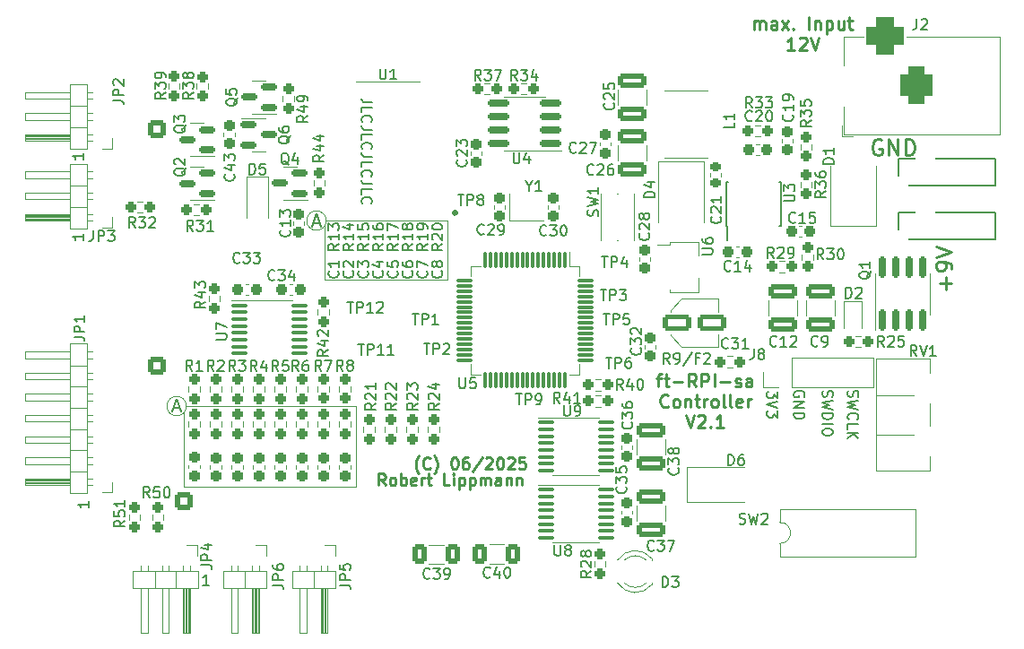
<source format=gto>
G04 #@! TF.GenerationSoftware,KiCad,Pcbnew,9.0.2*
G04 #@! TF.CreationDate,2025-06-09T18:33:26+02:00*
G04 #@! TF.ProjectId,RPI-Electronics_V2.1,5250492d-456c-4656-9374-726f6e696373,rev?*
G04 #@! TF.SameCoordinates,Original*
G04 #@! TF.FileFunction,Legend,Top*
G04 #@! TF.FilePolarity,Positive*
%FSLAX46Y46*%
G04 Gerber Fmt 4.6, Leading zero omitted, Abs format (unit mm)*
G04 Created by KiCad (PCBNEW 9.0.2) date 2025-06-09 18:33:26*
%MOMM*%
%LPD*%
G01*
G04 APERTURE LIST*
G04 Aperture macros list*
%AMRoundRect*
0 Rectangle with rounded corners*
0 $1 Rounding radius*
0 $2 $3 $4 $5 $6 $7 $8 $9 X,Y pos of 4 corners*
0 Add a 4 corners polygon primitive as box body*
4,1,4,$2,$3,$4,$5,$6,$7,$8,$9,$2,$3,0*
0 Add four circle primitives for the rounded corners*
1,1,$1+$1,$2,$3*
1,1,$1+$1,$4,$5*
1,1,$1+$1,$6,$7*
1,1,$1+$1,$8,$9*
0 Add four rect primitives between the rounded corners*
20,1,$1+$1,$2,$3,$4,$5,0*
20,1,$1+$1,$4,$5,$6,$7,0*
20,1,$1+$1,$6,$7,$8,$9,0*
20,1,$1+$1,$8,$9,$2,$3,0*%
%AMFreePoly0*
4,1,9,3.862500,-0.866500,0.737500,-0.866500,0.737500,-0.450000,-0.737500,-0.450000,-0.737500,0.450000,0.737500,0.450000,0.737500,0.866500,3.862500,0.866500,3.862500,-0.866500,3.862500,-0.866500,$1*%
G04 Aperture macros list end*
%ADD10C,0.120000*%
%ADD11C,0.200000*%
%ADD12C,0.150000*%
%ADD13C,0.250000*%
%ADD14C,0.230000*%
%ADD15C,0.220000*%
%ADD16C,0.314000*%
%ADD17RoundRect,0.075000X-0.075000X0.700000X-0.075000X-0.700000X0.075000X-0.700000X0.075000X0.700000X0*%
%ADD18RoundRect,0.075000X-0.700000X0.075000X-0.700000X-0.075000X0.700000X-0.075000X0.700000X0.075000X0*%
%ADD19R,0.600000X1.550000*%
%ADD20R,3.100000X2.600000*%
%ADD21R,1.500000X0.600000*%
%ADD22RoundRect,0.237500X0.237500X-0.250000X0.237500X0.250000X-0.237500X0.250000X-0.237500X-0.250000X0*%
%ADD23RoundRect,0.237500X-0.237500X0.250000X-0.237500X-0.250000X0.237500X-0.250000X0.237500X0.250000X0*%
%ADD24RoundRect,0.237500X0.250000X0.237500X-0.250000X0.237500X-0.250000X-0.237500X0.250000X-0.237500X0*%
%ADD25RoundRect,0.237500X-0.250000X-0.237500X0.250000X-0.237500X0.250000X0.237500X-0.250000X0.237500X0*%
%ADD26RoundRect,0.150000X0.587500X0.150000X-0.587500X0.150000X-0.587500X-0.150000X0.587500X-0.150000X0*%
%ADD27RoundRect,0.237500X-0.237500X0.300000X-0.237500X-0.300000X0.237500X-0.300000X0.237500X0.300000X0*%
%ADD28RoundRect,0.237500X0.237500X-0.300000X0.237500X0.300000X-0.237500X0.300000X-0.237500X-0.300000X0*%
%ADD29RoundRect,0.237500X-0.300000X-0.237500X0.300000X-0.237500X0.300000X0.237500X-0.300000X0.237500X0*%
%ADD30RoundRect,0.237500X0.300000X0.237500X-0.300000X0.237500X-0.300000X-0.237500X0.300000X-0.237500X0*%
%ADD31R,1.200000X1.000000*%
%ADD32RoundRect,0.250000X-1.075000X-0.550000X1.075000X-0.550000X1.075000X0.550000X-1.075000X0.550000X0*%
%ADD33RoundRect,0.150000X0.825000X0.150000X-0.825000X0.150000X-0.825000X-0.150000X0.825000X-0.150000X0*%
%ADD34RoundRect,0.225000X-0.250000X0.225000X-0.250000X-0.225000X0.250000X-0.225000X0.250000X0.225000X0*%
%ADD35RoundRect,0.250000X-1.100000X0.412500X-1.100000X-0.412500X1.100000X-0.412500X1.100000X0.412500X0*%
%ADD36R,1.300000X0.900000*%
%ADD37FreePoly0,0.000000*%
%ADD38R,2.000000X5.700000*%
%ADD39RoundRect,0.150000X-0.587500X-0.150000X0.587500X-0.150000X0.587500X0.150000X-0.587500X0.150000X0*%
%ADD40R,3.500000X3.500000*%
%ADD41RoundRect,0.750000X0.750000X1.000000X-0.750000X1.000000X-0.750000X-1.000000X0.750000X-1.000000X0*%
%ADD42RoundRect,0.875000X0.875000X0.875000X-0.875000X0.875000X-0.875000X-0.875000X0.875000X-0.875000X0*%
%ADD43RoundRect,0.100000X-0.637500X-0.100000X0.637500X-0.100000X0.637500X0.100000X-0.637500X0.100000X0*%
%ADD44R,1.350000X1.350000*%
%ADD45O,1.350000X1.350000*%
%ADD46R,1.200000X0.900000*%
%ADD47RoundRect,0.250000X1.100000X-0.412500X1.100000X0.412500X-1.100000X0.412500X-1.100000X-0.412500X0*%
%ADD48R,2.300000X2.500000*%
%ADD49C,1.800000*%
%ADD50RoundRect,0.150000X0.150000X-0.825000X0.150000X0.825000X-0.150000X0.825000X-0.150000X-0.825000X0*%
%ADD51RoundRect,0.250000X-0.412500X-0.650000X0.412500X-0.650000X0.412500X0.650000X-0.412500X0.650000X0*%
%ADD52C,2.340000*%
%ADD53R,1.600000X2.400000*%
%ADD54C,1.524000*%
%ADD55O,1.600000X2.400000*%
%ADD56R,2.500000X1.800000*%
%ADD57R,1.800000X1.800000*%
%ADD58C,2.700000*%
%ADD59R,1.700000X1.700000*%
%ADD60C,1.700000*%
%ADD61C,0.800000*%
%ADD62R,1.000000X0.900000*%
%ADD63R,0.450000X0.600000*%
%ADD64RoundRect,0.250000X0.600000X0.600000X-0.600000X0.600000X-0.600000X-0.600000X0.600000X-0.600000X0*%
%ADD65O,1.700000X1.700000*%
%ADD66C,2.100000*%
%ADD67C,1.750000*%
%ADD68RoundRect,0.250000X-0.600000X0.600000X-0.600000X-0.600000X0.600000X-0.600000X0.600000X0.600000X0*%
G04 APERTURE END LIST*
D10*
X148844000Y-96921000D02*
X148844000Y-103779000D01*
X162325210Y-78741000D02*
G75*
G02*
X160493590Y-78741000I-915810J0D01*
G01*
X160493590Y-78741000D02*
G75*
G02*
X162325210Y-78741000I915810J0D01*
G01*
X162179000Y-79249000D02*
X162179000Y-84348000D01*
X148844000Y-103906000D02*
X165100000Y-103906000D01*
X173736000Y-78690200D02*
X162325210Y-78690200D01*
X165100000Y-103779000D02*
X165100000Y-96286000D01*
X162179000Y-84348000D02*
X173736000Y-84348000D01*
X149124810Y-96259190D02*
G75*
G02*
X147293190Y-96259190I-915810J0D01*
G01*
X147293190Y-96259190D02*
G75*
G02*
X149124810Y-96259190I915810J0D01*
G01*
X173736000Y-84348000D02*
X173736000Y-78760000D01*
X165100000Y-96286000D02*
X149124810Y-96286000D01*
D11*
X161123686Y-78942885D02*
X161695115Y-78942885D01*
X161009400Y-79285742D02*
X161409400Y-78085742D01*
X161409400Y-78085742D02*
X161809400Y-79285742D01*
X151255714Y-113178419D02*
X150684286Y-113178419D01*
X150970000Y-113178419D02*
X150970000Y-112178419D01*
X150970000Y-112178419D02*
X150874762Y-112321276D01*
X150874762Y-112321276D02*
X150779524Y-112416514D01*
X150779524Y-112416514D02*
X150684286Y-112464133D01*
X147923286Y-96461075D02*
X148494715Y-96461075D01*
X147809000Y-96803932D02*
X148209000Y-95603932D01*
X148209000Y-95603932D02*
X148609000Y-96803932D01*
D12*
X166653580Y-67568751D02*
X165939295Y-67568751D01*
X165939295Y-67568751D02*
X165796438Y-67521132D01*
X165796438Y-67521132D02*
X165701200Y-67425894D01*
X165701200Y-67425894D02*
X165653580Y-67283037D01*
X165653580Y-67283037D02*
X165653580Y-67187799D01*
X165653580Y-68521132D02*
X165653580Y-68044942D01*
X165653580Y-68044942D02*
X166653580Y-68044942D01*
X165748819Y-69425894D02*
X165701200Y-69378275D01*
X165701200Y-69378275D02*
X165653580Y-69235418D01*
X165653580Y-69235418D02*
X165653580Y-69140180D01*
X165653580Y-69140180D02*
X165701200Y-68997323D01*
X165701200Y-68997323D02*
X165796438Y-68902085D01*
X165796438Y-68902085D02*
X165891676Y-68854466D01*
X165891676Y-68854466D02*
X166082152Y-68806847D01*
X166082152Y-68806847D02*
X166225009Y-68806847D01*
X166225009Y-68806847D02*
X166415485Y-68854466D01*
X166415485Y-68854466D02*
X166510723Y-68902085D01*
X166510723Y-68902085D02*
X166605961Y-68997323D01*
X166605961Y-68997323D02*
X166653580Y-69140180D01*
X166653580Y-69140180D02*
X166653580Y-69235418D01*
X166653580Y-69235418D02*
X166605961Y-69378275D01*
X166605961Y-69378275D02*
X166558342Y-69425894D01*
X166653580Y-70140180D02*
X165939295Y-70140180D01*
X165939295Y-70140180D02*
X165796438Y-70092561D01*
X165796438Y-70092561D02*
X165701200Y-69997323D01*
X165701200Y-69997323D02*
X165653580Y-69854466D01*
X165653580Y-69854466D02*
X165653580Y-69759228D01*
X165653580Y-71092561D02*
X165653580Y-70616371D01*
X165653580Y-70616371D02*
X166653580Y-70616371D01*
X165748819Y-71997323D02*
X165701200Y-71949704D01*
X165701200Y-71949704D02*
X165653580Y-71806847D01*
X165653580Y-71806847D02*
X165653580Y-71711609D01*
X165653580Y-71711609D02*
X165701200Y-71568752D01*
X165701200Y-71568752D02*
X165796438Y-71473514D01*
X165796438Y-71473514D02*
X165891676Y-71425895D01*
X165891676Y-71425895D02*
X166082152Y-71378276D01*
X166082152Y-71378276D02*
X166225009Y-71378276D01*
X166225009Y-71378276D02*
X166415485Y-71425895D01*
X166415485Y-71425895D02*
X166510723Y-71473514D01*
X166510723Y-71473514D02*
X166605961Y-71568752D01*
X166605961Y-71568752D02*
X166653580Y-71711609D01*
X166653580Y-71711609D02*
X166653580Y-71806847D01*
X166653580Y-71806847D02*
X166605961Y-71949704D01*
X166605961Y-71949704D02*
X166558342Y-71997323D01*
X166653580Y-72711609D02*
X165939295Y-72711609D01*
X165939295Y-72711609D02*
X165796438Y-72663990D01*
X165796438Y-72663990D02*
X165701200Y-72568752D01*
X165701200Y-72568752D02*
X165653580Y-72425895D01*
X165653580Y-72425895D02*
X165653580Y-72330657D01*
X165653580Y-73663990D02*
X165653580Y-73187800D01*
X165653580Y-73187800D02*
X166653580Y-73187800D01*
X165748819Y-74568752D02*
X165701200Y-74521133D01*
X165701200Y-74521133D02*
X165653580Y-74378276D01*
X165653580Y-74378276D02*
X165653580Y-74283038D01*
X165653580Y-74283038D02*
X165701200Y-74140181D01*
X165701200Y-74140181D02*
X165796438Y-74044943D01*
X165796438Y-74044943D02*
X165891676Y-73997324D01*
X165891676Y-73997324D02*
X166082152Y-73949705D01*
X166082152Y-73949705D02*
X166225009Y-73949705D01*
X166225009Y-73949705D02*
X166415485Y-73997324D01*
X166415485Y-73997324D02*
X166510723Y-74044943D01*
X166510723Y-74044943D02*
X166605961Y-74140181D01*
X166605961Y-74140181D02*
X166653580Y-74283038D01*
X166653580Y-74283038D02*
X166653580Y-74378276D01*
X166653580Y-74378276D02*
X166605961Y-74521133D01*
X166605961Y-74521133D02*
X166558342Y-74568752D01*
X166653580Y-75283038D02*
X165939295Y-75283038D01*
X165939295Y-75283038D02*
X165796438Y-75235419D01*
X165796438Y-75235419D02*
X165701200Y-75140181D01*
X165701200Y-75140181D02*
X165653580Y-74997324D01*
X165653580Y-74997324D02*
X165653580Y-74902086D01*
X165653580Y-76235419D02*
X165653580Y-75759229D01*
X165653580Y-75759229D02*
X166653580Y-75759229D01*
X165748819Y-77140181D02*
X165701200Y-77092562D01*
X165701200Y-77092562D02*
X165653580Y-76949705D01*
X165653580Y-76949705D02*
X165653580Y-76854467D01*
X165653580Y-76854467D02*
X165701200Y-76711610D01*
X165701200Y-76711610D02*
X165796438Y-76616372D01*
X165796438Y-76616372D02*
X165891676Y-76568753D01*
X165891676Y-76568753D02*
X166082152Y-76521134D01*
X166082152Y-76521134D02*
X166225009Y-76521134D01*
X166225009Y-76521134D02*
X166415485Y-76568753D01*
X166415485Y-76568753D02*
X166510723Y-76616372D01*
X166510723Y-76616372D02*
X166605961Y-76711610D01*
X166605961Y-76711610D02*
X166653580Y-76854467D01*
X166653580Y-76854467D02*
X166653580Y-76949705D01*
X166653580Y-76949705D02*
X166605961Y-77092562D01*
X166605961Y-77092562D02*
X166558342Y-77140181D01*
D13*
X214749543Y-71135357D02*
X214606686Y-71063928D01*
X214606686Y-71063928D02*
X214392400Y-71063928D01*
X214392400Y-71063928D02*
X214178114Y-71135357D01*
X214178114Y-71135357D02*
X214035257Y-71278214D01*
X214035257Y-71278214D02*
X213963828Y-71421071D01*
X213963828Y-71421071D02*
X213892400Y-71706785D01*
X213892400Y-71706785D02*
X213892400Y-71921071D01*
X213892400Y-71921071D02*
X213963828Y-72206785D01*
X213963828Y-72206785D02*
X214035257Y-72349642D01*
X214035257Y-72349642D02*
X214178114Y-72492500D01*
X214178114Y-72492500D02*
X214392400Y-72563928D01*
X214392400Y-72563928D02*
X214535257Y-72563928D01*
X214535257Y-72563928D02*
X214749543Y-72492500D01*
X214749543Y-72492500D02*
X214820971Y-72421071D01*
X214820971Y-72421071D02*
X214820971Y-71921071D01*
X214820971Y-71921071D02*
X214535257Y-71921071D01*
X215463828Y-72563928D02*
X215463828Y-71063928D01*
X215463828Y-71063928D02*
X216320971Y-72563928D01*
X216320971Y-72563928D02*
X216320971Y-71063928D01*
X217035257Y-72563928D02*
X217035257Y-71063928D01*
X217035257Y-71063928D02*
X217392400Y-71063928D01*
X217392400Y-71063928D02*
X217606686Y-71135357D01*
X217606686Y-71135357D02*
X217749543Y-71278214D01*
X217749543Y-71278214D02*
X217820972Y-71421071D01*
X217820972Y-71421071D02*
X217892400Y-71706785D01*
X217892400Y-71706785D02*
X217892400Y-71921071D01*
X217892400Y-71921071D02*
X217820972Y-72206785D01*
X217820972Y-72206785D02*
X217749543Y-72349642D01*
X217749543Y-72349642D02*
X217606686Y-72492500D01*
X217606686Y-72492500D02*
X217392400Y-72563928D01*
X217392400Y-72563928D02*
X217035257Y-72563928D01*
D14*
X167912191Y-103740420D02*
X167545524Y-103216611D01*
X167283619Y-103740420D02*
X167283619Y-102640420D01*
X167283619Y-102640420D02*
X167702667Y-102640420D01*
X167702667Y-102640420D02*
X167807429Y-102692801D01*
X167807429Y-102692801D02*
X167859810Y-102745182D01*
X167859810Y-102745182D02*
X167912191Y-102849944D01*
X167912191Y-102849944D02*
X167912191Y-103007087D01*
X167912191Y-103007087D02*
X167859810Y-103111849D01*
X167859810Y-103111849D02*
X167807429Y-103164230D01*
X167807429Y-103164230D02*
X167702667Y-103216611D01*
X167702667Y-103216611D02*
X167283619Y-103216611D01*
X168540762Y-103740420D02*
X168436000Y-103688040D01*
X168436000Y-103688040D02*
X168383619Y-103635659D01*
X168383619Y-103635659D02*
X168331238Y-103530897D01*
X168331238Y-103530897D02*
X168331238Y-103216611D01*
X168331238Y-103216611D02*
X168383619Y-103111849D01*
X168383619Y-103111849D02*
X168436000Y-103059468D01*
X168436000Y-103059468D02*
X168540762Y-103007087D01*
X168540762Y-103007087D02*
X168697905Y-103007087D01*
X168697905Y-103007087D02*
X168802667Y-103059468D01*
X168802667Y-103059468D02*
X168855048Y-103111849D01*
X168855048Y-103111849D02*
X168907429Y-103216611D01*
X168907429Y-103216611D02*
X168907429Y-103530897D01*
X168907429Y-103530897D02*
X168855048Y-103635659D01*
X168855048Y-103635659D02*
X168802667Y-103688040D01*
X168802667Y-103688040D02*
X168697905Y-103740420D01*
X168697905Y-103740420D02*
X168540762Y-103740420D01*
X169378857Y-103740420D02*
X169378857Y-102640420D01*
X169378857Y-103059468D02*
X169483619Y-103007087D01*
X169483619Y-103007087D02*
X169693143Y-103007087D01*
X169693143Y-103007087D02*
X169797905Y-103059468D01*
X169797905Y-103059468D02*
X169850286Y-103111849D01*
X169850286Y-103111849D02*
X169902667Y-103216611D01*
X169902667Y-103216611D02*
X169902667Y-103530897D01*
X169902667Y-103530897D02*
X169850286Y-103635659D01*
X169850286Y-103635659D02*
X169797905Y-103688040D01*
X169797905Y-103688040D02*
X169693143Y-103740420D01*
X169693143Y-103740420D02*
X169483619Y-103740420D01*
X169483619Y-103740420D02*
X169378857Y-103688040D01*
X170793143Y-103688040D02*
X170688381Y-103740420D01*
X170688381Y-103740420D02*
X170478857Y-103740420D01*
X170478857Y-103740420D02*
X170374095Y-103688040D01*
X170374095Y-103688040D02*
X170321714Y-103583278D01*
X170321714Y-103583278D02*
X170321714Y-103164230D01*
X170321714Y-103164230D02*
X170374095Y-103059468D01*
X170374095Y-103059468D02*
X170478857Y-103007087D01*
X170478857Y-103007087D02*
X170688381Y-103007087D01*
X170688381Y-103007087D02*
X170793143Y-103059468D01*
X170793143Y-103059468D02*
X170845524Y-103164230D01*
X170845524Y-103164230D02*
X170845524Y-103268992D01*
X170845524Y-103268992D02*
X170321714Y-103373754D01*
X171316952Y-103740420D02*
X171316952Y-103007087D01*
X171316952Y-103216611D02*
X171369333Y-103111849D01*
X171369333Y-103111849D02*
X171421714Y-103059468D01*
X171421714Y-103059468D02*
X171526476Y-103007087D01*
X171526476Y-103007087D02*
X171631238Y-103007087D01*
X171840761Y-103007087D02*
X172259809Y-103007087D01*
X171997904Y-102640420D02*
X171997904Y-103583278D01*
X171997904Y-103583278D02*
X172050285Y-103688040D01*
X172050285Y-103688040D02*
X172155047Y-103740420D01*
X172155047Y-103740420D02*
X172259809Y-103740420D01*
X173988380Y-103740420D02*
X173464570Y-103740420D01*
X173464570Y-103740420D02*
X173464570Y-102640420D01*
X174355046Y-103740420D02*
X174355046Y-103007087D01*
X174355046Y-102640420D02*
X174302665Y-102692801D01*
X174302665Y-102692801D02*
X174355046Y-102745182D01*
X174355046Y-102745182D02*
X174407427Y-102692801D01*
X174407427Y-102692801D02*
X174355046Y-102640420D01*
X174355046Y-102640420D02*
X174355046Y-102745182D01*
X174878856Y-103007087D02*
X174878856Y-104107087D01*
X174878856Y-103059468D02*
X174983618Y-103007087D01*
X174983618Y-103007087D02*
X175193142Y-103007087D01*
X175193142Y-103007087D02*
X175297904Y-103059468D01*
X175297904Y-103059468D02*
X175350285Y-103111849D01*
X175350285Y-103111849D02*
X175402666Y-103216611D01*
X175402666Y-103216611D02*
X175402666Y-103530897D01*
X175402666Y-103530897D02*
X175350285Y-103635659D01*
X175350285Y-103635659D02*
X175297904Y-103688040D01*
X175297904Y-103688040D02*
X175193142Y-103740420D01*
X175193142Y-103740420D02*
X174983618Y-103740420D01*
X174983618Y-103740420D02*
X174878856Y-103688040D01*
X175874094Y-103007087D02*
X175874094Y-104107087D01*
X175874094Y-103059468D02*
X175978856Y-103007087D01*
X175978856Y-103007087D02*
X176188380Y-103007087D01*
X176188380Y-103007087D02*
X176293142Y-103059468D01*
X176293142Y-103059468D02*
X176345523Y-103111849D01*
X176345523Y-103111849D02*
X176397904Y-103216611D01*
X176397904Y-103216611D02*
X176397904Y-103530897D01*
X176397904Y-103530897D02*
X176345523Y-103635659D01*
X176345523Y-103635659D02*
X176293142Y-103688040D01*
X176293142Y-103688040D02*
X176188380Y-103740420D01*
X176188380Y-103740420D02*
X175978856Y-103740420D01*
X175978856Y-103740420D02*
X175874094Y-103688040D01*
X176869332Y-103740420D02*
X176869332Y-103007087D01*
X176869332Y-103111849D02*
X176921713Y-103059468D01*
X176921713Y-103059468D02*
X177026475Y-103007087D01*
X177026475Y-103007087D02*
X177183618Y-103007087D01*
X177183618Y-103007087D02*
X177288380Y-103059468D01*
X177288380Y-103059468D02*
X177340761Y-103164230D01*
X177340761Y-103164230D02*
X177340761Y-103740420D01*
X177340761Y-103164230D02*
X177393142Y-103059468D01*
X177393142Y-103059468D02*
X177497904Y-103007087D01*
X177497904Y-103007087D02*
X177655047Y-103007087D01*
X177655047Y-103007087D02*
X177759808Y-103059468D01*
X177759808Y-103059468D02*
X177812189Y-103164230D01*
X177812189Y-103164230D02*
X177812189Y-103740420D01*
X178807428Y-103740420D02*
X178807428Y-103164230D01*
X178807428Y-103164230D02*
X178755047Y-103059468D01*
X178755047Y-103059468D02*
X178650285Y-103007087D01*
X178650285Y-103007087D02*
X178440761Y-103007087D01*
X178440761Y-103007087D02*
X178335999Y-103059468D01*
X178807428Y-103688040D02*
X178702666Y-103740420D01*
X178702666Y-103740420D02*
X178440761Y-103740420D01*
X178440761Y-103740420D02*
X178335999Y-103688040D01*
X178335999Y-103688040D02*
X178283618Y-103583278D01*
X178283618Y-103583278D02*
X178283618Y-103478516D01*
X178283618Y-103478516D02*
X178335999Y-103373754D01*
X178335999Y-103373754D02*
X178440761Y-103321373D01*
X178440761Y-103321373D02*
X178702666Y-103321373D01*
X178702666Y-103321373D02*
X178807428Y-103268992D01*
X179331237Y-103007087D02*
X179331237Y-103740420D01*
X179331237Y-103111849D02*
X179383618Y-103059468D01*
X179383618Y-103059468D02*
X179488380Y-103007087D01*
X179488380Y-103007087D02*
X179645523Y-103007087D01*
X179645523Y-103007087D02*
X179750285Y-103059468D01*
X179750285Y-103059468D02*
X179802666Y-103164230D01*
X179802666Y-103164230D02*
X179802666Y-103740420D01*
X180326475Y-103007087D02*
X180326475Y-103740420D01*
X180326475Y-103111849D02*
X180378856Y-103059468D01*
X180378856Y-103059468D02*
X180483618Y-103007087D01*
X180483618Y-103007087D02*
X180640761Y-103007087D01*
X180640761Y-103007087D02*
X180745523Y-103059468D01*
X180745523Y-103059468D02*
X180797904Y-103164230D01*
X180797904Y-103164230D02*
X180797904Y-103740420D01*
D11*
X139890619Y-105252285D02*
X139890619Y-105823713D01*
X139890619Y-105537999D02*
X138890619Y-105537999D01*
X138890619Y-105537999D02*
X139033476Y-105633237D01*
X139033476Y-105633237D02*
X139128714Y-105728475D01*
X139128714Y-105728475D02*
X139176333Y-105823713D01*
X209214800Y-94811054D02*
X209167180Y-94953911D01*
X209167180Y-94953911D02*
X209167180Y-95192006D01*
X209167180Y-95192006D02*
X209214800Y-95287244D01*
X209214800Y-95287244D02*
X209262419Y-95334863D01*
X209262419Y-95334863D02*
X209357657Y-95382482D01*
X209357657Y-95382482D02*
X209452895Y-95382482D01*
X209452895Y-95382482D02*
X209548133Y-95334863D01*
X209548133Y-95334863D02*
X209595752Y-95287244D01*
X209595752Y-95287244D02*
X209643371Y-95192006D01*
X209643371Y-95192006D02*
X209690990Y-95001530D01*
X209690990Y-95001530D02*
X209738609Y-94906292D01*
X209738609Y-94906292D02*
X209786228Y-94858673D01*
X209786228Y-94858673D02*
X209881466Y-94811054D01*
X209881466Y-94811054D02*
X209976704Y-94811054D01*
X209976704Y-94811054D02*
X210071942Y-94858673D01*
X210071942Y-94858673D02*
X210119561Y-94906292D01*
X210119561Y-94906292D02*
X210167180Y-95001530D01*
X210167180Y-95001530D02*
X210167180Y-95239625D01*
X210167180Y-95239625D02*
X210119561Y-95382482D01*
X210167180Y-95715816D02*
X209167180Y-95953911D01*
X209167180Y-95953911D02*
X209881466Y-96144387D01*
X209881466Y-96144387D02*
X209167180Y-96334863D01*
X209167180Y-96334863D02*
X210167180Y-96572959D01*
X209167180Y-96953911D02*
X210167180Y-96953911D01*
X210167180Y-96953911D02*
X210167180Y-97192006D01*
X210167180Y-97192006D02*
X210119561Y-97334863D01*
X210119561Y-97334863D02*
X210024323Y-97430101D01*
X210024323Y-97430101D02*
X209929085Y-97477720D01*
X209929085Y-97477720D02*
X209738609Y-97525339D01*
X209738609Y-97525339D02*
X209595752Y-97525339D01*
X209595752Y-97525339D02*
X209405276Y-97477720D01*
X209405276Y-97477720D02*
X209310038Y-97430101D01*
X209310038Y-97430101D02*
X209214800Y-97334863D01*
X209214800Y-97334863D02*
X209167180Y-97192006D01*
X209167180Y-97192006D02*
X209167180Y-96953911D01*
X209167180Y-97953911D02*
X210167180Y-97953911D01*
X210167180Y-98620577D02*
X210167180Y-98811053D01*
X210167180Y-98811053D02*
X210119561Y-98906291D01*
X210119561Y-98906291D02*
X210024323Y-99001529D01*
X210024323Y-99001529D02*
X209833847Y-99049148D01*
X209833847Y-99049148D02*
X209500514Y-99049148D01*
X209500514Y-99049148D02*
X209310038Y-99001529D01*
X209310038Y-99001529D02*
X209214800Y-98906291D01*
X209214800Y-98906291D02*
X209167180Y-98811053D01*
X209167180Y-98811053D02*
X209167180Y-98620577D01*
X209167180Y-98620577D02*
X209214800Y-98525339D01*
X209214800Y-98525339D02*
X209310038Y-98430101D01*
X209310038Y-98430101D02*
X209500514Y-98382482D01*
X209500514Y-98382482D02*
X209833847Y-98382482D01*
X209833847Y-98382482D02*
X210024323Y-98430101D01*
X210024323Y-98430101D02*
X210119561Y-98525339D01*
X210119561Y-98525339D02*
X210167180Y-98620577D01*
X139382619Y-72359285D02*
X139382619Y-72930713D01*
X139382619Y-72644999D02*
X138382619Y-72644999D01*
X138382619Y-72644999D02*
X138525476Y-72740237D01*
X138525476Y-72740237D02*
X138620714Y-72835475D01*
X138620714Y-72835475D02*
X138668333Y-72930713D01*
D13*
X220827900Y-85241571D02*
X220827900Y-84098714D01*
X221399328Y-84670142D02*
X220256471Y-84670142D01*
X221399328Y-83312999D02*
X221399328Y-83027285D01*
X221399328Y-83027285D02*
X221327900Y-82884428D01*
X221327900Y-82884428D02*
X221256471Y-82812999D01*
X221256471Y-82812999D02*
X221042185Y-82670142D01*
X221042185Y-82670142D02*
X220756471Y-82598713D01*
X220756471Y-82598713D02*
X220185042Y-82598713D01*
X220185042Y-82598713D02*
X220042185Y-82670142D01*
X220042185Y-82670142D02*
X219970757Y-82741571D01*
X219970757Y-82741571D02*
X219899328Y-82884428D01*
X219899328Y-82884428D02*
X219899328Y-83170142D01*
X219899328Y-83170142D02*
X219970757Y-83312999D01*
X219970757Y-83312999D02*
X220042185Y-83384428D01*
X220042185Y-83384428D02*
X220185042Y-83455856D01*
X220185042Y-83455856D02*
X220542185Y-83455856D01*
X220542185Y-83455856D02*
X220685042Y-83384428D01*
X220685042Y-83384428D02*
X220756471Y-83312999D01*
X220756471Y-83312999D02*
X220827900Y-83170142D01*
X220827900Y-83170142D02*
X220827900Y-82884428D01*
X220827900Y-82884428D02*
X220756471Y-82741571D01*
X220756471Y-82741571D02*
X220685042Y-82670142D01*
X220685042Y-82670142D02*
X220542185Y-82598713D01*
X219899328Y-82170142D02*
X221399328Y-81670142D01*
X221399328Y-81670142D02*
X219899328Y-81170142D01*
D11*
X211627800Y-94811054D02*
X211580180Y-94953911D01*
X211580180Y-94953911D02*
X211580180Y-95192006D01*
X211580180Y-95192006D02*
X211627800Y-95287244D01*
X211627800Y-95287244D02*
X211675419Y-95334863D01*
X211675419Y-95334863D02*
X211770657Y-95382482D01*
X211770657Y-95382482D02*
X211865895Y-95382482D01*
X211865895Y-95382482D02*
X211961133Y-95334863D01*
X211961133Y-95334863D02*
X212008752Y-95287244D01*
X212008752Y-95287244D02*
X212056371Y-95192006D01*
X212056371Y-95192006D02*
X212103990Y-95001530D01*
X212103990Y-95001530D02*
X212151609Y-94906292D01*
X212151609Y-94906292D02*
X212199228Y-94858673D01*
X212199228Y-94858673D02*
X212294466Y-94811054D01*
X212294466Y-94811054D02*
X212389704Y-94811054D01*
X212389704Y-94811054D02*
X212484942Y-94858673D01*
X212484942Y-94858673D02*
X212532561Y-94906292D01*
X212532561Y-94906292D02*
X212580180Y-95001530D01*
X212580180Y-95001530D02*
X212580180Y-95239625D01*
X212580180Y-95239625D02*
X212532561Y-95382482D01*
X212580180Y-95715816D02*
X211580180Y-95953911D01*
X211580180Y-95953911D02*
X212294466Y-96144387D01*
X212294466Y-96144387D02*
X211580180Y-96334863D01*
X211580180Y-96334863D02*
X212580180Y-96572959D01*
X211675419Y-97525339D02*
X211627800Y-97477720D01*
X211627800Y-97477720D02*
X211580180Y-97334863D01*
X211580180Y-97334863D02*
X211580180Y-97239625D01*
X211580180Y-97239625D02*
X211627800Y-97096768D01*
X211627800Y-97096768D02*
X211723038Y-97001530D01*
X211723038Y-97001530D02*
X211818276Y-96953911D01*
X211818276Y-96953911D02*
X212008752Y-96906292D01*
X212008752Y-96906292D02*
X212151609Y-96906292D01*
X212151609Y-96906292D02*
X212342085Y-96953911D01*
X212342085Y-96953911D02*
X212437323Y-97001530D01*
X212437323Y-97001530D02*
X212532561Y-97096768D01*
X212532561Y-97096768D02*
X212580180Y-97239625D01*
X212580180Y-97239625D02*
X212580180Y-97334863D01*
X212580180Y-97334863D02*
X212532561Y-97477720D01*
X212532561Y-97477720D02*
X212484942Y-97525339D01*
X211580180Y-98430101D02*
X211580180Y-97953911D01*
X211580180Y-97953911D02*
X212580180Y-97953911D01*
X211580180Y-98763435D02*
X212580180Y-98763435D01*
X211580180Y-99334863D02*
X212151609Y-98906292D01*
X212580180Y-99334863D02*
X212008752Y-98763435D01*
X207452561Y-95382482D02*
X207500180Y-95287244D01*
X207500180Y-95287244D02*
X207500180Y-95144387D01*
X207500180Y-95144387D02*
X207452561Y-95001530D01*
X207452561Y-95001530D02*
X207357323Y-94906292D01*
X207357323Y-94906292D02*
X207262085Y-94858673D01*
X207262085Y-94858673D02*
X207071609Y-94811054D01*
X207071609Y-94811054D02*
X206928752Y-94811054D01*
X206928752Y-94811054D02*
X206738276Y-94858673D01*
X206738276Y-94858673D02*
X206643038Y-94906292D01*
X206643038Y-94906292D02*
X206547800Y-95001530D01*
X206547800Y-95001530D02*
X206500180Y-95144387D01*
X206500180Y-95144387D02*
X206500180Y-95239625D01*
X206500180Y-95239625D02*
X206547800Y-95382482D01*
X206547800Y-95382482D02*
X206595419Y-95430101D01*
X206595419Y-95430101D02*
X206928752Y-95430101D01*
X206928752Y-95430101D02*
X206928752Y-95239625D01*
X206500180Y-95858673D02*
X207500180Y-95858673D01*
X207500180Y-95858673D02*
X206500180Y-96430101D01*
X206500180Y-96430101D02*
X207500180Y-96430101D01*
X206500180Y-96906292D02*
X207500180Y-96906292D01*
X207500180Y-96906292D02*
X207500180Y-97144387D01*
X207500180Y-97144387D02*
X207452561Y-97287244D01*
X207452561Y-97287244D02*
X207357323Y-97382482D01*
X207357323Y-97382482D02*
X207262085Y-97430101D01*
X207262085Y-97430101D02*
X207071609Y-97477720D01*
X207071609Y-97477720D02*
X206928752Y-97477720D01*
X206928752Y-97477720D02*
X206738276Y-97430101D01*
X206738276Y-97430101D02*
X206643038Y-97382482D01*
X206643038Y-97382482D02*
X206547800Y-97287244D01*
X206547800Y-97287244D02*
X206500180Y-97144387D01*
X206500180Y-97144387D02*
X206500180Y-96906292D01*
D13*
X193540971Y-93632709D02*
X193998114Y-93632709D01*
X193712400Y-94432709D02*
X193712400Y-93404138D01*
X193712400Y-93404138D02*
X193769543Y-93289852D01*
X193769543Y-93289852D02*
X193883828Y-93232709D01*
X193883828Y-93232709D02*
X193998114Y-93232709D01*
X194226685Y-93632709D02*
X194683828Y-93632709D01*
X194398114Y-93232709D02*
X194398114Y-94261281D01*
X194398114Y-94261281D02*
X194455257Y-94375567D01*
X194455257Y-94375567D02*
X194569542Y-94432709D01*
X194569542Y-94432709D02*
X194683828Y-94432709D01*
X195083828Y-93975567D02*
X195998114Y-93975567D01*
X197255256Y-94432709D02*
X196855256Y-93861281D01*
X196569542Y-94432709D02*
X196569542Y-93232709D01*
X196569542Y-93232709D02*
X197026685Y-93232709D01*
X197026685Y-93232709D02*
X197140970Y-93289852D01*
X197140970Y-93289852D02*
X197198113Y-93346995D01*
X197198113Y-93346995D02*
X197255256Y-93461281D01*
X197255256Y-93461281D02*
X197255256Y-93632709D01*
X197255256Y-93632709D02*
X197198113Y-93746995D01*
X197198113Y-93746995D02*
X197140970Y-93804138D01*
X197140970Y-93804138D02*
X197026685Y-93861281D01*
X197026685Y-93861281D02*
X196569542Y-93861281D01*
X197769542Y-94432709D02*
X197769542Y-93232709D01*
X197769542Y-93232709D02*
X198226685Y-93232709D01*
X198226685Y-93232709D02*
X198340970Y-93289852D01*
X198340970Y-93289852D02*
X198398113Y-93346995D01*
X198398113Y-93346995D02*
X198455256Y-93461281D01*
X198455256Y-93461281D02*
X198455256Y-93632709D01*
X198455256Y-93632709D02*
X198398113Y-93746995D01*
X198398113Y-93746995D02*
X198340970Y-93804138D01*
X198340970Y-93804138D02*
X198226685Y-93861281D01*
X198226685Y-93861281D02*
X197769542Y-93861281D01*
X198969542Y-94432709D02*
X198969542Y-93232709D01*
X199540971Y-93975567D02*
X200455257Y-93975567D01*
X200969542Y-94375567D02*
X201083828Y-94432709D01*
X201083828Y-94432709D02*
X201312399Y-94432709D01*
X201312399Y-94432709D02*
X201426685Y-94375567D01*
X201426685Y-94375567D02*
X201483828Y-94261281D01*
X201483828Y-94261281D02*
X201483828Y-94204138D01*
X201483828Y-94204138D02*
X201426685Y-94089852D01*
X201426685Y-94089852D02*
X201312399Y-94032709D01*
X201312399Y-94032709D02*
X201140971Y-94032709D01*
X201140971Y-94032709D02*
X201026685Y-93975567D01*
X201026685Y-93975567D02*
X200969542Y-93861281D01*
X200969542Y-93861281D02*
X200969542Y-93804138D01*
X200969542Y-93804138D02*
X201026685Y-93689852D01*
X201026685Y-93689852D02*
X201140971Y-93632709D01*
X201140971Y-93632709D02*
X201312399Y-93632709D01*
X201312399Y-93632709D02*
X201426685Y-93689852D01*
X202512400Y-94432709D02*
X202512400Y-93804138D01*
X202512400Y-93804138D02*
X202455257Y-93689852D01*
X202455257Y-93689852D02*
X202340971Y-93632709D01*
X202340971Y-93632709D02*
X202112400Y-93632709D01*
X202112400Y-93632709D02*
X201998114Y-93689852D01*
X202512400Y-94375567D02*
X202398114Y-94432709D01*
X202398114Y-94432709D02*
X202112400Y-94432709D01*
X202112400Y-94432709D02*
X201998114Y-94375567D01*
X201998114Y-94375567D02*
X201940971Y-94261281D01*
X201940971Y-94261281D02*
X201940971Y-94146995D01*
X201940971Y-94146995D02*
X201998114Y-94032709D01*
X201998114Y-94032709D02*
X202112400Y-93975567D01*
X202112400Y-93975567D02*
X202398114Y-93975567D01*
X202398114Y-93975567D02*
X202512400Y-93918424D01*
X194626687Y-96250357D02*
X194569544Y-96307500D01*
X194569544Y-96307500D02*
X194398116Y-96364642D01*
X194398116Y-96364642D02*
X194283830Y-96364642D01*
X194283830Y-96364642D02*
X194112401Y-96307500D01*
X194112401Y-96307500D02*
X193998116Y-96193214D01*
X193998116Y-96193214D02*
X193940973Y-96078928D01*
X193940973Y-96078928D02*
X193883830Y-95850357D01*
X193883830Y-95850357D02*
X193883830Y-95678928D01*
X193883830Y-95678928D02*
X193940973Y-95450357D01*
X193940973Y-95450357D02*
X193998116Y-95336071D01*
X193998116Y-95336071D02*
X194112401Y-95221785D01*
X194112401Y-95221785D02*
X194283830Y-95164642D01*
X194283830Y-95164642D02*
X194398116Y-95164642D01*
X194398116Y-95164642D02*
X194569544Y-95221785D01*
X194569544Y-95221785D02*
X194626687Y-95278928D01*
X195312401Y-96364642D02*
X195198116Y-96307500D01*
X195198116Y-96307500D02*
X195140973Y-96250357D01*
X195140973Y-96250357D02*
X195083830Y-96136071D01*
X195083830Y-96136071D02*
X195083830Y-95793214D01*
X195083830Y-95793214D02*
X195140973Y-95678928D01*
X195140973Y-95678928D02*
X195198116Y-95621785D01*
X195198116Y-95621785D02*
X195312401Y-95564642D01*
X195312401Y-95564642D02*
X195483830Y-95564642D01*
X195483830Y-95564642D02*
X195598116Y-95621785D01*
X195598116Y-95621785D02*
X195655259Y-95678928D01*
X195655259Y-95678928D02*
X195712401Y-95793214D01*
X195712401Y-95793214D02*
X195712401Y-96136071D01*
X195712401Y-96136071D02*
X195655259Y-96250357D01*
X195655259Y-96250357D02*
X195598116Y-96307500D01*
X195598116Y-96307500D02*
X195483830Y-96364642D01*
X195483830Y-96364642D02*
X195312401Y-96364642D01*
X196226687Y-95564642D02*
X196226687Y-96364642D01*
X196226687Y-95678928D02*
X196283830Y-95621785D01*
X196283830Y-95621785D02*
X196398115Y-95564642D01*
X196398115Y-95564642D02*
X196569544Y-95564642D01*
X196569544Y-95564642D02*
X196683830Y-95621785D01*
X196683830Y-95621785D02*
X196740973Y-95736071D01*
X196740973Y-95736071D02*
X196740973Y-96364642D01*
X197140972Y-95564642D02*
X197598115Y-95564642D01*
X197312401Y-95164642D02*
X197312401Y-96193214D01*
X197312401Y-96193214D02*
X197369544Y-96307500D01*
X197369544Y-96307500D02*
X197483829Y-96364642D01*
X197483829Y-96364642D02*
X197598115Y-96364642D01*
X197998115Y-96364642D02*
X197998115Y-95564642D01*
X197998115Y-95793214D02*
X198055258Y-95678928D01*
X198055258Y-95678928D02*
X198112401Y-95621785D01*
X198112401Y-95621785D02*
X198226686Y-95564642D01*
X198226686Y-95564642D02*
X198340972Y-95564642D01*
X198912400Y-96364642D02*
X198798115Y-96307500D01*
X198798115Y-96307500D02*
X198740972Y-96250357D01*
X198740972Y-96250357D02*
X198683829Y-96136071D01*
X198683829Y-96136071D02*
X198683829Y-95793214D01*
X198683829Y-95793214D02*
X198740972Y-95678928D01*
X198740972Y-95678928D02*
X198798115Y-95621785D01*
X198798115Y-95621785D02*
X198912400Y-95564642D01*
X198912400Y-95564642D02*
X199083829Y-95564642D01*
X199083829Y-95564642D02*
X199198115Y-95621785D01*
X199198115Y-95621785D02*
X199255258Y-95678928D01*
X199255258Y-95678928D02*
X199312400Y-95793214D01*
X199312400Y-95793214D02*
X199312400Y-96136071D01*
X199312400Y-96136071D02*
X199255258Y-96250357D01*
X199255258Y-96250357D02*
X199198115Y-96307500D01*
X199198115Y-96307500D02*
X199083829Y-96364642D01*
X199083829Y-96364642D02*
X198912400Y-96364642D01*
X199998114Y-96364642D02*
X199883829Y-96307500D01*
X199883829Y-96307500D02*
X199826686Y-96193214D01*
X199826686Y-96193214D02*
X199826686Y-95164642D01*
X200626685Y-96364642D02*
X200512400Y-96307500D01*
X200512400Y-96307500D02*
X200455257Y-96193214D01*
X200455257Y-96193214D02*
X200455257Y-95164642D01*
X201540971Y-96307500D02*
X201426685Y-96364642D01*
X201426685Y-96364642D02*
X201198114Y-96364642D01*
X201198114Y-96364642D02*
X201083828Y-96307500D01*
X201083828Y-96307500D02*
X201026685Y-96193214D01*
X201026685Y-96193214D02*
X201026685Y-95736071D01*
X201026685Y-95736071D02*
X201083828Y-95621785D01*
X201083828Y-95621785D02*
X201198114Y-95564642D01*
X201198114Y-95564642D02*
X201426685Y-95564642D01*
X201426685Y-95564642D02*
X201540971Y-95621785D01*
X201540971Y-95621785D02*
X201598114Y-95736071D01*
X201598114Y-95736071D02*
X201598114Y-95850357D01*
X201598114Y-95850357D02*
X201026685Y-95964642D01*
X202112399Y-96364642D02*
X202112399Y-95564642D01*
X202112399Y-95793214D02*
X202169542Y-95678928D01*
X202169542Y-95678928D02*
X202226685Y-95621785D01*
X202226685Y-95621785D02*
X202340970Y-95564642D01*
X202340970Y-95564642D02*
X202455256Y-95564642D01*
X196283828Y-97096575D02*
X196683828Y-98296575D01*
X196683828Y-98296575D02*
X197083828Y-97096575D01*
X197426685Y-97210861D02*
X197483828Y-97153718D01*
X197483828Y-97153718D02*
X197598114Y-97096575D01*
X197598114Y-97096575D02*
X197883828Y-97096575D01*
X197883828Y-97096575D02*
X197998114Y-97153718D01*
X197998114Y-97153718D02*
X198055256Y-97210861D01*
X198055256Y-97210861D02*
X198112399Y-97325147D01*
X198112399Y-97325147D02*
X198112399Y-97439433D01*
X198112399Y-97439433D02*
X198055256Y-97610861D01*
X198055256Y-97610861D02*
X197369542Y-98296575D01*
X197369542Y-98296575D02*
X198112399Y-98296575D01*
X198626685Y-98182290D02*
X198683828Y-98239433D01*
X198683828Y-98239433D02*
X198626685Y-98296575D01*
X198626685Y-98296575D02*
X198569542Y-98239433D01*
X198569542Y-98239433D02*
X198626685Y-98182290D01*
X198626685Y-98182290D02*
X198626685Y-98296575D01*
X199826685Y-98296575D02*
X199140971Y-98296575D01*
X199483828Y-98296575D02*
X199483828Y-97096575D01*
X199483828Y-97096575D02*
X199369542Y-97268004D01*
X199369542Y-97268004D02*
X199255257Y-97382290D01*
X199255257Y-97382290D02*
X199140971Y-97439433D01*
D11*
X204960180Y-94890435D02*
X204960180Y-95509482D01*
X204960180Y-95509482D02*
X204579228Y-95176149D01*
X204579228Y-95176149D02*
X204579228Y-95319006D01*
X204579228Y-95319006D02*
X204531609Y-95414244D01*
X204531609Y-95414244D02*
X204483990Y-95461863D01*
X204483990Y-95461863D02*
X204388752Y-95509482D01*
X204388752Y-95509482D02*
X204150657Y-95509482D01*
X204150657Y-95509482D02*
X204055419Y-95461863D01*
X204055419Y-95461863D02*
X204007800Y-95414244D01*
X204007800Y-95414244D02*
X203960180Y-95319006D01*
X203960180Y-95319006D02*
X203960180Y-95033292D01*
X203960180Y-95033292D02*
X204007800Y-94938054D01*
X204007800Y-94938054D02*
X204055419Y-94890435D01*
X204960180Y-95795197D02*
X203960180Y-96128530D01*
X203960180Y-96128530D02*
X204960180Y-96461863D01*
X204960180Y-96699959D02*
X204960180Y-97319006D01*
X204960180Y-97319006D02*
X204579228Y-96985673D01*
X204579228Y-96985673D02*
X204579228Y-97128530D01*
X204579228Y-97128530D02*
X204531609Y-97223768D01*
X204531609Y-97223768D02*
X204483990Y-97271387D01*
X204483990Y-97271387D02*
X204388752Y-97319006D01*
X204388752Y-97319006D02*
X204150657Y-97319006D01*
X204150657Y-97319006D02*
X204055419Y-97271387D01*
X204055419Y-97271387D02*
X204007800Y-97223768D01*
X204007800Y-97223768D02*
X203960180Y-97128530D01*
X203960180Y-97128530D02*
X203960180Y-96842816D01*
X203960180Y-96842816D02*
X204007800Y-96747578D01*
X204007800Y-96747578D02*
X204055419Y-96699959D01*
X139382619Y-79979285D02*
X139382619Y-80550713D01*
X139382619Y-80264999D02*
X138382619Y-80264999D01*
X138382619Y-80264999D02*
X138525476Y-80360237D01*
X138525476Y-80360237D02*
X138620714Y-80455475D01*
X138620714Y-80455475D02*
X138668333Y-80550713D01*
D14*
X171092962Y-102618568D02*
X171040581Y-102566187D01*
X171040581Y-102566187D02*
X170935819Y-102409044D01*
X170935819Y-102409044D02*
X170883438Y-102304282D01*
X170883438Y-102304282D02*
X170831057Y-102147140D01*
X170831057Y-102147140D02*
X170778676Y-101885235D01*
X170778676Y-101885235D02*
X170778676Y-101675711D01*
X170778676Y-101675711D02*
X170831057Y-101413806D01*
X170831057Y-101413806D02*
X170883438Y-101256663D01*
X170883438Y-101256663D02*
X170935819Y-101151901D01*
X170935819Y-101151901D02*
X171040581Y-100994759D01*
X171040581Y-100994759D02*
X171092962Y-100942378D01*
X172140581Y-102094759D02*
X172088200Y-102147140D01*
X172088200Y-102147140D02*
X171931057Y-102199520D01*
X171931057Y-102199520D02*
X171826295Y-102199520D01*
X171826295Y-102199520D02*
X171669152Y-102147140D01*
X171669152Y-102147140D02*
X171564390Y-102042378D01*
X171564390Y-102042378D02*
X171512009Y-101937616D01*
X171512009Y-101937616D02*
X171459628Y-101728092D01*
X171459628Y-101728092D02*
X171459628Y-101570949D01*
X171459628Y-101570949D02*
X171512009Y-101361425D01*
X171512009Y-101361425D02*
X171564390Y-101256663D01*
X171564390Y-101256663D02*
X171669152Y-101151901D01*
X171669152Y-101151901D02*
X171826295Y-101099520D01*
X171826295Y-101099520D02*
X171931057Y-101099520D01*
X171931057Y-101099520D02*
X172088200Y-101151901D01*
X172088200Y-101151901D02*
X172140581Y-101204282D01*
X172507247Y-102618568D02*
X172559628Y-102566187D01*
X172559628Y-102566187D02*
X172664390Y-102409044D01*
X172664390Y-102409044D02*
X172716771Y-102304282D01*
X172716771Y-102304282D02*
X172769152Y-102147140D01*
X172769152Y-102147140D02*
X172821533Y-101885235D01*
X172821533Y-101885235D02*
X172821533Y-101675711D01*
X172821533Y-101675711D02*
X172769152Y-101413806D01*
X172769152Y-101413806D02*
X172716771Y-101256663D01*
X172716771Y-101256663D02*
X172664390Y-101151901D01*
X172664390Y-101151901D02*
X172559628Y-100994759D01*
X172559628Y-100994759D02*
X172507247Y-100942378D01*
X174392961Y-101099520D02*
X174497723Y-101099520D01*
X174497723Y-101099520D02*
X174602485Y-101151901D01*
X174602485Y-101151901D02*
X174654866Y-101204282D01*
X174654866Y-101204282D02*
X174707247Y-101309044D01*
X174707247Y-101309044D02*
X174759628Y-101518568D01*
X174759628Y-101518568D02*
X174759628Y-101780473D01*
X174759628Y-101780473D02*
X174707247Y-101989997D01*
X174707247Y-101989997D02*
X174654866Y-102094759D01*
X174654866Y-102094759D02*
X174602485Y-102147140D01*
X174602485Y-102147140D02*
X174497723Y-102199520D01*
X174497723Y-102199520D02*
X174392961Y-102199520D01*
X174392961Y-102199520D02*
X174288199Y-102147140D01*
X174288199Y-102147140D02*
X174235818Y-102094759D01*
X174235818Y-102094759D02*
X174183437Y-101989997D01*
X174183437Y-101989997D02*
X174131056Y-101780473D01*
X174131056Y-101780473D02*
X174131056Y-101518568D01*
X174131056Y-101518568D02*
X174183437Y-101309044D01*
X174183437Y-101309044D02*
X174235818Y-101204282D01*
X174235818Y-101204282D02*
X174288199Y-101151901D01*
X174288199Y-101151901D02*
X174392961Y-101099520D01*
X175702485Y-101099520D02*
X175492961Y-101099520D01*
X175492961Y-101099520D02*
X175388199Y-101151901D01*
X175388199Y-101151901D02*
X175335818Y-101204282D01*
X175335818Y-101204282D02*
X175231056Y-101361425D01*
X175231056Y-101361425D02*
X175178675Y-101570949D01*
X175178675Y-101570949D02*
X175178675Y-101989997D01*
X175178675Y-101989997D02*
X175231056Y-102094759D01*
X175231056Y-102094759D02*
X175283437Y-102147140D01*
X175283437Y-102147140D02*
X175388199Y-102199520D01*
X175388199Y-102199520D02*
X175597723Y-102199520D01*
X175597723Y-102199520D02*
X175702485Y-102147140D01*
X175702485Y-102147140D02*
X175754866Y-102094759D01*
X175754866Y-102094759D02*
X175807247Y-101989997D01*
X175807247Y-101989997D02*
X175807247Y-101728092D01*
X175807247Y-101728092D02*
X175754866Y-101623330D01*
X175754866Y-101623330D02*
X175702485Y-101570949D01*
X175702485Y-101570949D02*
X175597723Y-101518568D01*
X175597723Y-101518568D02*
X175388199Y-101518568D01*
X175388199Y-101518568D02*
X175283437Y-101570949D01*
X175283437Y-101570949D02*
X175231056Y-101623330D01*
X175231056Y-101623330D02*
X175178675Y-101728092D01*
X177064390Y-101047140D02*
X176121532Y-102461425D01*
X177378675Y-101204282D02*
X177431056Y-101151901D01*
X177431056Y-101151901D02*
X177535818Y-101099520D01*
X177535818Y-101099520D02*
X177797723Y-101099520D01*
X177797723Y-101099520D02*
X177902485Y-101151901D01*
X177902485Y-101151901D02*
X177954866Y-101204282D01*
X177954866Y-101204282D02*
X178007247Y-101309044D01*
X178007247Y-101309044D02*
X178007247Y-101413806D01*
X178007247Y-101413806D02*
X177954866Y-101570949D01*
X177954866Y-101570949D02*
X177326294Y-102199520D01*
X177326294Y-102199520D02*
X178007247Y-102199520D01*
X178688199Y-101099520D02*
X178792961Y-101099520D01*
X178792961Y-101099520D02*
X178897723Y-101151901D01*
X178897723Y-101151901D02*
X178950104Y-101204282D01*
X178950104Y-101204282D02*
X179002485Y-101309044D01*
X179002485Y-101309044D02*
X179054866Y-101518568D01*
X179054866Y-101518568D02*
X179054866Y-101780473D01*
X179054866Y-101780473D02*
X179002485Y-101989997D01*
X179002485Y-101989997D02*
X178950104Y-102094759D01*
X178950104Y-102094759D02*
X178897723Y-102147140D01*
X178897723Y-102147140D02*
X178792961Y-102199520D01*
X178792961Y-102199520D02*
X178688199Y-102199520D01*
X178688199Y-102199520D02*
X178583437Y-102147140D01*
X178583437Y-102147140D02*
X178531056Y-102094759D01*
X178531056Y-102094759D02*
X178478675Y-101989997D01*
X178478675Y-101989997D02*
X178426294Y-101780473D01*
X178426294Y-101780473D02*
X178426294Y-101518568D01*
X178426294Y-101518568D02*
X178478675Y-101309044D01*
X178478675Y-101309044D02*
X178531056Y-101204282D01*
X178531056Y-101204282D02*
X178583437Y-101151901D01*
X178583437Y-101151901D02*
X178688199Y-101099520D01*
X179473913Y-101204282D02*
X179526294Y-101151901D01*
X179526294Y-101151901D02*
X179631056Y-101099520D01*
X179631056Y-101099520D02*
X179892961Y-101099520D01*
X179892961Y-101099520D02*
X179997723Y-101151901D01*
X179997723Y-101151901D02*
X180050104Y-101204282D01*
X180050104Y-101204282D02*
X180102485Y-101309044D01*
X180102485Y-101309044D02*
X180102485Y-101413806D01*
X180102485Y-101413806D02*
X180050104Y-101570949D01*
X180050104Y-101570949D02*
X179421532Y-102199520D01*
X179421532Y-102199520D02*
X180102485Y-102199520D01*
X181097723Y-101099520D02*
X180573913Y-101099520D01*
X180573913Y-101099520D02*
X180521532Y-101623330D01*
X180521532Y-101623330D02*
X180573913Y-101570949D01*
X180573913Y-101570949D02*
X180678675Y-101518568D01*
X180678675Y-101518568D02*
X180940580Y-101518568D01*
X180940580Y-101518568D02*
X181045342Y-101570949D01*
X181045342Y-101570949D02*
X181097723Y-101623330D01*
X181097723Y-101623330D02*
X181150104Y-101728092D01*
X181150104Y-101728092D02*
X181150104Y-101989997D01*
X181150104Y-101989997D02*
X181097723Y-102094759D01*
X181097723Y-102094759D02*
X181045342Y-102147140D01*
X181045342Y-102147140D02*
X180940580Y-102199520D01*
X180940580Y-102199520D02*
X180678675Y-102199520D01*
X180678675Y-102199520D02*
X180573913Y-102147140D01*
X180573913Y-102147140D02*
X180521532Y-102094759D01*
D15*
X202764343Y-60691136D02*
X202764343Y-59891136D01*
X202764343Y-60005422D02*
X202821486Y-59948279D01*
X202821486Y-59948279D02*
X202935771Y-59891136D01*
X202935771Y-59891136D02*
X203107200Y-59891136D01*
X203107200Y-59891136D02*
X203221486Y-59948279D01*
X203221486Y-59948279D02*
X203278629Y-60062565D01*
X203278629Y-60062565D02*
X203278629Y-60691136D01*
X203278629Y-60062565D02*
X203335771Y-59948279D01*
X203335771Y-59948279D02*
X203450057Y-59891136D01*
X203450057Y-59891136D02*
X203621486Y-59891136D01*
X203621486Y-59891136D02*
X203735771Y-59948279D01*
X203735771Y-59948279D02*
X203792914Y-60062565D01*
X203792914Y-60062565D02*
X203792914Y-60691136D01*
X204878629Y-60691136D02*
X204878629Y-60062565D01*
X204878629Y-60062565D02*
X204821486Y-59948279D01*
X204821486Y-59948279D02*
X204707200Y-59891136D01*
X204707200Y-59891136D02*
X204478629Y-59891136D01*
X204478629Y-59891136D02*
X204364343Y-59948279D01*
X204878629Y-60633994D02*
X204764343Y-60691136D01*
X204764343Y-60691136D02*
X204478629Y-60691136D01*
X204478629Y-60691136D02*
X204364343Y-60633994D01*
X204364343Y-60633994D02*
X204307200Y-60519708D01*
X204307200Y-60519708D02*
X204307200Y-60405422D01*
X204307200Y-60405422D02*
X204364343Y-60291136D01*
X204364343Y-60291136D02*
X204478629Y-60233994D01*
X204478629Y-60233994D02*
X204764343Y-60233994D01*
X204764343Y-60233994D02*
X204878629Y-60176851D01*
X205335771Y-60691136D02*
X205964343Y-59891136D01*
X205335771Y-59891136D02*
X205964343Y-60691136D01*
X206421486Y-60576851D02*
X206478629Y-60633994D01*
X206478629Y-60633994D02*
X206421486Y-60691136D01*
X206421486Y-60691136D02*
X206364343Y-60633994D01*
X206364343Y-60633994D02*
X206421486Y-60576851D01*
X206421486Y-60576851D02*
X206421486Y-60691136D01*
X207907201Y-60691136D02*
X207907201Y-59491136D01*
X208478630Y-59891136D02*
X208478630Y-60691136D01*
X208478630Y-60005422D02*
X208535773Y-59948279D01*
X208535773Y-59948279D02*
X208650058Y-59891136D01*
X208650058Y-59891136D02*
X208821487Y-59891136D01*
X208821487Y-59891136D02*
X208935773Y-59948279D01*
X208935773Y-59948279D02*
X208992916Y-60062565D01*
X208992916Y-60062565D02*
X208992916Y-60691136D01*
X209564344Y-59891136D02*
X209564344Y-61091136D01*
X209564344Y-59948279D02*
X209678630Y-59891136D01*
X209678630Y-59891136D02*
X209907201Y-59891136D01*
X209907201Y-59891136D02*
X210021487Y-59948279D01*
X210021487Y-59948279D02*
X210078630Y-60005422D01*
X210078630Y-60005422D02*
X210135772Y-60119708D01*
X210135772Y-60119708D02*
X210135772Y-60462565D01*
X210135772Y-60462565D02*
X210078630Y-60576851D01*
X210078630Y-60576851D02*
X210021487Y-60633994D01*
X210021487Y-60633994D02*
X209907201Y-60691136D01*
X209907201Y-60691136D02*
X209678630Y-60691136D01*
X209678630Y-60691136D02*
X209564344Y-60633994D01*
X211164344Y-59891136D02*
X211164344Y-60691136D01*
X210650058Y-59891136D02*
X210650058Y-60519708D01*
X210650058Y-60519708D02*
X210707201Y-60633994D01*
X210707201Y-60633994D02*
X210821486Y-60691136D01*
X210821486Y-60691136D02*
X210992915Y-60691136D01*
X210992915Y-60691136D02*
X211107201Y-60633994D01*
X211107201Y-60633994D02*
X211164344Y-60576851D01*
X211564343Y-59891136D02*
X212021486Y-59891136D01*
X211735772Y-59491136D02*
X211735772Y-60519708D01*
X211735772Y-60519708D02*
X211792915Y-60633994D01*
X211792915Y-60633994D02*
X211907200Y-60691136D01*
X211907200Y-60691136D02*
X212021486Y-60691136D01*
X206564343Y-62623069D02*
X205878629Y-62623069D01*
X206221486Y-62623069D02*
X206221486Y-61423069D01*
X206221486Y-61423069D02*
X206107200Y-61594498D01*
X206107200Y-61594498D02*
X205992915Y-61708784D01*
X205992915Y-61708784D02*
X205878629Y-61765927D01*
X207021486Y-61537355D02*
X207078629Y-61480212D01*
X207078629Y-61480212D02*
X207192915Y-61423069D01*
X207192915Y-61423069D02*
X207478629Y-61423069D01*
X207478629Y-61423069D02*
X207592915Y-61480212D01*
X207592915Y-61480212D02*
X207650057Y-61537355D01*
X207650057Y-61537355D02*
X207707200Y-61651641D01*
X207707200Y-61651641D02*
X207707200Y-61765927D01*
X207707200Y-61765927D02*
X207650057Y-61937355D01*
X207650057Y-61937355D02*
X206964343Y-62623069D01*
X206964343Y-62623069D02*
X207707200Y-62623069D01*
X208050057Y-61423069D02*
X208450057Y-62623069D01*
X208450057Y-62623069D02*
X208850057Y-61423069D01*
D12*
X174896895Y-93588219D02*
X174896895Y-94397742D01*
X174896895Y-94397742D02*
X174944514Y-94492980D01*
X174944514Y-94492980D02*
X174992133Y-94540600D01*
X174992133Y-94540600D02*
X175087371Y-94588219D01*
X175087371Y-94588219D02*
X175277847Y-94588219D01*
X175277847Y-94588219D02*
X175373085Y-94540600D01*
X175373085Y-94540600D02*
X175420704Y-94492980D01*
X175420704Y-94492980D02*
X175468323Y-94397742D01*
X175468323Y-94397742D02*
X175468323Y-93588219D01*
X176420704Y-93588219D02*
X175944514Y-93588219D01*
X175944514Y-93588219D02*
X175896895Y-94064409D01*
X175896895Y-94064409D02*
X175944514Y-94016790D01*
X175944514Y-94016790D02*
X176039752Y-93969171D01*
X176039752Y-93969171D02*
X176277847Y-93969171D01*
X176277847Y-93969171D02*
X176373085Y-94016790D01*
X176373085Y-94016790D02*
X176420704Y-94064409D01*
X176420704Y-94064409D02*
X176468323Y-94159647D01*
X176468323Y-94159647D02*
X176468323Y-94397742D01*
X176468323Y-94397742D02*
X176420704Y-94492980D01*
X176420704Y-94492980D02*
X176373085Y-94540600D01*
X176373085Y-94540600D02*
X176277847Y-94588219D01*
X176277847Y-94588219D02*
X176039752Y-94588219D01*
X176039752Y-94588219D02*
X175944514Y-94540600D01*
X175944514Y-94540600D02*
X175896895Y-94492980D01*
X205560819Y-76898904D02*
X206370342Y-76898904D01*
X206370342Y-76898904D02*
X206465580Y-76851285D01*
X206465580Y-76851285D02*
X206513200Y-76803666D01*
X206513200Y-76803666D02*
X206560819Y-76708428D01*
X206560819Y-76708428D02*
X206560819Y-76517952D01*
X206560819Y-76517952D02*
X206513200Y-76422714D01*
X206513200Y-76422714D02*
X206465580Y-76375095D01*
X206465580Y-76375095D02*
X206370342Y-76327476D01*
X206370342Y-76327476D02*
X205560819Y-76327476D01*
X205560819Y-75946523D02*
X205560819Y-75327476D01*
X205560819Y-75327476D02*
X205941771Y-75660809D01*
X205941771Y-75660809D02*
X205941771Y-75517952D01*
X205941771Y-75517952D02*
X205989390Y-75422714D01*
X205989390Y-75422714D02*
X206037009Y-75375095D01*
X206037009Y-75375095D02*
X206132247Y-75327476D01*
X206132247Y-75327476D02*
X206370342Y-75327476D01*
X206370342Y-75327476D02*
X206465580Y-75375095D01*
X206465580Y-75375095D02*
X206513200Y-75422714D01*
X206513200Y-75422714D02*
X206560819Y-75517952D01*
X206560819Y-75517952D02*
X206560819Y-75803666D01*
X206560819Y-75803666D02*
X206513200Y-75898904D01*
X206513200Y-75898904D02*
X206465580Y-75946523D01*
X167386095Y-64391819D02*
X167386095Y-65201342D01*
X167386095Y-65201342D02*
X167433714Y-65296580D01*
X167433714Y-65296580D02*
X167481333Y-65344200D01*
X167481333Y-65344200D02*
X167576571Y-65391819D01*
X167576571Y-65391819D02*
X167767047Y-65391819D01*
X167767047Y-65391819D02*
X167862285Y-65344200D01*
X167862285Y-65344200D02*
X167909904Y-65296580D01*
X167909904Y-65296580D02*
X167957523Y-65201342D01*
X167957523Y-65201342D02*
X167957523Y-64391819D01*
X168957523Y-65391819D02*
X168386095Y-65391819D01*
X168671809Y-65391819D02*
X168671809Y-64391819D01*
X168671809Y-64391819D02*
X168576571Y-64534676D01*
X168576571Y-64534676D02*
X168481333Y-64629914D01*
X168481333Y-64629914D02*
X168386095Y-64677533D01*
X145653542Y-104900619D02*
X145320209Y-104424428D01*
X145082114Y-104900619D02*
X145082114Y-103900619D01*
X145082114Y-103900619D02*
X145463066Y-103900619D01*
X145463066Y-103900619D02*
X145558304Y-103948238D01*
X145558304Y-103948238D02*
X145605923Y-103995857D01*
X145605923Y-103995857D02*
X145653542Y-104091095D01*
X145653542Y-104091095D02*
X145653542Y-104233952D01*
X145653542Y-104233952D02*
X145605923Y-104329190D01*
X145605923Y-104329190D02*
X145558304Y-104376809D01*
X145558304Y-104376809D02*
X145463066Y-104424428D01*
X145463066Y-104424428D02*
X145082114Y-104424428D01*
X146558304Y-103900619D02*
X146082114Y-103900619D01*
X146082114Y-103900619D02*
X146034495Y-104376809D01*
X146034495Y-104376809D02*
X146082114Y-104329190D01*
X146082114Y-104329190D02*
X146177352Y-104281571D01*
X146177352Y-104281571D02*
X146415447Y-104281571D01*
X146415447Y-104281571D02*
X146510685Y-104329190D01*
X146510685Y-104329190D02*
X146558304Y-104376809D01*
X146558304Y-104376809D02*
X146605923Y-104472047D01*
X146605923Y-104472047D02*
X146605923Y-104710142D01*
X146605923Y-104710142D02*
X146558304Y-104805380D01*
X146558304Y-104805380D02*
X146510685Y-104853000D01*
X146510685Y-104853000D02*
X146415447Y-104900619D01*
X146415447Y-104900619D02*
X146177352Y-104900619D01*
X146177352Y-104900619D02*
X146082114Y-104853000D01*
X146082114Y-104853000D02*
X146034495Y-104805380D01*
X147224971Y-103900619D02*
X147320209Y-103900619D01*
X147320209Y-103900619D02*
X147415447Y-103948238D01*
X147415447Y-103948238D02*
X147463066Y-103995857D01*
X147463066Y-103995857D02*
X147510685Y-104091095D01*
X147510685Y-104091095D02*
X147558304Y-104281571D01*
X147558304Y-104281571D02*
X147558304Y-104519666D01*
X147558304Y-104519666D02*
X147510685Y-104710142D01*
X147510685Y-104710142D02*
X147463066Y-104805380D01*
X147463066Y-104805380D02*
X147415447Y-104853000D01*
X147415447Y-104853000D02*
X147320209Y-104900619D01*
X147320209Y-104900619D02*
X147224971Y-104900619D01*
X147224971Y-104900619D02*
X147129733Y-104853000D01*
X147129733Y-104853000D02*
X147082114Y-104805380D01*
X147082114Y-104805380D02*
X147034495Y-104710142D01*
X147034495Y-104710142D02*
X146986876Y-104519666D01*
X146986876Y-104519666D02*
X146986876Y-104281571D01*
X146986876Y-104281571D02*
X147034495Y-104091095D01*
X147034495Y-104091095D02*
X147082114Y-103995857D01*
X147082114Y-103995857D02*
X147129733Y-103948238D01*
X147129733Y-103948238D02*
X147224971Y-103900619D01*
X147157619Y-66633057D02*
X146681428Y-66966390D01*
X147157619Y-67204485D02*
X146157619Y-67204485D01*
X146157619Y-67204485D02*
X146157619Y-66823533D01*
X146157619Y-66823533D02*
X146205238Y-66728295D01*
X146205238Y-66728295D02*
X146252857Y-66680676D01*
X146252857Y-66680676D02*
X146348095Y-66633057D01*
X146348095Y-66633057D02*
X146490952Y-66633057D01*
X146490952Y-66633057D02*
X146586190Y-66680676D01*
X146586190Y-66680676D02*
X146633809Y-66728295D01*
X146633809Y-66728295D02*
X146681428Y-66823533D01*
X146681428Y-66823533D02*
X146681428Y-67204485D01*
X146157619Y-66299723D02*
X146157619Y-65680676D01*
X146157619Y-65680676D02*
X146538571Y-66014009D01*
X146538571Y-66014009D02*
X146538571Y-65871152D01*
X146538571Y-65871152D02*
X146586190Y-65775914D01*
X146586190Y-65775914D02*
X146633809Y-65728295D01*
X146633809Y-65728295D02*
X146729047Y-65680676D01*
X146729047Y-65680676D02*
X146967142Y-65680676D01*
X146967142Y-65680676D02*
X147062380Y-65728295D01*
X147062380Y-65728295D02*
X147110000Y-65775914D01*
X147110000Y-65775914D02*
X147157619Y-65871152D01*
X147157619Y-65871152D02*
X147157619Y-66156866D01*
X147157619Y-66156866D02*
X147110000Y-66252104D01*
X147110000Y-66252104D02*
X147062380Y-66299723D01*
X147157619Y-65204485D02*
X147157619Y-65014009D01*
X147157619Y-65014009D02*
X147110000Y-64918771D01*
X147110000Y-64918771D02*
X147062380Y-64871152D01*
X147062380Y-64871152D02*
X146919523Y-64775914D01*
X146919523Y-64775914D02*
X146729047Y-64728295D01*
X146729047Y-64728295D02*
X146348095Y-64728295D01*
X146348095Y-64728295D02*
X146252857Y-64775914D01*
X146252857Y-64775914D02*
X146205238Y-64823533D01*
X146205238Y-64823533D02*
X146157619Y-64918771D01*
X146157619Y-64918771D02*
X146157619Y-65109247D01*
X146157619Y-65109247D02*
X146205238Y-65204485D01*
X146205238Y-65204485D02*
X146252857Y-65252104D01*
X146252857Y-65252104D02*
X146348095Y-65299723D01*
X146348095Y-65299723D02*
X146586190Y-65299723D01*
X146586190Y-65299723D02*
X146681428Y-65252104D01*
X146681428Y-65252104D02*
X146729047Y-65204485D01*
X146729047Y-65204485D02*
X146776666Y-65109247D01*
X146776666Y-65109247D02*
X146776666Y-64918771D01*
X146776666Y-64918771D02*
X146729047Y-64823533D01*
X146729047Y-64823533D02*
X146681428Y-64775914D01*
X146681428Y-64775914D02*
X146586190Y-64728295D01*
X149799219Y-66633057D02*
X149323028Y-66966390D01*
X149799219Y-67204485D02*
X148799219Y-67204485D01*
X148799219Y-67204485D02*
X148799219Y-66823533D01*
X148799219Y-66823533D02*
X148846838Y-66728295D01*
X148846838Y-66728295D02*
X148894457Y-66680676D01*
X148894457Y-66680676D02*
X148989695Y-66633057D01*
X148989695Y-66633057D02*
X149132552Y-66633057D01*
X149132552Y-66633057D02*
X149227790Y-66680676D01*
X149227790Y-66680676D02*
X149275409Y-66728295D01*
X149275409Y-66728295D02*
X149323028Y-66823533D01*
X149323028Y-66823533D02*
X149323028Y-67204485D01*
X148799219Y-66299723D02*
X148799219Y-65680676D01*
X148799219Y-65680676D02*
X149180171Y-66014009D01*
X149180171Y-66014009D02*
X149180171Y-65871152D01*
X149180171Y-65871152D02*
X149227790Y-65775914D01*
X149227790Y-65775914D02*
X149275409Y-65728295D01*
X149275409Y-65728295D02*
X149370647Y-65680676D01*
X149370647Y-65680676D02*
X149608742Y-65680676D01*
X149608742Y-65680676D02*
X149703980Y-65728295D01*
X149703980Y-65728295D02*
X149751600Y-65775914D01*
X149751600Y-65775914D02*
X149799219Y-65871152D01*
X149799219Y-65871152D02*
X149799219Y-66156866D01*
X149799219Y-66156866D02*
X149751600Y-66252104D01*
X149751600Y-66252104D02*
X149703980Y-66299723D01*
X149227790Y-65109247D02*
X149180171Y-65204485D01*
X149180171Y-65204485D02*
X149132552Y-65252104D01*
X149132552Y-65252104D02*
X149037314Y-65299723D01*
X149037314Y-65299723D02*
X148989695Y-65299723D01*
X148989695Y-65299723D02*
X148894457Y-65252104D01*
X148894457Y-65252104D02*
X148846838Y-65204485D01*
X148846838Y-65204485D02*
X148799219Y-65109247D01*
X148799219Y-65109247D02*
X148799219Y-64918771D01*
X148799219Y-64918771D02*
X148846838Y-64823533D01*
X148846838Y-64823533D02*
X148894457Y-64775914D01*
X148894457Y-64775914D02*
X148989695Y-64728295D01*
X148989695Y-64728295D02*
X149037314Y-64728295D01*
X149037314Y-64728295D02*
X149132552Y-64775914D01*
X149132552Y-64775914D02*
X149180171Y-64823533D01*
X149180171Y-64823533D02*
X149227790Y-64918771D01*
X149227790Y-64918771D02*
X149227790Y-65109247D01*
X149227790Y-65109247D02*
X149275409Y-65204485D01*
X149275409Y-65204485D02*
X149323028Y-65252104D01*
X149323028Y-65252104D02*
X149418266Y-65299723D01*
X149418266Y-65299723D02*
X149608742Y-65299723D01*
X149608742Y-65299723D02*
X149703980Y-65252104D01*
X149703980Y-65252104D02*
X149751600Y-65204485D01*
X149751600Y-65204485D02*
X149799219Y-65109247D01*
X149799219Y-65109247D02*
X149799219Y-64918771D01*
X149799219Y-64918771D02*
X149751600Y-64823533D01*
X149751600Y-64823533D02*
X149703980Y-64775914D01*
X149703980Y-64775914D02*
X149608742Y-64728295D01*
X149608742Y-64728295D02*
X149418266Y-64728295D01*
X149418266Y-64728295D02*
X149323028Y-64775914D01*
X149323028Y-64775914D02*
X149275409Y-64823533D01*
X149275409Y-64823533D02*
X149227790Y-64918771D01*
X176946342Y-65479819D02*
X176613009Y-65003628D01*
X176374914Y-65479819D02*
X176374914Y-64479819D01*
X176374914Y-64479819D02*
X176755866Y-64479819D01*
X176755866Y-64479819D02*
X176851104Y-64527438D01*
X176851104Y-64527438D02*
X176898723Y-64575057D01*
X176898723Y-64575057D02*
X176946342Y-64670295D01*
X176946342Y-64670295D02*
X176946342Y-64813152D01*
X176946342Y-64813152D02*
X176898723Y-64908390D01*
X176898723Y-64908390D02*
X176851104Y-64956009D01*
X176851104Y-64956009D02*
X176755866Y-65003628D01*
X176755866Y-65003628D02*
X176374914Y-65003628D01*
X177279676Y-64479819D02*
X177898723Y-64479819D01*
X177898723Y-64479819D02*
X177565390Y-64860771D01*
X177565390Y-64860771D02*
X177708247Y-64860771D01*
X177708247Y-64860771D02*
X177803485Y-64908390D01*
X177803485Y-64908390D02*
X177851104Y-64956009D01*
X177851104Y-64956009D02*
X177898723Y-65051247D01*
X177898723Y-65051247D02*
X177898723Y-65289342D01*
X177898723Y-65289342D02*
X177851104Y-65384580D01*
X177851104Y-65384580D02*
X177803485Y-65432200D01*
X177803485Y-65432200D02*
X177708247Y-65479819D01*
X177708247Y-65479819D02*
X177422533Y-65479819D01*
X177422533Y-65479819D02*
X177327295Y-65432200D01*
X177327295Y-65432200D02*
X177279676Y-65384580D01*
X178232057Y-64479819D02*
X178898723Y-64479819D01*
X178898723Y-64479819D02*
X178470152Y-65479819D01*
X209496819Y-75973857D02*
X209020628Y-76307190D01*
X209496819Y-76545285D02*
X208496819Y-76545285D01*
X208496819Y-76545285D02*
X208496819Y-76164333D01*
X208496819Y-76164333D02*
X208544438Y-76069095D01*
X208544438Y-76069095D02*
X208592057Y-76021476D01*
X208592057Y-76021476D02*
X208687295Y-75973857D01*
X208687295Y-75973857D02*
X208830152Y-75973857D01*
X208830152Y-75973857D02*
X208925390Y-76021476D01*
X208925390Y-76021476D02*
X208973009Y-76069095D01*
X208973009Y-76069095D02*
X209020628Y-76164333D01*
X209020628Y-76164333D02*
X209020628Y-76545285D01*
X208496819Y-75640523D02*
X208496819Y-75021476D01*
X208496819Y-75021476D02*
X208877771Y-75354809D01*
X208877771Y-75354809D02*
X208877771Y-75211952D01*
X208877771Y-75211952D02*
X208925390Y-75116714D01*
X208925390Y-75116714D02*
X208973009Y-75069095D01*
X208973009Y-75069095D02*
X209068247Y-75021476D01*
X209068247Y-75021476D02*
X209306342Y-75021476D01*
X209306342Y-75021476D02*
X209401580Y-75069095D01*
X209401580Y-75069095D02*
X209449200Y-75116714D01*
X209449200Y-75116714D02*
X209496819Y-75211952D01*
X209496819Y-75211952D02*
X209496819Y-75497666D01*
X209496819Y-75497666D02*
X209449200Y-75592904D01*
X209449200Y-75592904D02*
X209401580Y-75640523D01*
X208496819Y-74164333D02*
X208496819Y-74354809D01*
X208496819Y-74354809D02*
X208544438Y-74450047D01*
X208544438Y-74450047D02*
X208592057Y-74497666D01*
X208592057Y-74497666D02*
X208734914Y-74592904D01*
X208734914Y-74592904D02*
X208925390Y-74640523D01*
X208925390Y-74640523D02*
X209306342Y-74640523D01*
X209306342Y-74640523D02*
X209401580Y-74592904D01*
X209401580Y-74592904D02*
X209449200Y-74545285D01*
X209449200Y-74545285D02*
X209496819Y-74450047D01*
X209496819Y-74450047D02*
X209496819Y-74259571D01*
X209496819Y-74259571D02*
X209449200Y-74164333D01*
X209449200Y-74164333D02*
X209401580Y-74116714D01*
X209401580Y-74116714D02*
X209306342Y-74069095D01*
X209306342Y-74069095D02*
X209068247Y-74069095D01*
X209068247Y-74069095D02*
X208973009Y-74116714D01*
X208973009Y-74116714D02*
X208925390Y-74164333D01*
X208925390Y-74164333D02*
X208877771Y-74259571D01*
X208877771Y-74259571D02*
X208877771Y-74450047D01*
X208877771Y-74450047D02*
X208925390Y-74545285D01*
X208925390Y-74545285D02*
X208973009Y-74592904D01*
X208973009Y-74592904D02*
X209068247Y-74640523D01*
X208114819Y-69242857D02*
X207638628Y-69576190D01*
X208114819Y-69814285D02*
X207114819Y-69814285D01*
X207114819Y-69814285D02*
X207114819Y-69433333D01*
X207114819Y-69433333D02*
X207162438Y-69338095D01*
X207162438Y-69338095D02*
X207210057Y-69290476D01*
X207210057Y-69290476D02*
X207305295Y-69242857D01*
X207305295Y-69242857D02*
X207448152Y-69242857D01*
X207448152Y-69242857D02*
X207543390Y-69290476D01*
X207543390Y-69290476D02*
X207591009Y-69338095D01*
X207591009Y-69338095D02*
X207638628Y-69433333D01*
X207638628Y-69433333D02*
X207638628Y-69814285D01*
X207114819Y-68909523D02*
X207114819Y-68290476D01*
X207114819Y-68290476D02*
X207495771Y-68623809D01*
X207495771Y-68623809D02*
X207495771Y-68480952D01*
X207495771Y-68480952D02*
X207543390Y-68385714D01*
X207543390Y-68385714D02*
X207591009Y-68338095D01*
X207591009Y-68338095D02*
X207686247Y-68290476D01*
X207686247Y-68290476D02*
X207924342Y-68290476D01*
X207924342Y-68290476D02*
X208019580Y-68338095D01*
X208019580Y-68338095D02*
X208067200Y-68385714D01*
X208067200Y-68385714D02*
X208114819Y-68480952D01*
X208114819Y-68480952D02*
X208114819Y-68766666D01*
X208114819Y-68766666D02*
X208067200Y-68861904D01*
X208067200Y-68861904D02*
X208019580Y-68909523D01*
X207114819Y-67385714D02*
X207114819Y-67861904D01*
X207114819Y-67861904D02*
X207591009Y-67909523D01*
X207591009Y-67909523D02*
X207543390Y-67861904D01*
X207543390Y-67861904D02*
X207495771Y-67766666D01*
X207495771Y-67766666D02*
X207495771Y-67528571D01*
X207495771Y-67528571D02*
X207543390Y-67433333D01*
X207543390Y-67433333D02*
X207591009Y-67385714D01*
X207591009Y-67385714D02*
X207686247Y-67338095D01*
X207686247Y-67338095D02*
X207924342Y-67338095D01*
X207924342Y-67338095D02*
X208019580Y-67385714D01*
X208019580Y-67385714D02*
X208067200Y-67433333D01*
X208067200Y-67433333D02*
X208114819Y-67528571D01*
X208114819Y-67528571D02*
X208114819Y-67766666D01*
X208114819Y-67766666D02*
X208067200Y-67861904D01*
X208067200Y-67861904D02*
X208019580Y-67909523D01*
X180375342Y-65479819D02*
X180042009Y-65003628D01*
X179803914Y-65479819D02*
X179803914Y-64479819D01*
X179803914Y-64479819D02*
X180184866Y-64479819D01*
X180184866Y-64479819D02*
X180280104Y-64527438D01*
X180280104Y-64527438D02*
X180327723Y-64575057D01*
X180327723Y-64575057D02*
X180375342Y-64670295D01*
X180375342Y-64670295D02*
X180375342Y-64813152D01*
X180375342Y-64813152D02*
X180327723Y-64908390D01*
X180327723Y-64908390D02*
X180280104Y-64956009D01*
X180280104Y-64956009D02*
X180184866Y-65003628D01*
X180184866Y-65003628D02*
X179803914Y-65003628D01*
X180708676Y-64479819D02*
X181327723Y-64479819D01*
X181327723Y-64479819D02*
X180994390Y-64860771D01*
X180994390Y-64860771D02*
X181137247Y-64860771D01*
X181137247Y-64860771D02*
X181232485Y-64908390D01*
X181232485Y-64908390D02*
X181280104Y-64956009D01*
X181280104Y-64956009D02*
X181327723Y-65051247D01*
X181327723Y-65051247D02*
X181327723Y-65289342D01*
X181327723Y-65289342D02*
X181280104Y-65384580D01*
X181280104Y-65384580D02*
X181232485Y-65432200D01*
X181232485Y-65432200D02*
X181137247Y-65479819D01*
X181137247Y-65479819D02*
X180851533Y-65479819D01*
X180851533Y-65479819D02*
X180756295Y-65432200D01*
X180756295Y-65432200D02*
X180708676Y-65384580D01*
X182184866Y-64813152D02*
X182184866Y-65479819D01*
X181946771Y-64432200D02*
X181708676Y-65146485D01*
X181708676Y-65146485D02*
X182327723Y-65146485D01*
X202542142Y-68082819D02*
X202208809Y-67606628D01*
X201970714Y-68082819D02*
X201970714Y-67082819D01*
X201970714Y-67082819D02*
X202351666Y-67082819D01*
X202351666Y-67082819D02*
X202446904Y-67130438D01*
X202446904Y-67130438D02*
X202494523Y-67178057D01*
X202494523Y-67178057D02*
X202542142Y-67273295D01*
X202542142Y-67273295D02*
X202542142Y-67416152D01*
X202542142Y-67416152D02*
X202494523Y-67511390D01*
X202494523Y-67511390D02*
X202446904Y-67559009D01*
X202446904Y-67559009D02*
X202351666Y-67606628D01*
X202351666Y-67606628D02*
X201970714Y-67606628D01*
X202875476Y-67082819D02*
X203494523Y-67082819D01*
X203494523Y-67082819D02*
X203161190Y-67463771D01*
X203161190Y-67463771D02*
X203304047Y-67463771D01*
X203304047Y-67463771D02*
X203399285Y-67511390D01*
X203399285Y-67511390D02*
X203446904Y-67559009D01*
X203446904Y-67559009D02*
X203494523Y-67654247D01*
X203494523Y-67654247D02*
X203494523Y-67892342D01*
X203494523Y-67892342D02*
X203446904Y-67987580D01*
X203446904Y-67987580D02*
X203399285Y-68035200D01*
X203399285Y-68035200D02*
X203304047Y-68082819D01*
X203304047Y-68082819D02*
X203018333Y-68082819D01*
X203018333Y-68082819D02*
X202923095Y-68035200D01*
X202923095Y-68035200D02*
X202875476Y-67987580D01*
X203827857Y-67082819D02*
X204446904Y-67082819D01*
X204446904Y-67082819D02*
X204113571Y-67463771D01*
X204113571Y-67463771D02*
X204256428Y-67463771D01*
X204256428Y-67463771D02*
X204351666Y-67511390D01*
X204351666Y-67511390D02*
X204399285Y-67559009D01*
X204399285Y-67559009D02*
X204446904Y-67654247D01*
X204446904Y-67654247D02*
X204446904Y-67892342D01*
X204446904Y-67892342D02*
X204399285Y-67987580D01*
X204399285Y-67987580D02*
X204351666Y-68035200D01*
X204351666Y-68035200D02*
X204256428Y-68082819D01*
X204256428Y-68082819D02*
X203970714Y-68082819D01*
X203970714Y-68082819D02*
X203875476Y-68035200D01*
X203875476Y-68035200D02*
X203827857Y-67987580D01*
X144281942Y-79399019D02*
X143948609Y-78922828D01*
X143710514Y-79399019D02*
X143710514Y-78399019D01*
X143710514Y-78399019D02*
X144091466Y-78399019D01*
X144091466Y-78399019D02*
X144186704Y-78446638D01*
X144186704Y-78446638D02*
X144234323Y-78494257D01*
X144234323Y-78494257D02*
X144281942Y-78589495D01*
X144281942Y-78589495D02*
X144281942Y-78732352D01*
X144281942Y-78732352D02*
X144234323Y-78827590D01*
X144234323Y-78827590D02*
X144186704Y-78875209D01*
X144186704Y-78875209D02*
X144091466Y-78922828D01*
X144091466Y-78922828D02*
X143710514Y-78922828D01*
X144615276Y-78399019D02*
X145234323Y-78399019D01*
X145234323Y-78399019D02*
X144900990Y-78779971D01*
X144900990Y-78779971D02*
X145043847Y-78779971D01*
X145043847Y-78779971D02*
X145139085Y-78827590D01*
X145139085Y-78827590D02*
X145186704Y-78875209D01*
X145186704Y-78875209D02*
X145234323Y-78970447D01*
X145234323Y-78970447D02*
X145234323Y-79208542D01*
X145234323Y-79208542D02*
X145186704Y-79303780D01*
X145186704Y-79303780D02*
X145139085Y-79351400D01*
X145139085Y-79351400D02*
X145043847Y-79399019D01*
X145043847Y-79399019D02*
X144758133Y-79399019D01*
X144758133Y-79399019D02*
X144662895Y-79351400D01*
X144662895Y-79351400D02*
X144615276Y-79303780D01*
X145615276Y-78494257D02*
X145662895Y-78446638D01*
X145662895Y-78446638D02*
X145758133Y-78399019D01*
X145758133Y-78399019D02*
X145996228Y-78399019D01*
X145996228Y-78399019D02*
X146091466Y-78446638D01*
X146091466Y-78446638D02*
X146139085Y-78494257D01*
X146139085Y-78494257D02*
X146186704Y-78589495D01*
X146186704Y-78589495D02*
X146186704Y-78684733D01*
X146186704Y-78684733D02*
X146139085Y-78827590D01*
X146139085Y-78827590D02*
X145567657Y-79399019D01*
X145567657Y-79399019D02*
X146186704Y-79399019D01*
X209288142Y-82389819D02*
X208954809Y-81913628D01*
X208716714Y-82389819D02*
X208716714Y-81389819D01*
X208716714Y-81389819D02*
X209097666Y-81389819D01*
X209097666Y-81389819D02*
X209192904Y-81437438D01*
X209192904Y-81437438D02*
X209240523Y-81485057D01*
X209240523Y-81485057D02*
X209288142Y-81580295D01*
X209288142Y-81580295D02*
X209288142Y-81723152D01*
X209288142Y-81723152D02*
X209240523Y-81818390D01*
X209240523Y-81818390D02*
X209192904Y-81866009D01*
X209192904Y-81866009D02*
X209097666Y-81913628D01*
X209097666Y-81913628D02*
X208716714Y-81913628D01*
X209621476Y-81389819D02*
X210240523Y-81389819D01*
X210240523Y-81389819D02*
X209907190Y-81770771D01*
X209907190Y-81770771D02*
X210050047Y-81770771D01*
X210050047Y-81770771D02*
X210145285Y-81818390D01*
X210145285Y-81818390D02*
X210192904Y-81866009D01*
X210192904Y-81866009D02*
X210240523Y-81961247D01*
X210240523Y-81961247D02*
X210240523Y-82199342D01*
X210240523Y-82199342D02*
X210192904Y-82294580D01*
X210192904Y-82294580D02*
X210145285Y-82342200D01*
X210145285Y-82342200D02*
X210050047Y-82389819D01*
X210050047Y-82389819D02*
X209764333Y-82389819D01*
X209764333Y-82389819D02*
X209669095Y-82342200D01*
X209669095Y-82342200D02*
X209621476Y-82294580D01*
X210859571Y-81389819D02*
X210954809Y-81389819D01*
X210954809Y-81389819D02*
X211050047Y-81437438D01*
X211050047Y-81437438D02*
X211097666Y-81485057D01*
X211097666Y-81485057D02*
X211145285Y-81580295D01*
X211145285Y-81580295D02*
X211192904Y-81770771D01*
X211192904Y-81770771D02*
X211192904Y-82008866D01*
X211192904Y-82008866D02*
X211145285Y-82199342D01*
X211145285Y-82199342D02*
X211097666Y-82294580D01*
X211097666Y-82294580D02*
X211050047Y-82342200D01*
X211050047Y-82342200D02*
X210954809Y-82389819D01*
X210954809Y-82389819D02*
X210859571Y-82389819D01*
X210859571Y-82389819D02*
X210764333Y-82342200D01*
X210764333Y-82342200D02*
X210716714Y-82294580D01*
X210716714Y-82294580D02*
X210669095Y-82199342D01*
X210669095Y-82199342D02*
X210621476Y-82008866D01*
X210621476Y-82008866D02*
X210621476Y-81770771D01*
X210621476Y-81770771D02*
X210669095Y-81580295D01*
X210669095Y-81580295D02*
X210716714Y-81485057D01*
X210716714Y-81485057D02*
X210764333Y-81437438D01*
X210764333Y-81437438D02*
X210859571Y-81389819D01*
X204589142Y-82262819D02*
X204255809Y-81786628D01*
X204017714Y-82262819D02*
X204017714Y-81262819D01*
X204017714Y-81262819D02*
X204398666Y-81262819D01*
X204398666Y-81262819D02*
X204493904Y-81310438D01*
X204493904Y-81310438D02*
X204541523Y-81358057D01*
X204541523Y-81358057D02*
X204589142Y-81453295D01*
X204589142Y-81453295D02*
X204589142Y-81596152D01*
X204589142Y-81596152D02*
X204541523Y-81691390D01*
X204541523Y-81691390D02*
X204493904Y-81739009D01*
X204493904Y-81739009D02*
X204398666Y-81786628D01*
X204398666Y-81786628D02*
X204017714Y-81786628D01*
X204970095Y-81358057D02*
X205017714Y-81310438D01*
X205017714Y-81310438D02*
X205112952Y-81262819D01*
X205112952Y-81262819D02*
X205351047Y-81262819D01*
X205351047Y-81262819D02*
X205446285Y-81310438D01*
X205446285Y-81310438D02*
X205493904Y-81358057D01*
X205493904Y-81358057D02*
X205541523Y-81453295D01*
X205541523Y-81453295D02*
X205541523Y-81548533D01*
X205541523Y-81548533D02*
X205493904Y-81691390D01*
X205493904Y-81691390D02*
X204922476Y-82262819D01*
X204922476Y-82262819D02*
X205541523Y-82262819D01*
X206017714Y-82262819D02*
X206208190Y-82262819D01*
X206208190Y-82262819D02*
X206303428Y-82215200D01*
X206303428Y-82215200D02*
X206351047Y-82167580D01*
X206351047Y-82167580D02*
X206446285Y-82024723D01*
X206446285Y-82024723D02*
X206493904Y-81834247D01*
X206493904Y-81834247D02*
X206493904Y-81453295D01*
X206493904Y-81453295D02*
X206446285Y-81358057D01*
X206446285Y-81358057D02*
X206398666Y-81310438D01*
X206398666Y-81310438D02*
X206303428Y-81262819D01*
X206303428Y-81262819D02*
X206112952Y-81262819D01*
X206112952Y-81262819D02*
X206017714Y-81310438D01*
X206017714Y-81310438D02*
X205970095Y-81358057D01*
X205970095Y-81358057D02*
X205922476Y-81453295D01*
X205922476Y-81453295D02*
X205922476Y-81691390D01*
X205922476Y-81691390D02*
X205970095Y-81786628D01*
X205970095Y-81786628D02*
X206017714Y-81834247D01*
X206017714Y-81834247D02*
X206112952Y-81881866D01*
X206112952Y-81881866D02*
X206303428Y-81881866D01*
X206303428Y-81881866D02*
X206398666Y-81834247D01*
X206398666Y-81834247D02*
X206446285Y-81786628D01*
X206446285Y-81786628D02*
X206493904Y-81691390D01*
X149768342Y-79703819D02*
X149435009Y-79227628D01*
X149196914Y-79703819D02*
X149196914Y-78703819D01*
X149196914Y-78703819D02*
X149577866Y-78703819D01*
X149577866Y-78703819D02*
X149673104Y-78751438D01*
X149673104Y-78751438D02*
X149720723Y-78799057D01*
X149720723Y-78799057D02*
X149768342Y-78894295D01*
X149768342Y-78894295D02*
X149768342Y-79037152D01*
X149768342Y-79037152D02*
X149720723Y-79132390D01*
X149720723Y-79132390D02*
X149673104Y-79180009D01*
X149673104Y-79180009D02*
X149577866Y-79227628D01*
X149577866Y-79227628D02*
X149196914Y-79227628D01*
X150101676Y-78703819D02*
X150720723Y-78703819D01*
X150720723Y-78703819D02*
X150387390Y-79084771D01*
X150387390Y-79084771D02*
X150530247Y-79084771D01*
X150530247Y-79084771D02*
X150625485Y-79132390D01*
X150625485Y-79132390D02*
X150673104Y-79180009D01*
X150673104Y-79180009D02*
X150720723Y-79275247D01*
X150720723Y-79275247D02*
X150720723Y-79513342D01*
X150720723Y-79513342D02*
X150673104Y-79608580D01*
X150673104Y-79608580D02*
X150625485Y-79656200D01*
X150625485Y-79656200D02*
X150530247Y-79703819D01*
X150530247Y-79703819D02*
X150244533Y-79703819D01*
X150244533Y-79703819D02*
X150149295Y-79656200D01*
X150149295Y-79656200D02*
X150101676Y-79608580D01*
X151673104Y-79703819D02*
X151101676Y-79703819D01*
X151387390Y-79703819D02*
X151387390Y-78703819D01*
X151387390Y-78703819D02*
X151292152Y-78846676D01*
X151292152Y-78846676D02*
X151196914Y-78941914D01*
X151196914Y-78941914D02*
X151101676Y-78989533D01*
X149081657Y-73756238D02*
X149034038Y-73851476D01*
X149034038Y-73851476D02*
X148938800Y-73946714D01*
X148938800Y-73946714D02*
X148795942Y-74089571D01*
X148795942Y-74089571D02*
X148748323Y-74184809D01*
X148748323Y-74184809D02*
X148748323Y-74280047D01*
X148986419Y-74232428D02*
X148938800Y-74327666D01*
X148938800Y-74327666D02*
X148843561Y-74422904D01*
X148843561Y-74422904D02*
X148653085Y-74470523D01*
X148653085Y-74470523D02*
X148319752Y-74470523D01*
X148319752Y-74470523D02*
X148129276Y-74422904D01*
X148129276Y-74422904D02*
X148034038Y-74327666D01*
X148034038Y-74327666D02*
X147986419Y-74232428D01*
X147986419Y-74232428D02*
X147986419Y-74041952D01*
X147986419Y-74041952D02*
X148034038Y-73946714D01*
X148034038Y-73946714D02*
X148129276Y-73851476D01*
X148129276Y-73851476D02*
X148319752Y-73803857D01*
X148319752Y-73803857D02*
X148653085Y-73803857D01*
X148653085Y-73803857D02*
X148843561Y-73851476D01*
X148843561Y-73851476D02*
X148938800Y-73946714D01*
X148938800Y-73946714D02*
X148986419Y-74041952D01*
X148986419Y-74041952D02*
X148986419Y-74232428D01*
X148081657Y-73422904D02*
X148034038Y-73375285D01*
X148034038Y-73375285D02*
X147986419Y-73280047D01*
X147986419Y-73280047D02*
X147986419Y-73041952D01*
X147986419Y-73041952D02*
X148034038Y-72946714D01*
X148034038Y-72946714D02*
X148081657Y-72899095D01*
X148081657Y-72899095D02*
X148176895Y-72851476D01*
X148176895Y-72851476D02*
X148272133Y-72851476D01*
X148272133Y-72851476D02*
X148414990Y-72899095D01*
X148414990Y-72899095D02*
X148986419Y-73470523D01*
X148986419Y-73470523D02*
X148986419Y-72851476D01*
X191994980Y-90787357D02*
X192042600Y-90834976D01*
X192042600Y-90834976D02*
X192090219Y-90977833D01*
X192090219Y-90977833D02*
X192090219Y-91073071D01*
X192090219Y-91073071D02*
X192042600Y-91215928D01*
X192042600Y-91215928D02*
X191947361Y-91311166D01*
X191947361Y-91311166D02*
X191852123Y-91358785D01*
X191852123Y-91358785D02*
X191661647Y-91406404D01*
X191661647Y-91406404D02*
X191518790Y-91406404D01*
X191518790Y-91406404D02*
X191328314Y-91358785D01*
X191328314Y-91358785D02*
X191233076Y-91311166D01*
X191233076Y-91311166D02*
X191137838Y-91215928D01*
X191137838Y-91215928D02*
X191090219Y-91073071D01*
X191090219Y-91073071D02*
X191090219Y-90977833D01*
X191090219Y-90977833D02*
X191137838Y-90834976D01*
X191137838Y-90834976D02*
X191185457Y-90787357D01*
X191090219Y-90454023D02*
X191090219Y-89834976D01*
X191090219Y-89834976D02*
X191471171Y-90168309D01*
X191471171Y-90168309D02*
X191471171Y-90025452D01*
X191471171Y-90025452D02*
X191518790Y-89930214D01*
X191518790Y-89930214D02*
X191566409Y-89882595D01*
X191566409Y-89882595D02*
X191661647Y-89834976D01*
X191661647Y-89834976D02*
X191899742Y-89834976D01*
X191899742Y-89834976D02*
X191994980Y-89882595D01*
X191994980Y-89882595D02*
X192042600Y-89930214D01*
X192042600Y-89930214D02*
X192090219Y-90025452D01*
X192090219Y-90025452D02*
X192090219Y-90311166D01*
X192090219Y-90311166D02*
X192042600Y-90406404D01*
X192042600Y-90406404D02*
X191994980Y-90454023D01*
X191185457Y-89454023D02*
X191137838Y-89406404D01*
X191137838Y-89406404D02*
X191090219Y-89311166D01*
X191090219Y-89311166D02*
X191090219Y-89073071D01*
X191090219Y-89073071D02*
X191137838Y-88977833D01*
X191137838Y-88977833D02*
X191185457Y-88930214D01*
X191185457Y-88930214D02*
X191280695Y-88882595D01*
X191280695Y-88882595D02*
X191375933Y-88882595D01*
X191375933Y-88882595D02*
X191518790Y-88930214D01*
X191518790Y-88930214D02*
X192090219Y-89501642D01*
X192090219Y-89501642D02*
X192090219Y-88882595D01*
X192771980Y-79942657D02*
X192819600Y-79990276D01*
X192819600Y-79990276D02*
X192867219Y-80133133D01*
X192867219Y-80133133D02*
X192867219Y-80228371D01*
X192867219Y-80228371D02*
X192819600Y-80371228D01*
X192819600Y-80371228D02*
X192724361Y-80466466D01*
X192724361Y-80466466D02*
X192629123Y-80514085D01*
X192629123Y-80514085D02*
X192438647Y-80561704D01*
X192438647Y-80561704D02*
X192295790Y-80561704D01*
X192295790Y-80561704D02*
X192105314Y-80514085D01*
X192105314Y-80514085D02*
X192010076Y-80466466D01*
X192010076Y-80466466D02*
X191914838Y-80371228D01*
X191914838Y-80371228D02*
X191867219Y-80228371D01*
X191867219Y-80228371D02*
X191867219Y-80133133D01*
X191867219Y-80133133D02*
X191914838Y-79990276D01*
X191914838Y-79990276D02*
X191962457Y-79942657D01*
X191962457Y-79561704D02*
X191914838Y-79514085D01*
X191914838Y-79514085D02*
X191867219Y-79418847D01*
X191867219Y-79418847D02*
X191867219Y-79180752D01*
X191867219Y-79180752D02*
X191914838Y-79085514D01*
X191914838Y-79085514D02*
X191962457Y-79037895D01*
X191962457Y-79037895D02*
X192057695Y-78990276D01*
X192057695Y-78990276D02*
X192152933Y-78990276D01*
X192152933Y-78990276D02*
X192295790Y-79037895D01*
X192295790Y-79037895D02*
X192867219Y-79609323D01*
X192867219Y-79609323D02*
X192867219Y-78990276D01*
X192295790Y-78418847D02*
X192248171Y-78514085D01*
X192248171Y-78514085D02*
X192200552Y-78561704D01*
X192200552Y-78561704D02*
X192105314Y-78609323D01*
X192105314Y-78609323D02*
X192057695Y-78609323D01*
X192057695Y-78609323D02*
X191962457Y-78561704D01*
X191962457Y-78561704D02*
X191914838Y-78514085D01*
X191914838Y-78514085D02*
X191867219Y-78418847D01*
X191867219Y-78418847D02*
X191867219Y-78228371D01*
X191867219Y-78228371D02*
X191914838Y-78133133D01*
X191914838Y-78133133D02*
X191962457Y-78085514D01*
X191962457Y-78085514D02*
X192057695Y-78037895D01*
X192057695Y-78037895D02*
X192105314Y-78037895D01*
X192105314Y-78037895D02*
X192200552Y-78085514D01*
X192200552Y-78085514D02*
X192248171Y-78133133D01*
X192248171Y-78133133D02*
X192295790Y-78228371D01*
X192295790Y-78228371D02*
X192295790Y-78418847D01*
X192295790Y-78418847D02*
X192343409Y-78514085D01*
X192343409Y-78514085D02*
X192391028Y-78561704D01*
X192391028Y-78561704D02*
X192486266Y-78609323D01*
X192486266Y-78609323D02*
X192676742Y-78609323D01*
X192676742Y-78609323D02*
X192771980Y-78561704D01*
X192771980Y-78561704D02*
X192819600Y-78514085D01*
X192819600Y-78514085D02*
X192867219Y-78418847D01*
X192867219Y-78418847D02*
X192867219Y-78228371D01*
X192867219Y-78228371D02*
X192819600Y-78133133D01*
X192819600Y-78133133D02*
X192771980Y-78085514D01*
X192771980Y-78085514D02*
X192676742Y-78037895D01*
X192676742Y-78037895D02*
X192486266Y-78037895D01*
X192486266Y-78037895D02*
X192391028Y-78085514D01*
X192391028Y-78085514D02*
X192343409Y-78133133D01*
X192343409Y-78133133D02*
X192295790Y-78228371D01*
X175535780Y-73008457D02*
X175583400Y-73056076D01*
X175583400Y-73056076D02*
X175631019Y-73198933D01*
X175631019Y-73198933D02*
X175631019Y-73294171D01*
X175631019Y-73294171D02*
X175583400Y-73437028D01*
X175583400Y-73437028D02*
X175488161Y-73532266D01*
X175488161Y-73532266D02*
X175392923Y-73579885D01*
X175392923Y-73579885D02*
X175202447Y-73627504D01*
X175202447Y-73627504D02*
X175059590Y-73627504D01*
X175059590Y-73627504D02*
X174869114Y-73579885D01*
X174869114Y-73579885D02*
X174773876Y-73532266D01*
X174773876Y-73532266D02*
X174678638Y-73437028D01*
X174678638Y-73437028D02*
X174631019Y-73294171D01*
X174631019Y-73294171D02*
X174631019Y-73198933D01*
X174631019Y-73198933D02*
X174678638Y-73056076D01*
X174678638Y-73056076D02*
X174726257Y-73008457D01*
X174726257Y-72627504D02*
X174678638Y-72579885D01*
X174678638Y-72579885D02*
X174631019Y-72484647D01*
X174631019Y-72484647D02*
X174631019Y-72246552D01*
X174631019Y-72246552D02*
X174678638Y-72151314D01*
X174678638Y-72151314D02*
X174726257Y-72103695D01*
X174726257Y-72103695D02*
X174821495Y-72056076D01*
X174821495Y-72056076D02*
X174916733Y-72056076D01*
X174916733Y-72056076D02*
X175059590Y-72103695D01*
X175059590Y-72103695D02*
X175631019Y-72675123D01*
X175631019Y-72675123D02*
X175631019Y-72056076D01*
X174631019Y-71722742D02*
X174631019Y-71103695D01*
X174631019Y-71103695D02*
X175011971Y-71437028D01*
X175011971Y-71437028D02*
X175011971Y-71294171D01*
X175011971Y-71294171D02*
X175059590Y-71198933D01*
X175059590Y-71198933D02*
X175107209Y-71151314D01*
X175107209Y-71151314D02*
X175202447Y-71103695D01*
X175202447Y-71103695D02*
X175440542Y-71103695D01*
X175440542Y-71103695D02*
X175535780Y-71151314D01*
X175535780Y-71151314D02*
X175583400Y-71198933D01*
X175583400Y-71198933D02*
X175631019Y-71294171D01*
X175631019Y-71294171D02*
X175631019Y-71579885D01*
X175631019Y-71579885D02*
X175583400Y-71675123D01*
X175583400Y-71675123D02*
X175535780Y-71722742D01*
X183118542Y-80071080D02*
X183070923Y-80118700D01*
X183070923Y-80118700D02*
X182928066Y-80166319D01*
X182928066Y-80166319D02*
X182832828Y-80166319D01*
X182832828Y-80166319D02*
X182689971Y-80118700D01*
X182689971Y-80118700D02*
X182594733Y-80023461D01*
X182594733Y-80023461D02*
X182547114Y-79928223D01*
X182547114Y-79928223D02*
X182499495Y-79737747D01*
X182499495Y-79737747D02*
X182499495Y-79594890D01*
X182499495Y-79594890D02*
X182547114Y-79404414D01*
X182547114Y-79404414D02*
X182594733Y-79309176D01*
X182594733Y-79309176D02*
X182689971Y-79213938D01*
X182689971Y-79213938D02*
X182832828Y-79166319D01*
X182832828Y-79166319D02*
X182928066Y-79166319D01*
X182928066Y-79166319D02*
X183070923Y-79213938D01*
X183070923Y-79213938D02*
X183118542Y-79261557D01*
X183451876Y-79166319D02*
X184070923Y-79166319D01*
X184070923Y-79166319D02*
X183737590Y-79547271D01*
X183737590Y-79547271D02*
X183880447Y-79547271D01*
X183880447Y-79547271D02*
X183975685Y-79594890D01*
X183975685Y-79594890D02*
X184023304Y-79642509D01*
X184023304Y-79642509D02*
X184070923Y-79737747D01*
X184070923Y-79737747D02*
X184070923Y-79975842D01*
X184070923Y-79975842D02*
X184023304Y-80071080D01*
X184023304Y-80071080D02*
X183975685Y-80118700D01*
X183975685Y-80118700D02*
X183880447Y-80166319D01*
X183880447Y-80166319D02*
X183594733Y-80166319D01*
X183594733Y-80166319D02*
X183499495Y-80118700D01*
X183499495Y-80118700D02*
X183451876Y-80071080D01*
X184689971Y-79166319D02*
X184785209Y-79166319D01*
X184785209Y-79166319D02*
X184880447Y-79213938D01*
X184880447Y-79213938D02*
X184928066Y-79261557D01*
X184928066Y-79261557D02*
X184975685Y-79356795D01*
X184975685Y-79356795D02*
X185023304Y-79547271D01*
X185023304Y-79547271D02*
X185023304Y-79785366D01*
X185023304Y-79785366D02*
X184975685Y-79975842D01*
X184975685Y-79975842D02*
X184928066Y-80071080D01*
X184928066Y-80071080D02*
X184880447Y-80118700D01*
X184880447Y-80118700D02*
X184785209Y-80166319D01*
X184785209Y-80166319D02*
X184689971Y-80166319D01*
X184689971Y-80166319D02*
X184594733Y-80118700D01*
X184594733Y-80118700D02*
X184547114Y-80071080D01*
X184547114Y-80071080D02*
X184499495Y-79975842D01*
X184499495Y-79975842D02*
X184451876Y-79785366D01*
X184451876Y-79785366D02*
X184451876Y-79547271D01*
X184451876Y-79547271D02*
X184499495Y-79356795D01*
X184499495Y-79356795D02*
X184547114Y-79261557D01*
X184547114Y-79261557D02*
X184594733Y-79213938D01*
X184594733Y-79213938D02*
X184689971Y-79166319D01*
X177225742Y-79989580D02*
X177178123Y-80037200D01*
X177178123Y-80037200D02*
X177035266Y-80084819D01*
X177035266Y-80084819D02*
X176940028Y-80084819D01*
X176940028Y-80084819D02*
X176797171Y-80037200D01*
X176797171Y-80037200D02*
X176701933Y-79941961D01*
X176701933Y-79941961D02*
X176654314Y-79846723D01*
X176654314Y-79846723D02*
X176606695Y-79656247D01*
X176606695Y-79656247D02*
X176606695Y-79513390D01*
X176606695Y-79513390D02*
X176654314Y-79322914D01*
X176654314Y-79322914D02*
X176701933Y-79227676D01*
X176701933Y-79227676D02*
X176797171Y-79132438D01*
X176797171Y-79132438D02*
X176940028Y-79084819D01*
X176940028Y-79084819D02*
X177035266Y-79084819D01*
X177035266Y-79084819D02*
X177178123Y-79132438D01*
X177178123Y-79132438D02*
X177225742Y-79180057D01*
X177606695Y-79180057D02*
X177654314Y-79132438D01*
X177654314Y-79132438D02*
X177749552Y-79084819D01*
X177749552Y-79084819D02*
X177987647Y-79084819D01*
X177987647Y-79084819D02*
X178082885Y-79132438D01*
X178082885Y-79132438D02*
X178130504Y-79180057D01*
X178130504Y-79180057D02*
X178178123Y-79275295D01*
X178178123Y-79275295D02*
X178178123Y-79370533D01*
X178178123Y-79370533D02*
X178130504Y-79513390D01*
X178130504Y-79513390D02*
X177559076Y-80084819D01*
X177559076Y-80084819D02*
X178178123Y-80084819D01*
X178654314Y-80084819D02*
X178844790Y-80084819D01*
X178844790Y-80084819D02*
X178940028Y-80037200D01*
X178940028Y-80037200D02*
X178987647Y-79989580D01*
X178987647Y-79989580D02*
X179082885Y-79846723D01*
X179082885Y-79846723D02*
X179130504Y-79656247D01*
X179130504Y-79656247D02*
X179130504Y-79275295D01*
X179130504Y-79275295D02*
X179082885Y-79180057D01*
X179082885Y-79180057D02*
X179035266Y-79132438D01*
X179035266Y-79132438D02*
X178940028Y-79084819D01*
X178940028Y-79084819D02*
X178749552Y-79084819D01*
X178749552Y-79084819D02*
X178654314Y-79132438D01*
X178654314Y-79132438D02*
X178606695Y-79180057D01*
X178606695Y-79180057D02*
X178559076Y-79275295D01*
X178559076Y-79275295D02*
X178559076Y-79513390D01*
X178559076Y-79513390D02*
X178606695Y-79608628D01*
X178606695Y-79608628D02*
X178654314Y-79656247D01*
X178654314Y-79656247D02*
X178749552Y-79703866D01*
X178749552Y-79703866D02*
X178940028Y-79703866D01*
X178940028Y-79703866D02*
X179035266Y-79656247D01*
X179035266Y-79656247D02*
X179082885Y-79608628D01*
X179082885Y-79608628D02*
X179130504Y-79513390D01*
X202542142Y-69257580D02*
X202494523Y-69305200D01*
X202494523Y-69305200D02*
X202351666Y-69352819D01*
X202351666Y-69352819D02*
X202256428Y-69352819D01*
X202256428Y-69352819D02*
X202113571Y-69305200D01*
X202113571Y-69305200D02*
X202018333Y-69209961D01*
X202018333Y-69209961D02*
X201970714Y-69114723D01*
X201970714Y-69114723D02*
X201923095Y-68924247D01*
X201923095Y-68924247D02*
X201923095Y-68781390D01*
X201923095Y-68781390D02*
X201970714Y-68590914D01*
X201970714Y-68590914D02*
X202018333Y-68495676D01*
X202018333Y-68495676D02*
X202113571Y-68400438D01*
X202113571Y-68400438D02*
X202256428Y-68352819D01*
X202256428Y-68352819D02*
X202351666Y-68352819D01*
X202351666Y-68352819D02*
X202494523Y-68400438D01*
X202494523Y-68400438D02*
X202542142Y-68448057D01*
X202923095Y-68448057D02*
X202970714Y-68400438D01*
X202970714Y-68400438D02*
X203065952Y-68352819D01*
X203065952Y-68352819D02*
X203304047Y-68352819D01*
X203304047Y-68352819D02*
X203399285Y-68400438D01*
X203399285Y-68400438D02*
X203446904Y-68448057D01*
X203446904Y-68448057D02*
X203494523Y-68543295D01*
X203494523Y-68543295D02*
X203494523Y-68638533D01*
X203494523Y-68638533D02*
X203446904Y-68781390D01*
X203446904Y-68781390D02*
X202875476Y-69352819D01*
X202875476Y-69352819D02*
X203494523Y-69352819D01*
X204113571Y-68352819D02*
X204208809Y-68352819D01*
X204208809Y-68352819D02*
X204304047Y-68400438D01*
X204304047Y-68400438D02*
X204351666Y-68448057D01*
X204351666Y-68448057D02*
X204399285Y-68543295D01*
X204399285Y-68543295D02*
X204446904Y-68733771D01*
X204446904Y-68733771D02*
X204446904Y-68971866D01*
X204446904Y-68971866D02*
X204399285Y-69162342D01*
X204399285Y-69162342D02*
X204351666Y-69257580D01*
X204351666Y-69257580D02*
X204304047Y-69305200D01*
X204304047Y-69305200D02*
X204208809Y-69352819D01*
X204208809Y-69352819D02*
X204113571Y-69352819D01*
X204113571Y-69352819D02*
X204018333Y-69305200D01*
X204018333Y-69305200D02*
X203970714Y-69257580D01*
X203970714Y-69257580D02*
X203923095Y-69162342D01*
X203923095Y-69162342D02*
X203875476Y-68971866D01*
X203875476Y-68971866D02*
X203875476Y-68733771D01*
X203875476Y-68733771D02*
X203923095Y-68543295D01*
X203923095Y-68543295D02*
X203970714Y-68448057D01*
X203970714Y-68448057D02*
X204018333Y-68400438D01*
X204018333Y-68400438D02*
X204113571Y-68352819D01*
X206338580Y-68734857D02*
X206386200Y-68782476D01*
X206386200Y-68782476D02*
X206433819Y-68925333D01*
X206433819Y-68925333D02*
X206433819Y-69020571D01*
X206433819Y-69020571D02*
X206386200Y-69163428D01*
X206386200Y-69163428D02*
X206290961Y-69258666D01*
X206290961Y-69258666D02*
X206195723Y-69306285D01*
X206195723Y-69306285D02*
X206005247Y-69353904D01*
X206005247Y-69353904D02*
X205862390Y-69353904D01*
X205862390Y-69353904D02*
X205671914Y-69306285D01*
X205671914Y-69306285D02*
X205576676Y-69258666D01*
X205576676Y-69258666D02*
X205481438Y-69163428D01*
X205481438Y-69163428D02*
X205433819Y-69020571D01*
X205433819Y-69020571D02*
X205433819Y-68925333D01*
X205433819Y-68925333D02*
X205481438Y-68782476D01*
X205481438Y-68782476D02*
X205529057Y-68734857D01*
X206433819Y-67782476D02*
X206433819Y-68353904D01*
X206433819Y-68068190D02*
X205433819Y-68068190D01*
X205433819Y-68068190D02*
X205576676Y-68163428D01*
X205576676Y-68163428D02*
X205671914Y-68258666D01*
X205671914Y-68258666D02*
X205719533Y-68353904D01*
X206433819Y-67306285D02*
X206433819Y-67115809D01*
X206433819Y-67115809D02*
X206386200Y-67020571D01*
X206386200Y-67020571D02*
X206338580Y-66972952D01*
X206338580Y-66972952D02*
X206195723Y-66877714D01*
X206195723Y-66877714D02*
X206005247Y-66830095D01*
X206005247Y-66830095D02*
X205624295Y-66830095D01*
X205624295Y-66830095D02*
X205529057Y-66877714D01*
X205529057Y-66877714D02*
X205481438Y-66925333D01*
X205481438Y-66925333D02*
X205433819Y-67020571D01*
X205433819Y-67020571D02*
X205433819Y-67211047D01*
X205433819Y-67211047D02*
X205481438Y-67306285D01*
X205481438Y-67306285D02*
X205529057Y-67353904D01*
X205529057Y-67353904D02*
X205624295Y-67401523D01*
X205624295Y-67401523D02*
X205862390Y-67401523D01*
X205862390Y-67401523D02*
X205957628Y-67353904D01*
X205957628Y-67353904D02*
X206005247Y-67306285D01*
X206005247Y-67306285D02*
X206052866Y-67211047D01*
X206052866Y-67211047D02*
X206052866Y-67020571D01*
X206052866Y-67020571D02*
X206005247Y-66925333D01*
X206005247Y-66925333D02*
X205957628Y-66877714D01*
X205957628Y-66877714D02*
X205862390Y-66830095D01*
X206621142Y-78865580D02*
X206573523Y-78913200D01*
X206573523Y-78913200D02*
X206430666Y-78960819D01*
X206430666Y-78960819D02*
X206335428Y-78960819D01*
X206335428Y-78960819D02*
X206192571Y-78913200D01*
X206192571Y-78913200D02*
X206097333Y-78817961D01*
X206097333Y-78817961D02*
X206049714Y-78722723D01*
X206049714Y-78722723D02*
X206002095Y-78532247D01*
X206002095Y-78532247D02*
X206002095Y-78389390D01*
X206002095Y-78389390D02*
X206049714Y-78198914D01*
X206049714Y-78198914D02*
X206097333Y-78103676D01*
X206097333Y-78103676D02*
X206192571Y-78008438D01*
X206192571Y-78008438D02*
X206335428Y-77960819D01*
X206335428Y-77960819D02*
X206430666Y-77960819D01*
X206430666Y-77960819D02*
X206573523Y-78008438D01*
X206573523Y-78008438D02*
X206621142Y-78056057D01*
X207573523Y-78960819D02*
X207002095Y-78960819D01*
X207287809Y-78960819D02*
X207287809Y-77960819D01*
X207287809Y-77960819D02*
X207192571Y-78103676D01*
X207192571Y-78103676D02*
X207097333Y-78198914D01*
X207097333Y-78198914D02*
X207002095Y-78246533D01*
X208478285Y-77960819D02*
X208002095Y-77960819D01*
X208002095Y-77960819D02*
X207954476Y-78437009D01*
X207954476Y-78437009D02*
X208002095Y-78389390D01*
X208002095Y-78389390D02*
X208097333Y-78341771D01*
X208097333Y-78341771D02*
X208335428Y-78341771D01*
X208335428Y-78341771D02*
X208430666Y-78389390D01*
X208430666Y-78389390D02*
X208478285Y-78437009D01*
X208478285Y-78437009D02*
X208525904Y-78532247D01*
X208525904Y-78532247D02*
X208525904Y-78770342D01*
X208525904Y-78770342D02*
X208478285Y-78865580D01*
X208478285Y-78865580D02*
X208430666Y-78913200D01*
X208430666Y-78913200D02*
X208335428Y-78960819D01*
X208335428Y-78960819D02*
X208097333Y-78960819D01*
X208097333Y-78960819D02*
X208002095Y-78913200D01*
X208002095Y-78913200D02*
X207954476Y-78865580D01*
X200517542Y-83418580D02*
X200469923Y-83466200D01*
X200469923Y-83466200D02*
X200327066Y-83513819D01*
X200327066Y-83513819D02*
X200231828Y-83513819D01*
X200231828Y-83513819D02*
X200088971Y-83466200D01*
X200088971Y-83466200D02*
X199993733Y-83370961D01*
X199993733Y-83370961D02*
X199946114Y-83275723D01*
X199946114Y-83275723D02*
X199898495Y-83085247D01*
X199898495Y-83085247D02*
X199898495Y-82942390D01*
X199898495Y-82942390D02*
X199946114Y-82751914D01*
X199946114Y-82751914D02*
X199993733Y-82656676D01*
X199993733Y-82656676D02*
X200088971Y-82561438D01*
X200088971Y-82561438D02*
X200231828Y-82513819D01*
X200231828Y-82513819D02*
X200327066Y-82513819D01*
X200327066Y-82513819D02*
X200469923Y-82561438D01*
X200469923Y-82561438D02*
X200517542Y-82609057D01*
X201469923Y-83513819D02*
X200898495Y-83513819D01*
X201184209Y-83513819D02*
X201184209Y-82513819D01*
X201184209Y-82513819D02*
X201088971Y-82656676D01*
X201088971Y-82656676D02*
X200993733Y-82751914D01*
X200993733Y-82751914D02*
X200898495Y-82799533D01*
X202327066Y-82847152D02*
X202327066Y-83513819D01*
X202088971Y-82466200D02*
X201850876Y-83180485D01*
X201850876Y-83180485D02*
X202469923Y-83180485D01*
X158847980Y-79637857D02*
X158895600Y-79685476D01*
X158895600Y-79685476D02*
X158943219Y-79828333D01*
X158943219Y-79828333D02*
X158943219Y-79923571D01*
X158943219Y-79923571D02*
X158895600Y-80066428D01*
X158895600Y-80066428D02*
X158800361Y-80161666D01*
X158800361Y-80161666D02*
X158705123Y-80209285D01*
X158705123Y-80209285D02*
X158514647Y-80256904D01*
X158514647Y-80256904D02*
X158371790Y-80256904D01*
X158371790Y-80256904D02*
X158181314Y-80209285D01*
X158181314Y-80209285D02*
X158086076Y-80161666D01*
X158086076Y-80161666D02*
X157990838Y-80066428D01*
X157990838Y-80066428D02*
X157943219Y-79923571D01*
X157943219Y-79923571D02*
X157943219Y-79828333D01*
X157943219Y-79828333D02*
X157990838Y-79685476D01*
X157990838Y-79685476D02*
X158038457Y-79637857D01*
X158943219Y-78685476D02*
X158943219Y-79256904D01*
X158943219Y-78971190D02*
X157943219Y-78971190D01*
X157943219Y-78971190D02*
X158086076Y-79066428D01*
X158086076Y-79066428D02*
X158181314Y-79161666D01*
X158181314Y-79161666D02*
X158228933Y-79256904D01*
X157943219Y-78352142D02*
X157943219Y-77733095D01*
X157943219Y-77733095D02*
X158324171Y-78066428D01*
X158324171Y-78066428D02*
X158324171Y-77923571D01*
X158324171Y-77923571D02*
X158371790Y-77828333D01*
X158371790Y-77828333D02*
X158419409Y-77780714D01*
X158419409Y-77780714D02*
X158514647Y-77733095D01*
X158514647Y-77733095D02*
X158752742Y-77733095D01*
X158752742Y-77733095D02*
X158847980Y-77780714D01*
X158847980Y-77780714D02*
X158895600Y-77828333D01*
X158895600Y-77828333D02*
X158943219Y-77923571D01*
X158943219Y-77923571D02*
X158943219Y-78209285D01*
X158943219Y-78209285D02*
X158895600Y-78304523D01*
X158895600Y-78304523D02*
X158847980Y-78352142D01*
X181474209Y-75473728D02*
X181474209Y-75949919D01*
X181140876Y-74949919D02*
X181474209Y-75473728D01*
X181474209Y-75473728D02*
X181807542Y-74949919D01*
X182664685Y-75949919D02*
X182093257Y-75949919D01*
X182378971Y-75949919D02*
X182378971Y-74949919D01*
X182378971Y-74949919D02*
X182283733Y-75092776D01*
X182283733Y-75092776D02*
X182188495Y-75188014D01*
X182188495Y-75188014D02*
X182093257Y-75235633D01*
X200288942Y-90733780D02*
X200241323Y-90781400D01*
X200241323Y-90781400D02*
X200098466Y-90829019D01*
X200098466Y-90829019D02*
X200003228Y-90829019D01*
X200003228Y-90829019D02*
X199860371Y-90781400D01*
X199860371Y-90781400D02*
X199765133Y-90686161D01*
X199765133Y-90686161D02*
X199717514Y-90590923D01*
X199717514Y-90590923D02*
X199669895Y-90400447D01*
X199669895Y-90400447D02*
X199669895Y-90257590D01*
X199669895Y-90257590D02*
X199717514Y-90067114D01*
X199717514Y-90067114D02*
X199765133Y-89971876D01*
X199765133Y-89971876D02*
X199860371Y-89876638D01*
X199860371Y-89876638D02*
X200003228Y-89829019D01*
X200003228Y-89829019D02*
X200098466Y-89829019D01*
X200098466Y-89829019D02*
X200241323Y-89876638D01*
X200241323Y-89876638D02*
X200288942Y-89924257D01*
X200622276Y-89829019D02*
X201241323Y-89829019D01*
X201241323Y-89829019D02*
X200907990Y-90209971D01*
X200907990Y-90209971D02*
X201050847Y-90209971D01*
X201050847Y-90209971D02*
X201146085Y-90257590D01*
X201146085Y-90257590D02*
X201193704Y-90305209D01*
X201193704Y-90305209D02*
X201241323Y-90400447D01*
X201241323Y-90400447D02*
X201241323Y-90638542D01*
X201241323Y-90638542D02*
X201193704Y-90733780D01*
X201193704Y-90733780D02*
X201146085Y-90781400D01*
X201146085Y-90781400D02*
X201050847Y-90829019D01*
X201050847Y-90829019D02*
X200765133Y-90829019D01*
X200765133Y-90829019D02*
X200669895Y-90781400D01*
X200669895Y-90781400D02*
X200622276Y-90733780D01*
X202193704Y-90829019D02*
X201622276Y-90829019D01*
X201907990Y-90829019D02*
X201907990Y-89829019D01*
X201907990Y-89829019D02*
X201812752Y-89971876D01*
X201812752Y-89971876D02*
X201717514Y-90067114D01*
X201717514Y-90067114D02*
X201622276Y-90114733D01*
X180002295Y-72328419D02*
X180002295Y-73137942D01*
X180002295Y-73137942D02*
X180049914Y-73233180D01*
X180049914Y-73233180D02*
X180097533Y-73280800D01*
X180097533Y-73280800D02*
X180192771Y-73328419D01*
X180192771Y-73328419D02*
X180383247Y-73328419D01*
X180383247Y-73328419D02*
X180478485Y-73280800D01*
X180478485Y-73280800D02*
X180526104Y-73233180D01*
X180526104Y-73233180D02*
X180573723Y-73137942D01*
X180573723Y-73137942D02*
X180573723Y-72328419D01*
X181478485Y-72661752D02*
X181478485Y-73328419D01*
X181240390Y-72280800D02*
X181002295Y-72995085D01*
X181002295Y-72995085D02*
X181621342Y-72995085D01*
X199538780Y-78367857D02*
X199586400Y-78415476D01*
X199586400Y-78415476D02*
X199634019Y-78558333D01*
X199634019Y-78558333D02*
X199634019Y-78653571D01*
X199634019Y-78653571D02*
X199586400Y-78796428D01*
X199586400Y-78796428D02*
X199491161Y-78891666D01*
X199491161Y-78891666D02*
X199395923Y-78939285D01*
X199395923Y-78939285D02*
X199205447Y-78986904D01*
X199205447Y-78986904D02*
X199062590Y-78986904D01*
X199062590Y-78986904D02*
X198872114Y-78939285D01*
X198872114Y-78939285D02*
X198776876Y-78891666D01*
X198776876Y-78891666D02*
X198681638Y-78796428D01*
X198681638Y-78796428D02*
X198634019Y-78653571D01*
X198634019Y-78653571D02*
X198634019Y-78558333D01*
X198634019Y-78558333D02*
X198681638Y-78415476D01*
X198681638Y-78415476D02*
X198729257Y-78367857D01*
X198729257Y-77986904D02*
X198681638Y-77939285D01*
X198681638Y-77939285D02*
X198634019Y-77844047D01*
X198634019Y-77844047D02*
X198634019Y-77605952D01*
X198634019Y-77605952D02*
X198681638Y-77510714D01*
X198681638Y-77510714D02*
X198729257Y-77463095D01*
X198729257Y-77463095D02*
X198824495Y-77415476D01*
X198824495Y-77415476D02*
X198919733Y-77415476D01*
X198919733Y-77415476D02*
X199062590Y-77463095D01*
X199062590Y-77463095D02*
X199634019Y-78034523D01*
X199634019Y-78034523D02*
X199634019Y-77415476D01*
X199634019Y-76463095D02*
X199634019Y-77034523D01*
X199634019Y-76748809D02*
X198634019Y-76748809D01*
X198634019Y-76748809D02*
X198776876Y-76844047D01*
X198776876Y-76844047D02*
X198872114Y-76939285D01*
X198872114Y-76939285D02*
X198919733Y-77034523D01*
X204835542Y-90530580D02*
X204787923Y-90578200D01*
X204787923Y-90578200D02*
X204645066Y-90625819D01*
X204645066Y-90625819D02*
X204549828Y-90625819D01*
X204549828Y-90625819D02*
X204406971Y-90578200D01*
X204406971Y-90578200D02*
X204311733Y-90482961D01*
X204311733Y-90482961D02*
X204264114Y-90387723D01*
X204264114Y-90387723D02*
X204216495Y-90197247D01*
X204216495Y-90197247D02*
X204216495Y-90054390D01*
X204216495Y-90054390D02*
X204264114Y-89863914D01*
X204264114Y-89863914D02*
X204311733Y-89768676D01*
X204311733Y-89768676D02*
X204406971Y-89673438D01*
X204406971Y-89673438D02*
X204549828Y-89625819D01*
X204549828Y-89625819D02*
X204645066Y-89625819D01*
X204645066Y-89625819D02*
X204787923Y-89673438D01*
X204787923Y-89673438D02*
X204835542Y-89721057D01*
X205787923Y-90625819D02*
X205216495Y-90625819D01*
X205502209Y-90625819D02*
X205502209Y-89625819D01*
X205502209Y-89625819D02*
X205406971Y-89768676D01*
X205406971Y-89768676D02*
X205311733Y-89863914D01*
X205311733Y-89863914D02*
X205216495Y-89911533D01*
X206168876Y-89721057D02*
X206216495Y-89673438D01*
X206216495Y-89673438D02*
X206311733Y-89625819D01*
X206311733Y-89625819D02*
X206549828Y-89625819D01*
X206549828Y-89625819D02*
X206645066Y-89673438D01*
X206645066Y-89673438D02*
X206692685Y-89721057D01*
X206692685Y-89721057D02*
X206740304Y-89816295D01*
X206740304Y-89816295D02*
X206740304Y-89911533D01*
X206740304Y-89911533D02*
X206692685Y-90054390D01*
X206692685Y-90054390D02*
X206121257Y-90625819D01*
X206121257Y-90625819D02*
X206740304Y-90625819D01*
X208740733Y-90530580D02*
X208693114Y-90578200D01*
X208693114Y-90578200D02*
X208550257Y-90625819D01*
X208550257Y-90625819D02*
X208455019Y-90625819D01*
X208455019Y-90625819D02*
X208312162Y-90578200D01*
X208312162Y-90578200D02*
X208216924Y-90482961D01*
X208216924Y-90482961D02*
X208169305Y-90387723D01*
X208169305Y-90387723D02*
X208121686Y-90197247D01*
X208121686Y-90197247D02*
X208121686Y-90054390D01*
X208121686Y-90054390D02*
X208169305Y-89863914D01*
X208169305Y-89863914D02*
X208216924Y-89768676D01*
X208216924Y-89768676D02*
X208312162Y-89673438D01*
X208312162Y-89673438D02*
X208455019Y-89625819D01*
X208455019Y-89625819D02*
X208550257Y-89625819D01*
X208550257Y-89625819D02*
X208693114Y-89673438D01*
X208693114Y-89673438D02*
X208740733Y-89721057D01*
X209216924Y-90625819D02*
X209407400Y-90625819D01*
X209407400Y-90625819D02*
X209502638Y-90578200D01*
X209502638Y-90578200D02*
X209550257Y-90530580D01*
X209550257Y-90530580D02*
X209645495Y-90387723D01*
X209645495Y-90387723D02*
X209693114Y-90197247D01*
X209693114Y-90197247D02*
X209693114Y-89816295D01*
X209693114Y-89816295D02*
X209645495Y-89721057D01*
X209645495Y-89721057D02*
X209597876Y-89673438D01*
X209597876Y-89673438D02*
X209502638Y-89625819D01*
X209502638Y-89625819D02*
X209312162Y-89625819D01*
X209312162Y-89625819D02*
X209216924Y-89673438D01*
X209216924Y-89673438D02*
X209169305Y-89721057D01*
X209169305Y-89721057D02*
X209121686Y-89816295D01*
X209121686Y-89816295D02*
X209121686Y-90054390D01*
X209121686Y-90054390D02*
X209169305Y-90149628D01*
X209169305Y-90149628D02*
X209216924Y-90197247D01*
X209216924Y-90197247D02*
X209312162Y-90244866D01*
X209312162Y-90244866D02*
X209502638Y-90244866D01*
X209502638Y-90244866D02*
X209597876Y-90197247D01*
X209597876Y-90197247D02*
X209645495Y-90149628D01*
X209645495Y-90149628D02*
X209693114Y-90054390D01*
X197821219Y-81915904D02*
X198630742Y-81915904D01*
X198630742Y-81915904D02*
X198725980Y-81868285D01*
X198725980Y-81868285D02*
X198773600Y-81820666D01*
X198773600Y-81820666D02*
X198821219Y-81725428D01*
X198821219Y-81725428D02*
X198821219Y-81534952D01*
X198821219Y-81534952D02*
X198773600Y-81439714D01*
X198773600Y-81439714D02*
X198725980Y-81392095D01*
X198725980Y-81392095D02*
X198630742Y-81344476D01*
X198630742Y-81344476D02*
X197821219Y-81344476D01*
X197821219Y-80439714D02*
X197821219Y-80630190D01*
X197821219Y-80630190D02*
X197868838Y-80725428D01*
X197868838Y-80725428D02*
X197916457Y-80773047D01*
X197916457Y-80773047D02*
X198059314Y-80868285D01*
X198059314Y-80868285D02*
X198249790Y-80915904D01*
X198249790Y-80915904D02*
X198630742Y-80915904D01*
X198630742Y-80915904D02*
X198725980Y-80868285D01*
X198725980Y-80868285D02*
X198773600Y-80820666D01*
X198773600Y-80820666D02*
X198821219Y-80725428D01*
X198821219Y-80725428D02*
X198821219Y-80534952D01*
X198821219Y-80534952D02*
X198773600Y-80439714D01*
X198773600Y-80439714D02*
X198725980Y-80392095D01*
X198725980Y-80392095D02*
X198630742Y-80344476D01*
X198630742Y-80344476D02*
X198392647Y-80344476D01*
X198392647Y-80344476D02*
X198297409Y-80392095D01*
X198297409Y-80392095D02*
X198249790Y-80439714D01*
X198249790Y-80439714D02*
X198202171Y-80534952D01*
X198202171Y-80534952D02*
X198202171Y-80725428D01*
X198202171Y-80725428D02*
X198249790Y-80820666D01*
X198249790Y-80820666D02*
X198297409Y-80868285D01*
X198297409Y-80868285D02*
X198392647Y-80915904D01*
X200860819Y-69484666D02*
X200860819Y-69960856D01*
X200860819Y-69960856D02*
X199860819Y-69960856D01*
X200860819Y-68627523D02*
X200860819Y-69198951D01*
X200860819Y-68913237D02*
X199860819Y-68913237D01*
X199860819Y-68913237D02*
X200003676Y-69008475D01*
X200003676Y-69008475D02*
X200098914Y-69103713D01*
X200098914Y-69103713D02*
X200146533Y-69198951D01*
X158919057Y-70727238D02*
X158871438Y-70822476D01*
X158871438Y-70822476D02*
X158776200Y-70917714D01*
X158776200Y-70917714D02*
X158633342Y-71060571D01*
X158633342Y-71060571D02*
X158585723Y-71155809D01*
X158585723Y-71155809D02*
X158585723Y-71251047D01*
X158823819Y-71203428D02*
X158776200Y-71298666D01*
X158776200Y-71298666D02*
X158680961Y-71393904D01*
X158680961Y-71393904D02*
X158490485Y-71441523D01*
X158490485Y-71441523D02*
X158157152Y-71441523D01*
X158157152Y-71441523D02*
X157966676Y-71393904D01*
X157966676Y-71393904D02*
X157871438Y-71298666D01*
X157871438Y-71298666D02*
X157823819Y-71203428D01*
X157823819Y-71203428D02*
X157823819Y-71012952D01*
X157823819Y-71012952D02*
X157871438Y-70917714D01*
X157871438Y-70917714D02*
X157966676Y-70822476D01*
X157966676Y-70822476D02*
X158157152Y-70774857D01*
X158157152Y-70774857D02*
X158490485Y-70774857D01*
X158490485Y-70774857D02*
X158680961Y-70822476D01*
X158680961Y-70822476D02*
X158776200Y-70917714D01*
X158776200Y-70917714D02*
X158823819Y-71012952D01*
X158823819Y-71012952D02*
X158823819Y-71203428D01*
X157823819Y-69917714D02*
X157823819Y-70108190D01*
X157823819Y-70108190D02*
X157871438Y-70203428D01*
X157871438Y-70203428D02*
X157919057Y-70251047D01*
X157919057Y-70251047D02*
X158061914Y-70346285D01*
X158061914Y-70346285D02*
X158252390Y-70393904D01*
X158252390Y-70393904D02*
X158633342Y-70393904D01*
X158633342Y-70393904D02*
X158728580Y-70346285D01*
X158728580Y-70346285D02*
X158776200Y-70298666D01*
X158776200Y-70298666D02*
X158823819Y-70203428D01*
X158823819Y-70203428D02*
X158823819Y-70012952D01*
X158823819Y-70012952D02*
X158776200Y-69917714D01*
X158776200Y-69917714D02*
X158728580Y-69870095D01*
X158728580Y-69870095D02*
X158633342Y-69822476D01*
X158633342Y-69822476D02*
X158395247Y-69822476D01*
X158395247Y-69822476D02*
X158300009Y-69870095D01*
X158300009Y-69870095D02*
X158252390Y-69917714D01*
X158252390Y-69917714D02*
X158204771Y-70012952D01*
X158204771Y-70012952D02*
X158204771Y-70203428D01*
X158204771Y-70203428D02*
X158252390Y-70298666D01*
X158252390Y-70298666D02*
X158300009Y-70346285D01*
X158300009Y-70346285D02*
X158395247Y-70393904D01*
X160594219Y-68842857D02*
X160118028Y-69176190D01*
X160594219Y-69414285D02*
X159594219Y-69414285D01*
X159594219Y-69414285D02*
X159594219Y-69033333D01*
X159594219Y-69033333D02*
X159641838Y-68938095D01*
X159641838Y-68938095D02*
X159689457Y-68890476D01*
X159689457Y-68890476D02*
X159784695Y-68842857D01*
X159784695Y-68842857D02*
X159927552Y-68842857D01*
X159927552Y-68842857D02*
X160022790Y-68890476D01*
X160022790Y-68890476D02*
X160070409Y-68938095D01*
X160070409Y-68938095D02*
X160118028Y-69033333D01*
X160118028Y-69033333D02*
X160118028Y-69414285D01*
X159927552Y-67985714D02*
X160594219Y-67985714D01*
X159546600Y-68223809D02*
X160260885Y-68461904D01*
X160260885Y-68461904D02*
X160260885Y-67842857D01*
X160594219Y-67414285D02*
X160594219Y-67223809D01*
X160594219Y-67223809D02*
X160546600Y-67128571D01*
X160546600Y-67128571D02*
X160498980Y-67080952D01*
X160498980Y-67080952D02*
X160356123Y-66985714D01*
X160356123Y-66985714D02*
X160165647Y-66938095D01*
X160165647Y-66938095D02*
X159784695Y-66938095D01*
X159784695Y-66938095D02*
X159689457Y-66985714D01*
X159689457Y-66985714D02*
X159641838Y-67033333D01*
X159641838Y-67033333D02*
X159594219Y-67128571D01*
X159594219Y-67128571D02*
X159594219Y-67319047D01*
X159594219Y-67319047D02*
X159641838Y-67414285D01*
X159641838Y-67414285D02*
X159689457Y-67461904D01*
X159689457Y-67461904D02*
X159784695Y-67509523D01*
X159784695Y-67509523D02*
X160022790Y-67509523D01*
X160022790Y-67509523D02*
X160118028Y-67461904D01*
X160118028Y-67461904D02*
X160165647Y-67414285D01*
X160165647Y-67414285D02*
X160213266Y-67319047D01*
X160213266Y-67319047D02*
X160213266Y-67128571D01*
X160213266Y-67128571D02*
X160165647Y-67033333D01*
X160165647Y-67033333D02*
X160118028Y-66985714D01*
X160118028Y-66985714D02*
X160022790Y-66938095D01*
X218099066Y-59687319D02*
X218099066Y-60401604D01*
X218099066Y-60401604D02*
X218051447Y-60544461D01*
X218051447Y-60544461D02*
X217956209Y-60639700D01*
X217956209Y-60639700D02*
X217813352Y-60687319D01*
X217813352Y-60687319D02*
X217718114Y-60687319D01*
X218527638Y-59782557D02*
X218575257Y-59734938D01*
X218575257Y-59734938D02*
X218670495Y-59687319D01*
X218670495Y-59687319D02*
X218908590Y-59687319D01*
X218908590Y-59687319D02*
X219003828Y-59734938D01*
X219003828Y-59734938D02*
X219051447Y-59782557D01*
X219051447Y-59782557D02*
X219099066Y-59877795D01*
X219099066Y-59877795D02*
X219099066Y-59973033D01*
X219099066Y-59973033D02*
X219051447Y-60115890D01*
X219051447Y-60115890D02*
X218480019Y-60687319D01*
X218480019Y-60687319D02*
X219099066Y-60687319D01*
X151948819Y-89967704D02*
X152758342Y-89967704D01*
X152758342Y-89967704D02*
X152853580Y-89920085D01*
X152853580Y-89920085D02*
X152901200Y-89872466D01*
X152901200Y-89872466D02*
X152948819Y-89777228D01*
X152948819Y-89777228D02*
X152948819Y-89586752D01*
X152948819Y-89586752D02*
X152901200Y-89491514D01*
X152901200Y-89491514D02*
X152853580Y-89443895D01*
X152853580Y-89443895D02*
X152758342Y-89396276D01*
X152758342Y-89396276D02*
X151948819Y-89396276D01*
X151948819Y-89015323D02*
X151948819Y-88348657D01*
X151948819Y-88348657D02*
X152948819Y-88777228D01*
X150916819Y-86394257D02*
X150440628Y-86727590D01*
X150916819Y-86965685D02*
X149916819Y-86965685D01*
X149916819Y-86965685D02*
X149916819Y-86584733D01*
X149916819Y-86584733D02*
X149964438Y-86489495D01*
X149964438Y-86489495D02*
X150012057Y-86441876D01*
X150012057Y-86441876D02*
X150107295Y-86394257D01*
X150107295Y-86394257D02*
X150250152Y-86394257D01*
X150250152Y-86394257D02*
X150345390Y-86441876D01*
X150345390Y-86441876D02*
X150393009Y-86489495D01*
X150393009Y-86489495D02*
X150440628Y-86584733D01*
X150440628Y-86584733D02*
X150440628Y-86965685D01*
X150250152Y-85537114D02*
X150916819Y-85537114D01*
X149869200Y-85775209D02*
X150583485Y-86013304D01*
X150583485Y-86013304D02*
X150583485Y-85394257D01*
X149916819Y-85108542D02*
X149916819Y-84489495D01*
X149916819Y-84489495D02*
X150297771Y-84822828D01*
X150297771Y-84822828D02*
X150297771Y-84679971D01*
X150297771Y-84679971D02*
X150345390Y-84584733D01*
X150345390Y-84584733D02*
X150393009Y-84537114D01*
X150393009Y-84537114D02*
X150488247Y-84489495D01*
X150488247Y-84489495D02*
X150726342Y-84489495D01*
X150726342Y-84489495D02*
X150821580Y-84537114D01*
X150821580Y-84537114D02*
X150869200Y-84584733D01*
X150869200Y-84584733D02*
X150916819Y-84679971D01*
X150916819Y-84679971D02*
X150916819Y-84965685D01*
X150916819Y-84965685D02*
X150869200Y-85060923D01*
X150869200Y-85060923D02*
X150821580Y-85108542D01*
X162506819Y-90959857D02*
X162030628Y-91293190D01*
X162506819Y-91531285D02*
X161506819Y-91531285D01*
X161506819Y-91531285D02*
X161506819Y-91150333D01*
X161506819Y-91150333D02*
X161554438Y-91055095D01*
X161554438Y-91055095D02*
X161602057Y-91007476D01*
X161602057Y-91007476D02*
X161697295Y-90959857D01*
X161697295Y-90959857D02*
X161840152Y-90959857D01*
X161840152Y-90959857D02*
X161935390Y-91007476D01*
X161935390Y-91007476D02*
X161983009Y-91055095D01*
X161983009Y-91055095D02*
X162030628Y-91150333D01*
X162030628Y-91150333D02*
X162030628Y-91531285D01*
X161840152Y-90102714D02*
X162506819Y-90102714D01*
X161459200Y-90340809D02*
X162173485Y-90578904D01*
X162173485Y-90578904D02*
X162173485Y-89959857D01*
X161602057Y-89626523D02*
X161554438Y-89578904D01*
X161554438Y-89578904D02*
X161506819Y-89483666D01*
X161506819Y-89483666D02*
X161506819Y-89245571D01*
X161506819Y-89245571D02*
X161554438Y-89150333D01*
X161554438Y-89150333D02*
X161602057Y-89102714D01*
X161602057Y-89102714D02*
X161697295Y-89055095D01*
X161697295Y-89055095D02*
X161792533Y-89055095D01*
X161792533Y-89055095D02*
X161935390Y-89102714D01*
X161935390Y-89102714D02*
X162506819Y-89674142D01*
X162506819Y-89674142D02*
X162506819Y-89055095D01*
X187357219Y-111813857D02*
X186881028Y-112147190D01*
X187357219Y-112385285D02*
X186357219Y-112385285D01*
X186357219Y-112385285D02*
X186357219Y-112004333D01*
X186357219Y-112004333D02*
X186404838Y-111909095D01*
X186404838Y-111909095D02*
X186452457Y-111861476D01*
X186452457Y-111861476D02*
X186547695Y-111813857D01*
X186547695Y-111813857D02*
X186690552Y-111813857D01*
X186690552Y-111813857D02*
X186785790Y-111861476D01*
X186785790Y-111861476D02*
X186833409Y-111909095D01*
X186833409Y-111909095D02*
X186881028Y-112004333D01*
X186881028Y-112004333D02*
X186881028Y-112385285D01*
X186452457Y-111432904D02*
X186404838Y-111385285D01*
X186404838Y-111385285D02*
X186357219Y-111290047D01*
X186357219Y-111290047D02*
X186357219Y-111051952D01*
X186357219Y-111051952D02*
X186404838Y-110956714D01*
X186404838Y-110956714D02*
X186452457Y-110909095D01*
X186452457Y-110909095D02*
X186547695Y-110861476D01*
X186547695Y-110861476D02*
X186642933Y-110861476D01*
X186642933Y-110861476D02*
X186785790Y-110909095D01*
X186785790Y-110909095D02*
X187357219Y-111480523D01*
X187357219Y-111480523D02*
X187357219Y-110861476D01*
X186785790Y-110290047D02*
X186738171Y-110385285D01*
X186738171Y-110385285D02*
X186690552Y-110432904D01*
X186690552Y-110432904D02*
X186595314Y-110480523D01*
X186595314Y-110480523D02*
X186547695Y-110480523D01*
X186547695Y-110480523D02*
X186452457Y-110432904D01*
X186452457Y-110432904D02*
X186404838Y-110385285D01*
X186404838Y-110385285D02*
X186357219Y-110290047D01*
X186357219Y-110290047D02*
X186357219Y-110099571D01*
X186357219Y-110099571D02*
X186404838Y-110004333D01*
X186404838Y-110004333D02*
X186452457Y-109956714D01*
X186452457Y-109956714D02*
X186547695Y-109909095D01*
X186547695Y-109909095D02*
X186595314Y-109909095D01*
X186595314Y-109909095D02*
X186690552Y-109956714D01*
X186690552Y-109956714D02*
X186738171Y-110004333D01*
X186738171Y-110004333D02*
X186785790Y-110099571D01*
X186785790Y-110099571D02*
X186785790Y-110290047D01*
X186785790Y-110290047D02*
X186833409Y-110385285D01*
X186833409Y-110385285D02*
X186881028Y-110432904D01*
X186881028Y-110432904D02*
X186976266Y-110480523D01*
X186976266Y-110480523D02*
X187166742Y-110480523D01*
X187166742Y-110480523D02*
X187261980Y-110432904D01*
X187261980Y-110432904D02*
X187309600Y-110385285D01*
X187309600Y-110385285D02*
X187357219Y-110290047D01*
X187357219Y-110290047D02*
X187357219Y-110099571D01*
X187357219Y-110099571D02*
X187309600Y-110004333D01*
X187309600Y-110004333D02*
X187261980Y-109956714D01*
X187261980Y-109956714D02*
X187166742Y-109909095D01*
X187166742Y-109909095D02*
X186976266Y-109909095D01*
X186976266Y-109909095D02*
X186881028Y-109956714D01*
X186881028Y-109956714D02*
X186833409Y-110004333D01*
X186833409Y-110004333D02*
X186785790Y-110099571D01*
X170957419Y-95995457D02*
X170481228Y-96328790D01*
X170957419Y-96566885D02*
X169957419Y-96566885D01*
X169957419Y-96566885D02*
X169957419Y-96185933D01*
X169957419Y-96185933D02*
X170005038Y-96090695D01*
X170005038Y-96090695D02*
X170052657Y-96043076D01*
X170052657Y-96043076D02*
X170147895Y-95995457D01*
X170147895Y-95995457D02*
X170290752Y-95995457D01*
X170290752Y-95995457D02*
X170385990Y-96043076D01*
X170385990Y-96043076D02*
X170433609Y-96090695D01*
X170433609Y-96090695D02*
X170481228Y-96185933D01*
X170481228Y-96185933D02*
X170481228Y-96566885D01*
X170052657Y-95614504D02*
X170005038Y-95566885D01*
X170005038Y-95566885D02*
X169957419Y-95471647D01*
X169957419Y-95471647D02*
X169957419Y-95233552D01*
X169957419Y-95233552D02*
X170005038Y-95138314D01*
X170005038Y-95138314D02*
X170052657Y-95090695D01*
X170052657Y-95090695D02*
X170147895Y-95043076D01*
X170147895Y-95043076D02*
X170243133Y-95043076D01*
X170243133Y-95043076D02*
X170385990Y-95090695D01*
X170385990Y-95090695D02*
X170957419Y-95662123D01*
X170957419Y-95662123D02*
X170957419Y-95043076D01*
X169957419Y-94709742D02*
X169957419Y-94090695D01*
X169957419Y-94090695D02*
X170338371Y-94424028D01*
X170338371Y-94424028D02*
X170338371Y-94281171D01*
X170338371Y-94281171D02*
X170385990Y-94185933D01*
X170385990Y-94185933D02*
X170433609Y-94138314D01*
X170433609Y-94138314D02*
X170528847Y-94090695D01*
X170528847Y-94090695D02*
X170766942Y-94090695D01*
X170766942Y-94090695D02*
X170862180Y-94138314D01*
X170862180Y-94138314D02*
X170909800Y-94185933D01*
X170909800Y-94185933D02*
X170957419Y-94281171D01*
X170957419Y-94281171D02*
X170957419Y-94566885D01*
X170957419Y-94566885D02*
X170909800Y-94662123D01*
X170909800Y-94662123D02*
X170862180Y-94709742D01*
X167020419Y-95995457D02*
X166544228Y-96328790D01*
X167020419Y-96566885D02*
X166020419Y-96566885D01*
X166020419Y-96566885D02*
X166020419Y-96185933D01*
X166020419Y-96185933D02*
X166068038Y-96090695D01*
X166068038Y-96090695D02*
X166115657Y-96043076D01*
X166115657Y-96043076D02*
X166210895Y-95995457D01*
X166210895Y-95995457D02*
X166353752Y-95995457D01*
X166353752Y-95995457D02*
X166448990Y-96043076D01*
X166448990Y-96043076D02*
X166496609Y-96090695D01*
X166496609Y-96090695D02*
X166544228Y-96185933D01*
X166544228Y-96185933D02*
X166544228Y-96566885D01*
X166115657Y-95614504D02*
X166068038Y-95566885D01*
X166068038Y-95566885D02*
X166020419Y-95471647D01*
X166020419Y-95471647D02*
X166020419Y-95233552D01*
X166020419Y-95233552D02*
X166068038Y-95138314D01*
X166068038Y-95138314D02*
X166115657Y-95090695D01*
X166115657Y-95090695D02*
X166210895Y-95043076D01*
X166210895Y-95043076D02*
X166306133Y-95043076D01*
X166306133Y-95043076D02*
X166448990Y-95090695D01*
X166448990Y-95090695D02*
X167020419Y-95662123D01*
X167020419Y-95662123D02*
X167020419Y-95043076D01*
X167020419Y-94090695D02*
X167020419Y-94662123D01*
X167020419Y-94376409D02*
X166020419Y-94376409D01*
X166020419Y-94376409D02*
X166163276Y-94471647D01*
X166163276Y-94471647D02*
X166258514Y-94566885D01*
X166258514Y-94566885D02*
X166306133Y-94662123D01*
X163909733Y-92931819D02*
X163576400Y-92455628D01*
X163338305Y-92931819D02*
X163338305Y-91931819D01*
X163338305Y-91931819D02*
X163719257Y-91931819D01*
X163719257Y-91931819D02*
X163814495Y-91979438D01*
X163814495Y-91979438D02*
X163862114Y-92027057D01*
X163862114Y-92027057D02*
X163909733Y-92122295D01*
X163909733Y-92122295D02*
X163909733Y-92265152D01*
X163909733Y-92265152D02*
X163862114Y-92360390D01*
X163862114Y-92360390D02*
X163814495Y-92408009D01*
X163814495Y-92408009D02*
X163719257Y-92455628D01*
X163719257Y-92455628D02*
X163338305Y-92455628D01*
X164481162Y-92360390D02*
X164385924Y-92312771D01*
X164385924Y-92312771D02*
X164338305Y-92265152D01*
X164338305Y-92265152D02*
X164290686Y-92169914D01*
X164290686Y-92169914D02*
X164290686Y-92122295D01*
X164290686Y-92122295D02*
X164338305Y-92027057D01*
X164338305Y-92027057D02*
X164385924Y-91979438D01*
X164385924Y-91979438D02*
X164481162Y-91931819D01*
X164481162Y-91931819D02*
X164671638Y-91931819D01*
X164671638Y-91931819D02*
X164766876Y-91979438D01*
X164766876Y-91979438D02*
X164814495Y-92027057D01*
X164814495Y-92027057D02*
X164862114Y-92122295D01*
X164862114Y-92122295D02*
X164862114Y-92169914D01*
X164862114Y-92169914D02*
X164814495Y-92265152D01*
X164814495Y-92265152D02*
X164766876Y-92312771D01*
X164766876Y-92312771D02*
X164671638Y-92360390D01*
X164671638Y-92360390D02*
X164481162Y-92360390D01*
X164481162Y-92360390D02*
X164385924Y-92408009D01*
X164385924Y-92408009D02*
X164338305Y-92455628D01*
X164338305Y-92455628D02*
X164290686Y-92550866D01*
X164290686Y-92550866D02*
X164290686Y-92741342D01*
X164290686Y-92741342D02*
X164338305Y-92836580D01*
X164338305Y-92836580D02*
X164385924Y-92884200D01*
X164385924Y-92884200D02*
X164481162Y-92931819D01*
X164481162Y-92931819D02*
X164671638Y-92931819D01*
X164671638Y-92931819D02*
X164766876Y-92884200D01*
X164766876Y-92884200D02*
X164814495Y-92836580D01*
X164814495Y-92836580D02*
X164862114Y-92741342D01*
X164862114Y-92741342D02*
X164862114Y-92550866D01*
X164862114Y-92550866D02*
X164814495Y-92455628D01*
X164814495Y-92455628D02*
X164766876Y-92408009D01*
X164766876Y-92408009D02*
X164671638Y-92360390D01*
X161877733Y-92931819D02*
X161544400Y-92455628D01*
X161306305Y-92931819D02*
X161306305Y-91931819D01*
X161306305Y-91931819D02*
X161687257Y-91931819D01*
X161687257Y-91931819D02*
X161782495Y-91979438D01*
X161782495Y-91979438D02*
X161830114Y-92027057D01*
X161830114Y-92027057D02*
X161877733Y-92122295D01*
X161877733Y-92122295D02*
X161877733Y-92265152D01*
X161877733Y-92265152D02*
X161830114Y-92360390D01*
X161830114Y-92360390D02*
X161782495Y-92408009D01*
X161782495Y-92408009D02*
X161687257Y-92455628D01*
X161687257Y-92455628D02*
X161306305Y-92455628D01*
X162211067Y-91931819D02*
X162877733Y-91931819D01*
X162877733Y-91931819D02*
X162449162Y-92931819D01*
X159718733Y-92955319D02*
X159385400Y-92479128D01*
X159147305Y-92955319D02*
X159147305Y-91955319D01*
X159147305Y-91955319D02*
X159528257Y-91955319D01*
X159528257Y-91955319D02*
X159623495Y-92002938D01*
X159623495Y-92002938D02*
X159671114Y-92050557D01*
X159671114Y-92050557D02*
X159718733Y-92145795D01*
X159718733Y-92145795D02*
X159718733Y-92288652D01*
X159718733Y-92288652D02*
X159671114Y-92383890D01*
X159671114Y-92383890D02*
X159623495Y-92431509D01*
X159623495Y-92431509D02*
X159528257Y-92479128D01*
X159528257Y-92479128D02*
X159147305Y-92479128D01*
X160575876Y-91955319D02*
X160385400Y-91955319D01*
X160385400Y-91955319D02*
X160290162Y-92002938D01*
X160290162Y-92002938D02*
X160242543Y-92050557D01*
X160242543Y-92050557D02*
X160147305Y-92193414D01*
X160147305Y-92193414D02*
X160099686Y-92383890D01*
X160099686Y-92383890D02*
X160099686Y-92764842D01*
X160099686Y-92764842D02*
X160147305Y-92860080D01*
X160147305Y-92860080D02*
X160194924Y-92907700D01*
X160194924Y-92907700D02*
X160290162Y-92955319D01*
X160290162Y-92955319D02*
X160480638Y-92955319D01*
X160480638Y-92955319D02*
X160575876Y-92907700D01*
X160575876Y-92907700D02*
X160623495Y-92860080D01*
X160623495Y-92860080D02*
X160671114Y-92764842D01*
X160671114Y-92764842D02*
X160671114Y-92526747D01*
X160671114Y-92526747D02*
X160623495Y-92431509D01*
X160623495Y-92431509D02*
X160575876Y-92383890D01*
X160575876Y-92383890D02*
X160480638Y-92336271D01*
X160480638Y-92336271D02*
X160290162Y-92336271D01*
X160290162Y-92336271D02*
X160194924Y-92383890D01*
X160194924Y-92383890D02*
X160147305Y-92431509D01*
X160147305Y-92431509D02*
X160099686Y-92526747D01*
X157813733Y-92955319D02*
X157480400Y-92479128D01*
X157242305Y-92955319D02*
X157242305Y-91955319D01*
X157242305Y-91955319D02*
X157623257Y-91955319D01*
X157623257Y-91955319D02*
X157718495Y-92002938D01*
X157718495Y-92002938D02*
X157766114Y-92050557D01*
X157766114Y-92050557D02*
X157813733Y-92145795D01*
X157813733Y-92145795D02*
X157813733Y-92288652D01*
X157813733Y-92288652D02*
X157766114Y-92383890D01*
X157766114Y-92383890D02*
X157718495Y-92431509D01*
X157718495Y-92431509D02*
X157623257Y-92479128D01*
X157623257Y-92479128D02*
X157242305Y-92479128D01*
X158718495Y-91955319D02*
X158242305Y-91955319D01*
X158242305Y-91955319D02*
X158194686Y-92431509D01*
X158194686Y-92431509D02*
X158242305Y-92383890D01*
X158242305Y-92383890D02*
X158337543Y-92336271D01*
X158337543Y-92336271D02*
X158575638Y-92336271D01*
X158575638Y-92336271D02*
X158670876Y-92383890D01*
X158670876Y-92383890D02*
X158718495Y-92431509D01*
X158718495Y-92431509D02*
X158766114Y-92526747D01*
X158766114Y-92526747D02*
X158766114Y-92764842D01*
X158766114Y-92764842D02*
X158718495Y-92860080D01*
X158718495Y-92860080D02*
X158670876Y-92907700D01*
X158670876Y-92907700D02*
X158575638Y-92955319D01*
X158575638Y-92955319D02*
X158337543Y-92955319D01*
X158337543Y-92955319D02*
X158242305Y-92907700D01*
X158242305Y-92907700D02*
X158194686Y-92860080D01*
X155781733Y-92955319D02*
X155448400Y-92479128D01*
X155210305Y-92955319D02*
X155210305Y-91955319D01*
X155210305Y-91955319D02*
X155591257Y-91955319D01*
X155591257Y-91955319D02*
X155686495Y-92002938D01*
X155686495Y-92002938D02*
X155734114Y-92050557D01*
X155734114Y-92050557D02*
X155781733Y-92145795D01*
X155781733Y-92145795D02*
X155781733Y-92288652D01*
X155781733Y-92288652D02*
X155734114Y-92383890D01*
X155734114Y-92383890D02*
X155686495Y-92431509D01*
X155686495Y-92431509D02*
X155591257Y-92479128D01*
X155591257Y-92479128D02*
X155210305Y-92479128D01*
X156638876Y-92288652D02*
X156638876Y-92955319D01*
X156400781Y-91907700D02*
X156162686Y-92621985D01*
X156162686Y-92621985D02*
X156781733Y-92621985D01*
X153749733Y-92931819D02*
X153416400Y-92455628D01*
X153178305Y-92931819D02*
X153178305Y-91931819D01*
X153178305Y-91931819D02*
X153559257Y-91931819D01*
X153559257Y-91931819D02*
X153654495Y-91979438D01*
X153654495Y-91979438D02*
X153702114Y-92027057D01*
X153702114Y-92027057D02*
X153749733Y-92122295D01*
X153749733Y-92122295D02*
X153749733Y-92265152D01*
X153749733Y-92265152D02*
X153702114Y-92360390D01*
X153702114Y-92360390D02*
X153654495Y-92408009D01*
X153654495Y-92408009D02*
X153559257Y-92455628D01*
X153559257Y-92455628D02*
X153178305Y-92455628D01*
X154083067Y-91931819D02*
X154702114Y-91931819D01*
X154702114Y-91931819D02*
X154368781Y-92312771D01*
X154368781Y-92312771D02*
X154511638Y-92312771D01*
X154511638Y-92312771D02*
X154606876Y-92360390D01*
X154606876Y-92360390D02*
X154654495Y-92408009D01*
X154654495Y-92408009D02*
X154702114Y-92503247D01*
X154702114Y-92503247D02*
X154702114Y-92741342D01*
X154702114Y-92741342D02*
X154654495Y-92836580D01*
X154654495Y-92836580D02*
X154606876Y-92884200D01*
X154606876Y-92884200D02*
X154511638Y-92931819D01*
X154511638Y-92931819D02*
X154225924Y-92931819D01*
X154225924Y-92931819D02*
X154130686Y-92884200D01*
X154130686Y-92884200D02*
X154083067Y-92836580D01*
X151717733Y-92931819D02*
X151384400Y-92455628D01*
X151146305Y-92931819D02*
X151146305Y-91931819D01*
X151146305Y-91931819D02*
X151527257Y-91931819D01*
X151527257Y-91931819D02*
X151622495Y-91979438D01*
X151622495Y-91979438D02*
X151670114Y-92027057D01*
X151670114Y-92027057D02*
X151717733Y-92122295D01*
X151717733Y-92122295D02*
X151717733Y-92265152D01*
X151717733Y-92265152D02*
X151670114Y-92360390D01*
X151670114Y-92360390D02*
X151622495Y-92408009D01*
X151622495Y-92408009D02*
X151527257Y-92455628D01*
X151527257Y-92455628D02*
X151146305Y-92455628D01*
X152098686Y-92027057D02*
X152146305Y-91979438D01*
X152146305Y-91979438D02*
X152241543Y-91931819D01*
X152241543Y-91931819D02*
X152479638Y-91931819D01*
X152479638Y-91931819D02*
X152574876Y-91979438D01*
X152574876Y-91979438D02*
X152622495Y-92027057D01*
X152622495Y-92027057D02*
X152670114Y-92122295D01*
X152670114Y-92122295D02*
X152670114Y-92217533D01*
X152670114Y-92217533D02*
X152622495Y-92360390D01*
X152622495Y-92360390D02*
X152051067Y-92931819D01*
X152051067Y-92931819D02*
X152670114Y-92931819D01*
X149685733Y-92911819D02*
X149352400Y-92435628D01*
X149114305Y-92911819D02*
X149114305Y-91911819D01*
X149114305Y-91911819D02*
X149495257Y-91911819D01*
X149495257Y-91911819D02*
X149590495Y-91959438D01*
X149590495Y-91959438D02*
X149638114Y-92007057D01*
X149638114Y-92007057D02*
X149685733Y-92102295D01*
X149685733Y-92102295D02*
X149685733Y-92245152D01*
X149685733Y-92245152D02*
X149638114Y-92340390D01*
X149638114Y-92340390D02*
X149590495Y-92388009D01*
X149590495Y-92388009D02*
X149495257Y-92435628D01*
X149495257Y-92435628D02*
X149114305Y-92435628D01*
X150638114Y-92911819D02*
X150066686Y-92911819D01*
X150352400Y-92911819D02*
X150352400Y-91911819D01*
X150352400Y-91911819D02*
X150257162Y-92054676D01*
X150257162Y-92054676D02*
X150161924Y-92149914D01*
X150161924Y-92149914D02*
X150066686Y-92197533D01*
X157464542Y-84307580D02*
X157416923Y-84355200D01*
X157416923Y-84355200D02*
X157274066Y-84402819D01*
X157274066Y-84402819D02*
X157178828Y-84402819D01*
X157178828Y-84402819D02*
X157035971Y-84355200D01*
X157035971Y-84355200D02*
X156940733Y-84259961D01*
X156940733Y-84259961D02*
X156893114Y-84164723D01*
X156893114Y-84164723D02*
X156845495Y-83974247D01*
X156845495Y-83974247D02*
X156845495Y-83831390D01*
X156845495Y-83831390D02*
X156893114Y-83640914D01*
X156893114Y-83640914D02*
X156940733Y-83545676D01*
X156940733Y-83545676D02*
X157035971Y-83450438D01*
X157035971Y-83450438D02*
X157178828Y-83402819D01*
X157178828Y-83402819D02*
X157274066Y-83402819D01*
X157274066Y-83402819D02*
X157416923Y-83450438D01*
X157416923Y-83450438D02*
X157464542Y-83498057D01*
X157797876Y-83402819D02*
X158416923Y-83402819D01*
X158416923Y-83402819D02*
X158083590Y-83783771D01*
X158083590Y-83783771D02*
X158226447Y-83783771D01*
X158226447Y-83783771D02*
X158321685Y-83831390D01*
X158321685Y-83831390D02*
X158369304Y-83879009D01*
X158369304Y-83879009D02*
X158416923Y-83974247D01*
X158416923Y-83974247D02*
X158416923Y-84212342D01*
X158416923Y-84212342D02*
X158369304Y-84307580D01*
X158369304Y-84307580D02*
X158321685Y-84355200D01*
X158321685Y-84355200D02*
X158226447Y-84402819D01*
X158226447Y-84402819D02*
X157940733Y-84402819D01*
X157940733Y-84402819D02*
X157845495Y-84355200D01*
X157845495Y-84355200D02*
X157797876Y-84307580D01*
X159274066Y-83736152D02*
X159274066Y-84402819D01*
X159035971Y-83355200D02*
X158797876Y-84069485D01*
X158797876Y-84069485D02*
X159416923Y-84069485D01*
X154162542Y-82656580D02*
X154114923Y-82704200D01*
X154114923Y-82704200D02*
X153972066Y-82751819D01*
X153972066Y-82751819D02*
X153876828Y-82751819D01*
X153876828Y-82751819D02*
X153733971Y-82704200D01*
X153733971Y-82704200D02*
X153638733Y-82608961D01*
X153638733Y-82608961D02*
X153591114Y-82513723D01*
X153591114Y-82513723D02*
X153543495Y-82323247D01*
X153543495Y-82323247D02*
X153543495Y-82180390D01*
X153543495Y-82180390D02*
X153591114Y-81989914D01*
X153591114Y-81989914D02*
X153638733Y-81894676D01*
X153638733Y-81894676D02*
X153733971Y-81799438D01*
X153733971Y-81799438D02*
X153876828Y-81751819D01*
X153876828Y-81751819D02*
X153972066Y-81751819D01*
X153972066Y-81751819D02*
X154114923Y-81799438D01*
X154114923Y-81799438D02*
X154162542Y-81847057D01*
X154495876Y-81751819D02*
X155114923Y-81751819D01*
X155114923Y-81751819D02*
X154781590Y-82132771D01*
X154781590Y-82132771D02*
X154924447Y-82132771D01*
X154924447Y-82132771D02*
X155019685Y-82180390D01*
X155019685Y-82180390D02*
X155067304Y-82228009D01*
X155067304Y-82228009D02*
X155114923Y-82323247D01*
X155114923Y-82323247D02*
X155114923Y-82561342D01*
X155114923Y-82561342D02*
X155067304Y-82656580D01*
X155067304Y-82656580D02*
X155019685Y-82704200D01*
X155019685Y-82704200D02*
X154924447Y-82751819D01*
X154924447Y-82751819D02*
X154638733Y-82751819D01*
X154638733Y-82751819D02*
X154543495Y-82704200D01*
X154543495Y-82704200D02*
X154495876Y-82656580D01*
X155448257Y-81751819D02*
X156067304Y-81751819D01*
X156067304Y-81751819D02*
X155733971Y-82132771D01*
X155733971Y-82132771D02*
X155876828Y-82132771D01*
X155876828Y-82132771D02*
X155972066Y-82180390D01*
X155972066Y-82180390D02*
X156019685Y-82228009D01*
X156019685Y-82228009D02*
X156067304Y-82323247D01*
X156067304Y-82323247D02*
X156067304Y-82561342D01*
X156067304Y-82561342D02*
X156019685Y-82656580D01*
X156019685Y-82656580D02*
X155972066Y-82704200D01*
X155972066Y-82704200D02*
X155876828Y-82751819D01*
X155876828Y-82751819D02*
X155591114Y-82751819D01*
X155591114Y-82751819D02*
X155495876Y-82704200D01*
X155495876Y-82704200D02*
X155448257Y-82656580D01*
X171809580Y-83498666D02*
X171857200Y-83546285D01*
X171857200Y-83546285D02*
X171904819Y-83689142D01*
X171904819Y-83689142D02*
X171904819Y-83784380D01*
X171904819Y-83784380D02*
X171857200Y-83927237D01*
X171857200Y-83927237D02*
X171761961Y-84022475D01*
X171761961Y-84022475D02*
X171666723Y-84070094D01*
X171666723Y-84070094D02*
X171476247Y-84117713D01*
X171476247Y-84117713D02*
X171333390Y-84117713D01*
X171333390Y-84117713D02*
X171142914Y-84070094D01*
X171142914Y-84070094D02*
X171047676Y-84022475D01*
X171047676Y-84022475D02*
X170952438Y-83927237D01*
X170952438Y-83927237D02*
X170904819Y-83784380D01*
X170904819Y-83784380D02*
X170904819Y-83689142D01*
X170904819Y-83689142D02*
X170952438Y-83546285D01*
X170952438Y-83546285D02*
X171000057Y-83498666D01*
X170904819Y-83165332D02*
X170904819Y-82498666D01*
X170904819Y-82498666D02*
X171904819Y-82927237D01*
X170412580Y-83498666D02*
X170460200Y-83546285D01*
X170460200Y-83546285D02*
X170507819Y-83689142D01*
X170507819Y-83689142D02*
X170507819Y-83784380D01*
X170507819Y-83784380D02*
X170460200Y-83927237D01*
X170460200Y-83927237D02*
X170364961Y-84022475D01*
X170364961Y-84022475D02*
X170269723Y-84070094D01*
X170269723Y-84070094D02*
X170079247Y-84117713D01*
X170079247Y-84117713D02*
X169936390Y-84117713D01*
X169936390Y-84117713D02*
X169745914Y-84070094D01*
X169745914Y-84070094D02*
X169650676Y-84022475D01*
X169650676Y-84022475D02*
X169555438Y-83927237D01*
X169555438Y-83927237D02*
X169507819Y-83784380D01*
X169507819Y-83784380D02*
X169507819Y-83689142D01*
X169507819Y-83689142D02*
X169555438Y-83546285D01*
X169555438Y-83546285D02*
X169603057Y-83498666D01*
X169507819Y-82641523D02*
X169507819Y-82831999D01*
X169507819Y-82831999D02*
X169555438Y-82927237D01*
X169555438Y-82927237D02*
X169603057Y-82974856D01*
X169603057Y-82974856D02*
X169745914Y-83070094D01*
X169745914Y-83070094D02*
X169936390Y-83117713D01*
X169936390Y-83117713D02*
X170317342Y-83117713D01*
X170317342Y-83117713D02*
X170412580Y-83070094D01*
X170412580Y-83070094D02*
X170460200Y-83022475D01*
X170460200Y-83022475D02*
X170507819Y-82927237D01*
X170507819Y-82927237D02*
X170507819Y-82736761D01*
X170507819Y-82736761D02*
X170460200Y-82641523D01*
X170460200Y-82641523D02*
X170412580Y-82593904D01*
X170412580Y-82593904D02*
X170317342Y-82546285D01*
X170317342Y-82546285D02*
X170079247Y-82546285D01*
X170079247Y-82546285D02*
X169984009Y-82593904D01*
X169984009Y-82593904D02*
X169936390Y-82641523D01*
X169936390Y-82641523D02*
X169888771Y-82736761D01*
X169888771Y-82736761D02*
X169888771Y-82927237D01*
X169888771Y-82927237D02*
X169936390Y-83022475D01*
X169936390Y-83022475D02*
X169984009Y-83070094D01*
X169984009Y-83070094D02*
X170079247Y-83117713D01*
X169015580Y-83498666D02*
X169063200Y-83546285D01*
X169063200Y-83546285D02*
X169110819Y-83689142D01*
X169110819Y-83689142D02*
X169110819Y-83784380D01*
X169110819Y-83784380D02*
X169063200Y-83927237D01*
X169063200Y-83927237D02*
X168967961Y-84022475D01*
X168967961Y-84022475D02*
X168872723Y-84070094D01*
X168872723Y-84070094D02*
X168682247Y-84117713D01*
X168682247Y-84117713D02*
X168539390Y-84117713D01*
X168539390Y-84117713D02*
X168348914Y-84070094D01*
X168348914Y-84070094D02*
X168253676Y-84022475D01*
X168253676Y-84022475D02*
X168158438Y-83927237D01*
X168158438Y-83927237D02*
X168110819Y-83784380D01*
X168110819Y-83784380D02*
X168110819Y-83689142D01*
X168110819Y-83689142D02*
X168158438Y-83546285D01*
X168158438Y-83546285D02*
X168206057Y-83498666D01*
X168110819Y-82593904D02*
X168110819Y-83070094D01*
X168110819Y-83070094D02*
X168587009Y-83117713D01*
X168587009Y-83117713D02*
X168539390Y-83070094D01*
X168539390Y-83070094D02*
X168491771Y-82974856D01*
X168491771Y-82974856D02*
X168491771Y-82736761D01*
X168491771Y-82736761D02*
X168539390Y-82641523D01*
X168539390Y-82641523D02*
X168587009Y-82593904D01*
X168587009Y-82593904D02*
X168682247Y-82546285D01*
X168682247Y-82546285D02*
X168920342Y-82546285D01*
X168920342Y-82546285D02*
X169015580Y-82593904D01*
X169015580Y-82593904D02*
X169063200Y-82641523D01*
X169063200Y-82641523D02*
X169110819Y-82736761D01*
X169110819Y-82736761D02*
X169110819Y-82974856D01*
X169110819Y-82974856D02*
X169063200Y-83070094D01*
X169063200Y-83070094D02*
X169015580Y-83117713D01*
X167618580Y-83498666D02*
X167666200Y-83546285D01*
X167666200Y-83546285D02*
X167713819Y-83689142D01*
X167713819Y-83689142D02*
X167713819Y-83784380D01*
X167713819Y-83784380D02*
X167666200Y-83927237D01*
X167666200Y-83927237D02*
X167570961Y-84022475D01*
X167570961Y-84022475D02*
X167475723Y-84070094D01*
X167475723Y-84070094D02*
X167285247Y-84117713D01*
X167285247Y-84117713D02*
X167142390Y-84117713D01*
X167142390Y-84117713D02*
X166951914Y-84070094D01*
X166951914Y-84070094D02*
X166856676Y-84022475D01*
X166856676Y-84022475D02*
X166761438Y-83927237D01*
X166761438Y-83927237D02*
X166713819Y-83784380D01*
X166713819Y-83784380D02*
X166713819Y-83689142D01*
X166713819Y-83689142D02*
X166761438Y-83546285D01*
X166761438Y-83546285D02*
X166809057Y-83498666D01*
X167047152Y-82641523D02*
X167713819Y-82641523D01*
X166666200Y-82879618D02*
X167380485Y-83117713D01*
X167380485Y-83117713D02*
X167380485Y-82498666D01*
X166221580Y-83498666D02*
X166269200Y-83546285D01*
X166269200Y-83546285D02*
X166316819Y-83689142D01*
X166316819Y-83689142D02*
X166316819Y-83784380D01*
X166316819Y-83784380D02*
X166269200Y-83927237D01*
X166269200Y-83927237D02*
X166173961Y-84022475D01*
X166173961Y-84022475D02*
X166078723Y-84070094D01*
X166078723Y-84070094D02*
X165888247Y-84117713D01*
X165888247Y-84117713D02*
X165745390Y-84117713D01*
X165745390Y-84117713D02*
X165554914Y-84070094D01*
X165554914Y-84070094D02*
X165459676Y-84022475D01*
X165459676Y-84022475D02*
X165364438Y-83927237D01*
X165364438Y-83927237D02*
X165316819Y-83784380D01*
X165316819Y-83784380D02*
X165316819Y-83689142D01*
X165316819Y-83689142D02*
X165364438Y-83546285D01*
X165364438Y-83546285D02*
X165412057Y-83498666D01*
X165316819Y-83165332D02*
X165316819Y-82546285D01*
X165316819Y-82546285D02*
X165697771Y-82879618D01*
X165697771Y-82879618D02*
X165697771Y-82736761D01*
X165697771Y-82736761D02*
X165745390Y-82641523D01*
X165745390Y-82641523D02*
X165793009Y-82593904D01*
X165793009Y-82593904D02*
X165888247Y-82546285D01*
X165888247Y-82546285D02*
X166126342Y-82546285D01*
X166126342Y-82546285D02*
X166221580Y-82593904D01*
X166221580Y-82593904D02*
X166269200Y-82641523D01*
X166269200Y-82641523D02*
X166316819Y-82736761D01*
X166316819Y-82736761D02*
X166316819Y-83022475D01*
X166316819Y-83022475D02*
X166269200Y-83117713D01*
X166269200Y-83117713D02*
X166221580Y-83165332D01*
X164824580Y-83498666D02*
X164872200Y-83546285D01*
X164872200Y-83546285D02*
X164919819Y-83689142D01*
X164919819Y-83689142D02*
X164919819Y-83784380D01*
X164919819Y-83784380D02*
X164872200Y-83927237D01*
X164872200Y-83927237D02*
X164776961Y-84022475D01*
X164776961Y-84022475D02*
X164681723Y-84070094D01*
X164681723Y-84070094D02*
X164491247Y-84117713D01*
X164491247Y-84117713D02*
X164348390Y-84117713D01*
X164348390Y-84117713D02*
X164157914Y-84070094D01*
X164157914Y-84070094D02*
X164062676Y-84022475D01*
X164062676Y-84022475D02*
X163967438Y-83927237D01*
X163967438Y-83927237D02*
X163919819Y-83784380D01*
X163919819Y-83784380D02*
X163919819Y-83689142D01*
X163919819Y-83689142D02*
X163967438Y-83546285D01*
X163967438Y-83546285D02*
X164015057Y-83498666D01*
X164015057Y-83117713D02*
X163967438Y-83070094D01*
X163967438Y-83070094D02*
X163919819Y-82974856D01*
X163919819Y-82974856D02*
X163919819Y-82736761D01*
X163919819Y-82736761D02*
X163967438Y-82641523D01*
X163967438Y-82641523D02*
X164015057Y-82593904D01*
X164015057Y-82593904D02*
X164110295Y-82546285D01*
X164110295Y-82546285D02*
X164205533Y-82546285D01*
X164205533Y-82546285D02*
X164348390Y-82593904D01*
X164348390Y-82593904D02*
X164919819Y-83165332D01*
X164919819Y-83165332D02*
X164919819Y-82546285D01*
X184396142Y-95959819D02*
X184062809Y-95483628D01*
X183824714Y-95959819D02*
X183824714Y-94959819D01*
X183824714Y-94959819D02*
X184205666Y-94959819D01*
X184205666Y-94959819D02*
X184300904Y-95007438D01*
X184300904Y-95007438D02*
X184348523Y-95055057D01*
X184348523Y-95055057D02*
X184396142Y-95150295D01*
X184396142Y-95150295D02*
X184396142Y-95293152D01*
X184396142Y-95293152D02*
X184348523Y-95388390D01*
X184348523Y-95388390D02*
X184300904Y-95436009D01*
X184300904Y-95436009D02*
X184205666Y-95483628D01*
X184205666Y-95483628D02*
X183824714Y-95483628D01*
X185253285Y-95293152D02*
X185253285Y-95959819D01*
X185015190Y-94912200D02*
X184777095Y-95626485D01*
X184777095Y-95626485D02*
X185396142Y-95626485D01*
X186300904Y-95959819D02*
X185729476Y-95959819D01*
X186015190Y-95959819D02*
X186015190Y-94959819D01*
X186015190Y-94959819D02*
X185919952Y-95102676D01*
X185919952Y-95102676D02*
X185824714Y-95197914D01*
X185824714Y-95197914D02*
X185729476Y-95245533D01*
X190357542Y-94689819D02*
X190024209Y-94213628D01*
X189786114Y-94689819D02*
X189786114Y-93689819D01*
X189786114Y-93689819D02*
X190167066Y-93689819D01*
X190167066Y-93689819D02*
X190262304Y-93737438D01*
X190262304Y-93737438D02*
X190309923Y-93785057D01*
X190309923Y-93785057D02*
X190357542Y-93880295D01*
X190357542Y-93880295D02*
X190357542Y-94023152D01*
X190357542Y-94023152D02*
X190309923Y-94118390D01*
X190309923Y-94118390D02*
X190262304Y-94166009D01*
X190262304Y-94166009D02*
X190167066Y-94213628D01*
X190167066Y-94213628D02*
X189786114Y-94213628D01*
X191214685Y-94023152D02*
X191214685Y-94689819D01*
X190976590Y-93642200D02*
X190738495Y-94356485D01*
X190738495Y-94356485D02*
X191357542Y-94356485D01*
X191928971Y-93689819D02*
X192024209Y-93689819D01*
X192024209Y-93689819D02*
X192119447Y-93737438D01*
X192119447Y-93737438D02*
X192167066Y-93785057D01*
X192167066Y-93785057D02*
X192214685Y-93880295D01*
X192214685Y-93880295D02*
X192262304Y-94070771D01*
X192262304Y-94070771D02*
X192262304Y-94308866D01*
X192262304Y-94308866D02*
X192214685Y-94499342D01*
X192214685Y-94499342D02*
X192167066Y-94594580D01*
X192167066Y-94594580D02*
X192119447Y-94642200D01*
X192119447Y-94642200D02*
X192024209Y-94689819D01*
X192024209Y-94689819D02*
X191928971Y-94689819D01*
X191928971Y-94689819D02*
X191833733Y-94642200D01*
X191833733Y-94642200D02*
X191786114Y-94594580D01*
X191786114Y-94594580D02*
X191738495Y-94499342D01*
X191738495Y-94499342D02*
X191690876Y-94308866D01*
X191690876Y-94308866D02*
X191690876Y-94070771D01*
X191690876Y-94070771D02*
X191738495Y-93880295D01*
X191738495Y-93880295D02*
X191786114Y-93785057D01*
X191786114Y-93785057D02*
X191833733Y-93737438D01*
X191833733Y-93737438D02*
X191928971Y-93689819D01*
X149081657Y-69692238D02*
X149034038Y-69787476D01*
X149034038Y-69787476D02*
X148938800Y-69882714D01*
X148938800Y-69882714D02*
X148795942Y-70025571D01*
X148795942Y-70025571D02*
X148748323Y-70120809D01*
X148748323Y-70120809D02*
X148748323Y-70216047D01*
X148986419Y-70168428D02*
X148938800Y-70263666D01*
X148938800Y-70263666D02*
X148843561Y-70358904D01*
X148843561Y-70358904D02*
X148653085Y-70406523D01*
X148653085Y-70406523D02*
X148319752Y-70406523D01*
X148319752Y-70406523D02*
X148129276Y-70358904D01*
X148129276Y-70358904D02*
X148034038Y-70263666D01*
X148034038Y-70263666D02*
X147986419Y-70168428D01*
X147986419Y-70168428D02*
X147986419Y-69977952D01*
X147986419Y-69977952D02*
X148034038Y-69882714D01*
X148034038Y-69882714D02*
X148129276Y-69787476D01*
X148129276Y-69787476D02*
X148319752Y-69739857D01*
X148319752Y-69739857D02*
X148653085Y-69739857D01*
X148653085Y-69739857D02*
X148843561Y-69787476D01*
X148843561Y-69787476D02*
X148938800Y-69882714D01*
X148938800Y-69882714D02*
X148986419Y-69977952D01*
X148986419Y-69977952D02*
X148986419Y-70168428D01*
X147986419Y-69406523D02*
X147986419Y-68787476D01*
X147986419Y-68787476D02*
X148367371Y-69120809D01*
X148367371Y-69120809D02*
X148367371Y-68977952D01*
X148367371Y-68977952D02*
X148414990Y-68882714D01*
X148414990Y-68882714D02*
X148462609Y-68835095D01*
X148462609Y-68835095D02*
X148557847Y-68787476D01*
X148557847Y-68787476D02*
X148795942Y-68787476D01*
X148795942Y-68787476D02*
X148891180Y-68835095D01*
X148891180Y-68835095D02*
X148938800Y-68882714D01*
X148938800Y-68882714D02*
X148986419Y-68977952D01*
X148986419Y-68977952D02*
X148986419Y-69263666D01*
X148986419Y-69263666D02*
X148938800Y-69358904D01*
X148938800Y-69358904D02*
X148891180Y-69406523D01*
X153958457Y-67171238D02*
X153910838Y-67266476D01*
X153910838Y-67266476D02*
X153815600Y-67361714D01*
X153815600Y-67361714D02*
X153672742Y-67504571D01*
X153672742Y-67504571D02*
X153625123Y-67599809D01*
X153625123Y-67599809D02*
X153625123Y-67695047D01*
X153863219Y-67647428D02*
X153815600Y-67742666D01*
X153815600Y-67742666D02*
X153720361Y-67837904D01*
X153720361Y-67837904D02*
X153529885Y-67885523D01*
X153529885Y-67885523D02*
X153196552Y-67885523D01*
X153196552Y-67885523D02*
X153006076Y-67837904D01*
X153006076Y-67837904D02*
X152910838Y-67742666D01*
X152910838Y-67742666D02*
X152863219Y-67647428D01*
X152863219Y-67647428D02*
X152863219Y-67456952D01*
X152863219Y-67456952D02*
X152910838Y-67361714D01*
X152910838Y-67361714D02*
X153006076Y-67266476D01*
X153006076Y-67266476D02*
X153196552Y-67218857D01*
X153196552Y-67218857D02*
X153529885Y-67218857D01*
X153529885Y-67218857D02*
X153720361Y-67266476D01*
X153720361Y-67266476D02*
X153815600Y-67361714D01*
X153815600Y-67361714D02*
X153863219Y-67456952D01*
X153863219Y-67456952D02*
X153863219Y-67647428D01*
X152863219Y-66314095D02*
X152863219Y-66790285D01*
X152863219Y-66790285D02*
X153339409Y-66837904D01*
X153339409Y-66837904D02*
X153291790Y-66790285D01*
X153291790Y-66790285D02*
X153244171Y-66695047D01*
X153244171Y-66695047D02*
X153244171Y-66456952D01*
X153244171Y-66456952D02*
X153291790Y-66361714D01*
X153291790Y-66361714D02*
X153339409Y-66314095D01*
X153339409Y-66314095D02*
X153434647Y-66266476D01*
X153434647Y-66266476D02*
X153672742Y-66266476D01*
X153672742Y-66266476D02*
X153767980Y-66314095D01*
X153767980Y-66314095D02*
X153815600Y-66361714D01*
X153815600Y-66361714D02*
X153863219Y-66456952D01*
X153863219Y-66456952D02*
X153863219Y-66695047D01*
X153863219Y-66695047D02*
X153815600Y-66790285D01*
X153815600Y-66790285D02*
X153767980Y-66837904D01*
X163427580Y-83498666D02*
X163475200Y-83546285D01*
X163475200Y-83546285D02*
X163522819Y-83689142D01*
X163522819Y-83689142D02*
X163522819Y-83784380D01*
X163522819Y-83784380D02*
X163475200Y-83927237D01*
X163475200Y-83927237D02*
X163379961Y-84022475D01*
X163379961Y-84022475D02*
X163284723Y-84070094D01*
X163284723Y-84070094D02*
X163094247Y-84117713D01*
X163094247Y-84117713D02*
X162951390Y-84117713D01*
X162951390Y-84117713D02*
X162760914Y-84070094D01*
X162760914Y-84070094D02*
X162665676Y-84022475D01*
X162665676Y-84022475D02*
X162570438Y-83927237D01*
X162570438Y-83927237D02*
X162522819Y-83784380D01*
X162522819Y-83784380D02*
X162522819Y-83689142D01*
X162522819Y-83689142D02*
X162570438Y-83546285D01*
X162570438Y-83546285D02*
X162618057Y-83498666D01*
X163522819Y-82546285D02*
X163522819Y-83117713D01*
X163522819Y-82831999D02*
X162522819Y-82831999D01*
X162522819Y-82831999D02*
X162665676Y-82927237D01*
X162665676Y-82927237D02*
X162760914Y-83022475D01*
X162760914Y-83022475D02*
X162808533Y-83117713D01*
X150526419Y-111273533D02*
X151240704Y-111273533D01*
X151240704Y-111273533D02*
X151383561Y-111321152D01*
X151383561Y-111321152D02*
X151478800Y-111416390D01*
X151478800Y-111416390D02*
X151526419Y-111559247D01*
X151526419Y-111559247D02*
X151526419Y-111654485D01*
X151526419Y-110797342D02*
X150526419Y-110797342D01*
X150526419Y-110797342D02*
X150526419Y-110416390D01*
X150526419Y-110416390D02*
X150574038Y-110321152D01*
X150574038Y-110321152D02*
X150621657Y-110273533D01*
X150621657Y-110273533D02*
X150716895Y-110225914D01*
X150716895Y-110225914D02*
X150859752Y-110225914D01*
X150859752Y-110225914D02*
X150954990Y-110273533D01*
X150954990Y-110273533D02*
X151002609Y-110321152D01*
X151002609Y-110321152D02*
X151050228Y-110416390D01*
X151050228Y-110416390D02*
X151050228Y-110797342D01*
X150859752Y-109368771D02*
X151526419Y-109368771D01*
X150478800Y-109606866D02*
X151193085Y-109844961D01*
X151193085Y-109844961D02*
X151193085Y-109225914D01*
X140332266Y-79669019D02*
X140332266Y-80383304D01*
X140332266Y-80383304D02*
X140284647Y-80526161D01*
X140284647Y-80526161D02*
X140189409Y-80621400D01*
X140189409Y-80621400D02*
X140046552Y-80669019D01*
X140046552Y-80669019D02*
X139951314Y-80669019D01*
X140808457Y-80669019D02*
X140808457Y-79669019D01*
X140808457Y-79669019D02*
X141189409Y-79669019D01*
X141189409Y-79669019D02*
X141284647Y-79716638D01*
X141284647Y-79716638D02*
X141332266Y-79764257D01*
X141332266Y-79764257D02*
X141379885Y-79859495D01*
X141379885Y-79859495D02*
X141379885Y-80002352D01*
X141379885Y-80002352D02*
X141332266Y-80097590D01*
X141332266Y-80097590D02*
X141284647Y-80145209D01*
X141284647Y-80145209D02*
X141189409Y-80192828D01*
X141189409Y-80192828D02*
X140808457Y-80192828D01*
X141713219Y-79669019D02*
X142332266Y-79669019D01*
X142332266Y-79669019D02*
X141998933Y-80049971D01*
X141998933Y-80049971D02*
X142141790Y-80049971D01*
X142141790Y-80049971D02*
X142237028Y-80097590D01*
X142237028Y-80097590D02*
X142284647Y-80145209D01*
X142284647Y-80145209D02*
X142332266Y-80240447D01*
X142332266Y-80240447D02*
X142332266Y-80478542D01*
X142332266Y-80478542D02*
X142284647Y-80573780D01*
X142284647Y-80573780D02*
X142237028Y-80621400D01*
X142237028Y-80621400D02*
X142141790Y-80669019D01*
X142141790Y-80669019D02*
X141856076Y-80669019D01*
X141856076Y-80669019D02*
X141760838Y-80621400D01*
X141760838Y-80621400D02*
X141713219Y-80573780D01*
X155083305Y-74369819D02*
X155083305Y-73369819D01*
X155083305Y-73369819D02*
X155321400Y-73369819D01*
X155321400Y-73369819D02*
X155464257Y-73417438D01*
X155464257Y-73417438D02*
X155559495Y-73512676D01*
X155559495Y-73512676D02*
X155607114Y-73607914D01*
X155607114Y-73607914D02*
X155654733Y-73798390D01*
X155654733Y-73798390D02*
X155654733Y-73941247D01*
X155654733Y-73941247D02*
X155607114Y-74131723D01*
X155607114Y-74131723D02*
X155559495Y-74226961D01*
X155559495Y-74226961D02*
X155464257Y-74322200D01*
X155464257Y-74322200D02*
X155321400Y-74369819D01*
X155321400Y-74369819D02*
X155083305Y-74369819D01*
X156559495Y-73369819D02*
X156083305Y-73369819D01*
X156083305Y-73369819D02*
X156035686Y-73846009D01*
X156035686Y-73846009D02*
X156083305Y-73798390D01*
X156083305Y-73798390D02*
X156178543Y-73750771D01*
X156178543Y-73750771D02*
X156416638Y-73750771D01*
X156416638Y-73750771D02*
X156511876Y-73798390D01*
X156511876Y-73798390D02*
X156559495Y-73846009D01*
X156559495Y-73846009D02*
X156607114Y-73941247D01*
X156607114Y-73941247D02*
X156607114Y-74179342D01*
X156607114Y-74179342D02*
X156559495Y-74274580D01*
X156559495Y-74274580D02*
X156511876Y-74322200D01*
X156511876Y-74322200D02*
X156416638Y-74369819D01*
X156416638Y-74369819D02*
X156178543Y-74369819D01*
X156178543Y-74369819D02*
X156083305Y-74322200D01*
X156083305Y-74322200D02*
X156035686Y-74274580D01*
X162118219Y-72544857D02*
X161642028Y-72878190D01*
X162118219Y-73116285D02*
X161118219Y-73116285D01*
X161118219Y-73116285D02*
X161118219Y-72735333D01*
X161118219Y-72735333D02*
X161165838Y-72640095D01*
X161165838Y-72640095D02*
X161213457Y-72592476D01*
X161213457Y-72592476D02*
X161308695Y-72544857D01*
X161308695Y-72544857D02*
X161451552Y-72544857D01*
X161451552Y-72544857D02*
X161546790Y-72592476D01*
X161546790Y-72592476D02*
X161594409Y-72640095D01*
X161594409Y-72640095D02*
X161642028Y-72735333D01*
X161642028Y-72735333D02*
X161642028Y-73116285D01*
X161451552Y-71687714D02*
X162118219Y-71687714D01*
X161070600Y-71925809D02*
X161784885Y-72163904D01*
X161784885Y-72163904D02*
X161784885Y-71544857D01*
X161451552Y-70735333D02*
X162118219Y-70735333D01*
X161070600Y-70973428D02*
X161784885Y-71211523D01*
X161784885Y-71211523D02*
X161784885Y-70592476D01*
X153615580Y-74354657D02*
X153663200Y-74402276D01*
X153663200Y-74402276D02*
X153710819Y-74545133D01*
X153710819Y-74545133D02*
X153710819Y-74640371D01*
X153710819Y-74640371D02*
X153663200Y-74783228D01*
X153663200Y-74783228D02*
X153567961Y-74878466D01*
X153567961Y-74878466D02*
X153472723Y-74926085D01*
X153472723Y-74926085D02*
X153282247Y-74973704D01*
X153282247Y-74973704D02*
X153139390Y-74973704D01*
X153139390Y-74973704D02*
X152948914Y-74926085D01*
X152948914Y-74926085D02*
X152853676Y-74878466D01*
X152853676Y-74878466D02*
X152758438Y-74783228D01*
X152758438Y-74783228D02*
X152710819Y-74640371D01*
X152710819Y-74640371D02*
X152710819Y-74545133D01*
X152710819Y-74545133D02*
X152758438Y-74402276D01*
X152758438Y-74402276D02*
X152806057Y-74354657D01*
X153044152Y-73497514D02*
X153710819Y-73497514D01*
X152663200Y-73735609D02*
X153377485Y-73973704D01*
X153377485Y-73973704D02*
X153377485Y-73354657D01*
X152710819Y-73068942D02*
X152710819Y-72449895D01*
X152710819Y-72449895D02*
X153091771Y-72783228D01*
X153091771Y-72783228D02*
X153091771Y-72640371D01*
X153091771Y-72640371D02*
X153139390Y-72545133D01*
X153139390Y-72545133D02*
X153187009Y-72497514D01*
X153187009Y-72497514D02*
X153282247Y-72449895D01*
X153282247Y-72449895D02*
X153520342Y-72449895D01*
X153520342Y-72449895D02*
X153615580Y-72497514D01*
X153615580Y-72497514D02*
X153663200Y-72545133D01*
X153663200Y-72545133D02*
X153710819Y-72640371D01*
X153710819Y-72640371D02*
X153710819Y-72926085D01*
X153710819Y-72926085D02*
X153663200Y-73021323D01*
X153663200Y-73021323D02*
X153615580Y-73068942D01*
X143322219Y-107069857D02*
X142846028Y-107403190D01*
X143322219Y-107641285D02*
X142322219Y-107641285D01*
X142322219Y-107641285D02*
X142322219Y-107260333D01*
X142322219Y-107260333D02*
X142369838Y-107165095D01*
X142369838Y-107165095D02*
X142417457Y-107117476D01*
X142417457Y-107117476D02*
X142512695Y-107069857D01*
X142512695Y-107069857D02*
X142655552Y-107069857D01*
X142655552Y-107069857D02*
X142750790Y-107117476D01*
X142750790Y-107117476D02*
X142798409Y-107165095D01*
X142798409Y-107165095D02*
X142846028Y-107260333D01*
X142846028Y-107260333D02*
X142846028Y-107641285D01*
X142322219Y-106165095D02*
X142322219Y-106641285D01*
X142322219Y-106641285D02*
X142798409Y-106688904D01*
X142798409Y-106688904D02*
X142750790Y-106641285D01*
X142750790Y-106641285D02*
X142703171Y-106546047D01*
X142703171Y-106546047D02*
X142703171Y-106307952D01*
X142703171Y-106307952D02*
X142750790Y-106212714D01*
X142750790Y-106212714D02*
X142798409Y-106165095D01*
X142798409Y-106165095D02*
X142893647Y-106117476D01*
X142893647Y-106117476D02*
X143131742Y-106117476D01*
X143131742Y-106117476D02*
X143226980Y-106165095D01*
X143226980Y-106165095D02*
X143274600Y-106212714D01*
X143274600Y-106212714D02*
X143322219Y-106307952D01*
X143322219Y-106307952D02*
X143322219Y-106546047D01*
X143322219Y-106546047D02*
X143274600Y-106641285D01*
X143274600Y-106641285D02*
X143226980Y-106688904D01*
X143322219Y-105165095D02*
X143322219Y-105736523D01*
X143322219Y-105450809D02*
X142322219Y-105450809D01*
X142322219Y-105450809D02*
X142465076Y-105546047D01*
X142465076Y-105546047D02*
X142560314Y-105641285D01*
X142560314Y-105641285D02*
X142607933Y-105736523D01*
X189454980Y-67649057D02*
X189502600Y-67696676D01*
X189502600Y-67696676D02*
X189550219Y-67839533D01*
X189550219Y-67839533D02*
X189550219Y-67934771D01*
X189550219Y-67934771D02*
X189502600Y-68077628D01*
X189502600Y-68077628D02*
X189407361Y-68172866D01*
X189407361Y-68172866D02*
X189312123Y-68220485D01*
X189312123Y-68220485D02*
X189121647Y-68268104D01*
X189121647Y-68268104D02*
X188978790Y-68268104D01*
X188978790Y-68268104D02*
X188788314Y-68220485D01*
X188788314Y-68220485D02*
X188693076Y-68172866D01*
X188693076Y-68172866D02*
X188597838Y-68077628D01*
X188597838Y-68077628D02*
X188550219Y-67934771D01*
X188550219Y-67934771D02*
X188550219Y-67839533D01*
X188550219Y-67839533D02*
X188597838Y-67696676D01*
X188597838Y-67696676D02*
X188645457Y-67649057D01*
X188645457Y-67268104D02*
X188597838Y-67220485D01*
X188597838Y-67220485D02*
X188550219Y-67125247D01*
X188550219Y-67125247D02*
X188550219Y-66887152D01*
X188550219Y-66887152D02*
X188597838Y-66791914D01*
X188597838Y-66791914D02*
X188645457Y-66744295D01*
X188645457Y-66744295D02*
X188740695Y-66696676D01*
X188740695Y-66696676D02*
X188835933Y-66696676D01*
X188835933Y-66696676D02*
X188978790Y-66744295D01*
X188978790Y-66744295D02*
X189550219Y-67315723D01*
X189550219Y-67315723D02*
X189550219Y-66696676D01*
X188550219Y-65791914D02*
X188550219Y-66268104D01*
X188550219Y-66268104D02*
X189026409Y-66315723D01*
X189026409Y-66315723D02*
X188978790Y-66268104D01*
X188978790Y-66268104D02*
X188931171Y-66172866D01*
X188931171Y-66172866D02*
X188931171Y-65934771D01*
X188931171Y-65934771D02*
X188978790Y-65839533D01*
X188978790Y-65839533D02*
X189026409Y-65791914D01*
X189026409Y-65791914D02*
X189121647Y-65744295D01*
X189121647Y-65744295D02*
X189359742Y-65744295D01*
X189359742Y-65744295D02*
X189454980Y-65791914D01*
X189454980Y-65791914D02*
X189502600Y-65839533D01*
X189502600Y-65839533D02*
X189550219Y-65934771D01*
X189550219Y-65934771D02*
X189550219Y-66172866D01*
X189550219Y-66172866D02*
X189502600Y-66268104D01*
X189502600Y-66268104D02*
X189454980Y-66315723D01*
X185912542Y-72242580D02*
X185864923Y-72290200D01*
X185864923Y-72290200D02*
X185722066Y-72337819D01*
X185722066Y-72337819D02*
X185626828Y-72337819D01*
X185626828Y-72337819D02*
X185483971Y-72290200D01*
X185483971Y-72290200D02*
X185388733Y-72194961D01*
X185388733Y-72194961D02*
X185341114Y-72099723D01*
X185341114Y-72099723D02*
X185293495Y-71909247D01*
X185293495Y-71909247D02*
X185293495Y-71766390D01*
X185293495Y-71766390D02*
X185341114Y-71575914D01*
X185341114Y-71575914D02*
X185388733Y-71480676D01*
X185388733Y-71480676D02*
X185483971Y-71385438D01*
X185483971Y-71385438D02*
X185626828Y-71337819D01*
X185626828Y-71337819D02*
X185722066Y-71337819D01*
X185722066Y-71337819D02*
X185864923Y-71385438D01*
X185864923Y-71385438D02*
X185912542Y-71433057D01*
X186293495Y-71433057D02*
X186341114Y-71385438D01*
X186341114Y-71385438D02*
X186436352Y-71337819D01*
X186436352Y-71337819D02*
X186674447Y-71337819D01*
X186674447Y-71337819D02*
X186769685Y-71385438D01*
X186769685Y-71385438D02*
X186817304Y-71433057D01*
X186817304Y-71433057D02*
X186864923Y-71528295D01*
X186864923Y-71528295D02*
X186864923Y-71623533D01*
X186864923Y-71623533D02*
X186817304Y-71766390D01*
X186817304Y-71766390D02*
X186245876Y-72337819D01*
X186245876Y-72337819D02*
X186864923Y-72337819D01*
X187198257Y-71337819D02*
X187864923Y-71337819D01*
X187864923Y-71337819D02*
X187436352Y-72337819D01*
X193360219Y-76558094D02*
X192360219Y-76558094D01*
X192360219Y-76558094D02*
X192360219Y-76319999D01*
X192360219Y-76319999D02*
X192407838Y-76177142D01*
X192407838Y-76177142D02*
X192503076Y-76081904D01*
X192503076Y-76081904D02*
X192598314Y-76034285D01*
X192598314Y-76034285D02*
X192788790Y-75986666D01*
X192788790Y-75986666D02*
X192931647Y-75986666D01*
X192931647Y-75986666D02*
X193122123Y-76034285D01*
X193122123Y-76034285D02*
X193217361Y-76081904D01*
X193217361Y-76081904D02*
X193312600Y-76177142D01*
X193312600Y-76177142D02*
X193360219Y-76319999D01*
X193360219Y-76319999D02*
X193360219Y-76558094D01*
X192693552Y-75129523D02*
X193360219Y-75129523D01*
X192312600Y-75367618D02*
X193026885Y-75605713D01*
X193026885Y-75605713D02*
X193026885Y-74986666D01*
X173206580Y-83498666D02*
X173254200Y-83546285D01*
X173254200Y-83546285D02*
X173301819Y-83689142D01*
X173301819Y-83689142D02*
X173301819Y-83784380D01*
X173301819Y-83784380D02*
X173254200Y-83927237D01*
X173254200Y-83927237D02*
X173158961Y-84022475D01*
X173158961Y-84022475D02*
X173063723Y-84070094D01*
X173063723Y-84070094D02*
X172873247Y-84117713D01*
X172873247Y-84117713D02*
X172730390Y-84117713D01*
X172730390Y-84117713D02*
X172539914Y-84070094D01*
X172539914Y-84070094D02*
X172444676Y-84022475D01*
X172444676Y-84022475D02*
X172349438Y-83927237D01*
X172349438Y-83927237D02*
X172301819Y-83784380D01*
X172301819Y-83784380D02*
X172301819Y-83689142D01*
X172301819Y-83689142D02*
X172349438Y-83546285D01*
X172349438Y-83546285D02*
X172397057Y-83498666D01*
X172730390Y-82927237D02*
X172682771Y-83022475D01*
X172682771Y-83022475D02*
X172635152Y-83070094D01*
X172635152Y-83070094D02*
X172539914Y-83117713D01*
X172539914Y-83117713D02*
X172492295Y-83117713D01*
X172492295Y-83117713D02*
X172397057Y-83070094D01*
X172397057Y-83070094D02*
X172349438Y-83022475D01*
X172349438Y-83022475D02*
X172301819Y-82927237D01*
X172301819Y-82927237D02*
X172301819Y-82736761D01*
X172301819Y-82736761D02*
X172349438Y-82641523D01*
X172349438Y-82641523D02*
X172397057Y-82593904D01*
X172397057Y-82593904D02*
X172492295Y-82546285D01*
X172492295Y-82546285D02*
X172539914Y-82546285D01*
X172539914Y-82546285D02*
X172635152Y-82593904D01*
X172635152Y-82593904D02*
X172682771Y-82641523D01*
X172682771Y-82641523D02*
X172730390Y-82736761D01*
X172730390Y-82736761D02*
X172730390Y-82927237D01*
X172730390Y-82927237D02*
X172778009Y-83022475D01*
X172778009Y-83022475D02*
X172825628Y-83070094D01*
X172825628Y-83070094D02*
X172920866Y-83117713D01*
X172920866Y-83117713D02*
X173111342Y-83117713D01*
X173111342Y-83117713D02*
X173206580Y-83070094D01*
X173206580Y-83070094D02*
X173254200Y-83022475D01*
X173254200Y-83022475D02*
X173301819Y-82927237D01*
X173301819Y-82927237D02*
X173301819Y-82736761D01*
X173301819Y-82736761D02*
X173254200Y-82641523D01*
X173254200Y-82641523D02*
X173206580Y-82593904D01*
X173206580Y-82593904D02*
X173111342Y-82546285D01*
X173111342Y-82546285D02*
X172920866Y-82546285D01*
X172920866Y-82546285D02*
X172825628Y-82593904D01*
X172825628Y-82593904D02*
X172778009Y-82641523D01*
X172778009Y-82641523D02*
X172730390Y-82736761D01*
X173301819Y-80926857D02*
X172825628Y-81260190D01*
X173301819Y-81498285D02*
X172301819Y-81498285D01*
X172301819Y-81498285D02*
X172301819Y-81117333D01*
X172301819Y-81117333D02*
X172349438Y-81022095D01*
X172349438Y-81022095D02*
X172397057Y-80974476D01*
X172397057Y-80974476D02*
X172492295Y-80926857D01*
X172492295Y-80926857D02*
X172635152Y-80926857D01*
X172635152Y-80926857D02*
X172730390Y-80974476D01*
X172730390Y-80974476D02*
X172778009Y-81022095D01*
X172778009Y-81022095D02*
X172825628Y-81117333D01*
X172825628Y-81117333D02*
X172825628Y-81498285D01*
X172397057Y-80545904D02*
X172349438Y-80498285D01*
X172349438Y-80498285D02*
X172301819Y-80403047D01*
X172301819Y-80403047D02*
X172301819Y-80164952D01*
X172301819Y-80164952D02*
X172349438Y-80069714D01*
X172349438Y-80069714D02*
X172397057Y-80022095D01*
X172397057Y-80022095D02*
X172492295Y-79974476D01*
X172492295Y-79974476D02*
X172587533Y-79974476D01*
X172587533Y-79974476D02*
X172730390Y-80022095D01*
X172730390Y-80022095D02*
X173301819Y-80593523D01*
X173301819Y-80593523D02*
X173301819Y-79974476D01*
X172301819Y-79355428D02*
X172301819Y-79260190D01*
X172301819Y-79260190D02*
X172349438Y-79164952D01*
X172349438Y-79164952D02*
X172397057Y-79117333D01*
X172397057Y-79117333D02*
X172492295Y-79069714D01*
X172492295Y-79069714D02*
X172682771Y-79022095D01*
X172682771Y-79022095D02*
X172920866Y-79022095D01*
X172920866Y-79022095D02*
X173111342Y-79069714D01*
X173111342Y-79069714D02*
X173206580Y-79117333D01*
X173206580Y-79117333D02*
X173254200Y-79164952D01*
X173254200Y-79164952D02*
X173301819Y-79260190D01*
X173301819Y-79260190D02*
X173301819Y-79355428D01*
X173301819Y-79355428D02*
X173254200Y-79450666D01*
X173254200Y-79450666D02*
X173206580Y-79498285D01*
X173206580Y-79498285D02*
X173111342Y-79545904D01*
X173111342Y-79545904D02*
X172920866Y-79593523D01*
X172920866Y-79593523D02*
X172682771Y-79593523D01*
X172682771Y-79593523D02*
X172492295Y-79545904D01*
X172492295Y-79545904D02*
X172397057Y-79498285D01*
X172397057Y-79498285D02*
X172349438Y-79450666D01*
X172349438Y-79450666D02*
X172301819Y-79355428D01*
X171904819Y-80926857D02*
X171428628Y-81260190D01*
X171904819Y-81498285D02*
X170904819Y-81498285D01*
X170904819Y-81498285D02*
X170904819Y-81117333D01*
X170904819Y-81117333D02*
X170952438Y-81022095D01*
X170952438Y-81022095D02*
X171000057Y-80974476D01*
X171000057Y-80974476D02*
X171095295Y-80926857D01*
X171095295Y-80926857D02*
X171238152Y-80926857D01*
X171238152Y-80926857D02*
X171333390Y-80974476D01*
X171333390Y-80974476D02*
X171381009Y-81022095D01*
X171381009Y-81022095D02*
X171428628Y-81117333D01*
X171428628Y-81117333D02*
X171428628Y-81498285D01*
X171904819Y-79974476D02*
X171904819Y-80545904D01*
X171904819Y-80260190D02*
X170904819Y-80260190D01*
X170904819Y-80260190D02*
X171047676Y-80355428D01*
X171047676Y-80355428D02*
X171142914Y-80450666D01*
X171142914Y-80450666D02*
X171190533Y-80545904D01*
X171904819Y-79498285D02*
X171904819Y-79307809D01*
X171904819Y-79307809D02*
X171857200Y-79212571D01*
X171857200Y-79212571D02*
X171809580Y-79164952D01*
X171809580Y-79164952D02*
X171666723Y-79069714D01*
X171666723Y-79069714D02*
X171476247Y-79022095D01*
X171476247Y-79022095D02*
X171095295Y-79022095D01*
X171095295Y-79022095D02*
X171000057Y-79069714D01*
X171000057Y-79069714D02*
X170952438Y-79117333D01*
X170952438Y-79117333D02*
X170904819Y-79212571D01*
X170904819Y-79212571D02*
X170904819Y-79403047D01*
X170904819Y-79403047D02*
X170952438Y-79498285D01*
X170952438Y-79498285D02*
X171000057Y-79545904D01*
X171000057Y-79545904D02*
X171095295Y-79593523D01*
X171095295Y-79593523D02*
X171333390Y-79593523D01*
X171333390Y-79593523D02*
X171428628Y-79545904D01*
X171428628Y-79545904D02*
X171476247Y-79498285D01*
X171476247Y-79498285D02*
X171523866Y-79403047D01*
X171523866Y-79403047D02*
X171523866Y-79212571D01*
X171523866Y-79212571D02*
X171476247Y-79117333D01*
X171476247Y-79117333D02*
X171428628Y-79069714D01*
X171428628Y-79069714D02*
X171333390Y-79022095D01*
X170507819Y-80926857D02*
X170031628Y-81260190D01*
X170507819Y-81498285D02*
X169507819Y-81498285D01*
X169507819Y-81498285D02*
X169507819Y-81117333D01*
X169507819Y-81117333D02*
X169555438Y-81022095D01*
X169555438Y-81022095D02*
X169603057Y-80974476D01*
X169603057Y-80974476D02*
X169698295Y-80926857D01*
X169698295Y-80926857D02*
X169841152Y-80926857D01*
X169841152Y-80926857D02*
X169936390Y-80974476D01*
X169936390Y-80974476D02*
X169984009Y-81022095D01*
X169984009Y-81022095D02*
X170031628Y-81117333D01*
X170031628Y-81117333D02*
X170031628Y-81498285D01*
X170507819Y-79974476D02*
X170507819Y-80545904D01*
X170507819Y-80260190D02*
X169507819Y-80260190D01*
X169507819Y-80260190D02*
X169650676Y-80355428D01*
X169650676Y-80355428D02*
X169745914Y-80450666D01*
X169745914Y-80450666D02*
X169793533Y-80545904D01*
X169936390Y-79403047D02*
X169888771Y-79498285D01*
X169888771Y-79498285D02*
X169841152Y-79545904D01*
X169841152Y-79545904D02*
X169745914Y-79593523D01*
X169745914Y-79593523D02*
X169698295Y-79593523D01*
X169698295Y-79593523D02*
X169603057Y-79545904D01*
X169603057Y-79545904D02*
X169555438Y-79498285D01*
X169555438Y-79498285D02*
X169507819Y-79403047D01*
X169507819Y-79403047D02*
X169507819Y-79212571D01*
X169507819Y-79212571D02*
X169555438Y-79117333D01*
X169555438Y-79117333D02*
X169603057Y-79069714D01*
X169603057Y-79069714D02*
X169698295Y-79022095D01*
X169698295Y-79022095D02*
X169745914Y-79022095D01*
X169745914Y-79022095D02*
X169841152Y-79069714D01*
X169841152Y-79069714D02*
X169888771Y-79117333D01*
X169888771Y-79117333D02*
X169936390Y-79212571D01*
X169936390Y-79212571D02*
X169936390Y-79403047D01*
X169936390Y-79403047D02*
X169984009Y-79498285D01*
X169984009Y-79498285D02*
X170031628Y-79545904D01*
X170031628Y-79545904D02*
X170126866Y-79593523D01*
X170126866Y-79593523D02*
X170317342Y-79593523D01*
X170317342Y-79593523D02*
X170412580Y-79545904D01*
X170412580Y-79545904D02*
X170460200Y-79498285D01*
X170460200Y-79498285D02*
X170507819Y-79403047D01*
X170507819Y-79403047D02*
X170507819Y-79212571D01*
X170507819Y-79212571D02*
X170460200Y-79117333D01*
X170460200Y-79117333D02*
X170412580Y-79069714D01*
X170412580Y-79069714D02*
X170317342Y-79022095D01*
X170317342Y-79022095D02*
X170126866Y-79022095D01*
X170126866Y-79022095D02*
X170031628Y-79069714D01*
X170031628Y-79069714D02*
X169984009Y-79117333D01*
X169984009Y-79117333D02*
X169936390Y-79212571D01*
X169110819Y-80926857D02*
X168634628Y-81260190D01*
X169110819Y-81498285D02*
X168110819Y-81498285D01*
X168110819Y-81498285D02*
X168110819Y-81117333D01*
X168110819Y-81117333D02*
X168158438Y-81022095D01*
X168158438Y-81022095D02*
X168206057Y-80974476D01*
X168206057Y-80974476D02*
X168301295Y-80926857D01*
X168301295Y-80926857D02*
X168444152Y-80926857D01*
X168444152Y-80926857D02*
X168539390Y-80974476D01*
X168539390Y-80974476D02*
X168587009Y-81022095D01*
X168587009Y-81022095D02*
X168634628Y-81117333D01*
X168634628Y-81117333D02*
X168634628Y-81498285D01*
X169110819Y-79974476D02*
X169110819Y-80545904D01*
X169110819Y-80260190D02*
X168110819Y-80260190D01*
X168110819Y-80260190D02*
X168253676Y-80355428D01*
X168253676Y-80355428D02*
X168348914Y-80450666D01*
X168348914Y-80450666D02*
X168396533Y-80545904D01*
X168110819Y-79641142D02*
X168110819Y-78974476D01*
X168110819Y-78974476D02*
X169110819Y-79403047D01*
X167713819Y-80926857D02*
X167237628Y-81260190D01*
X167713819Y-81498285D02*
X166713819Y-81498285D01*
X166713819Y-81498285D02*
X166713819Y-81117333D01*
X166713819Y-81117333D02*
X166761438Y-81022095D01*
X166761438Y-81022095D02*
X166809057Y-80974476D01*
X166809057Y-80974476D02*
X166904295Y-80926857D01*
X166904295Y-80926857D02*
X167047152Y-80926857D01*
X167047152Y-80926857D02*
X167142390Y-80974476D01*
X167142390Y-80974476D02*
X167190009Y-81022095D01*
X167190009Y-81022095D02*
X167237628Y-81117333D01*
X167237628Y-81117333D02*
X167237628Y-81498285D01*
X167713819Y-79974476D02*
X167713819Y-80545904D01*
X167713819Y-80260190D02*
X166713819Y-80260190D01*
X166713819Y-80260190D02*
X166856676Y-80355428D01*
X166856676Y-80355428D02*
X166951914Y-80450666D01*
X166951914Y-80450666D02*
X166999533Y-80545904D01*
X166713819Y-79117333D02*
X166713819Y-79307809D01*
X166713819Y-79307809D02*
X166761438Y-79403047D01*
X166761438Y-79403047D02*
X166809057Y-79450666D01*
X166809057Y-79450666D02*
X166951914Y-79545904D01*
X166951914Y-79545904D02*
X167142390Y-79593523D01*
X167142390Y-79593523D02*
X167523342Y-79593523D01*
X167523342Y-79593523D02*
X167618580Y-79545904D01*
X167618580Y-79545904D02*
X167666200Y-79498285D01*
X167666200Y-79498285D02*
X167713819Y-79403047D01*
X167713819Y-79403047D02*
X167713819Y-79212571D01*
X167713819Y-79212571D02*
X167666200Y-79117333D01*
X167666200Y-79117333D02*
X167618580Y-79069714D01*
X167618580Y-79069714D02*
X167523342Y-79022095D01*
X167523342Y-79022095D02*
X167285247Y-79022095D01*
X167285247Y-79022095D02*
X167190009Y-79069714D01*
X167190009Y-79069714D02*
X167142390Y-79117333D01*
X167142390Y-79117333D02*
X167094771Y-79212571D01*
X167094771Y-79212571D02*
X167094771Y-79403047D01*
X167094771Y-79403047D02*
X167142390Y-79498285D01*
X167142390Y-79498285D02*
X167190009Y-79545904D01*
X167190009Y-79545904D02*
X167285247Y-79593523D01*
X166316819Y-80926857D02*
X165840628Y-81260190D01*
X166316819Y-81498285D02*
X165316819Y-81498285D01*
X165316819Y-81498285D02*
X165316819Y-81117333D01*
X165316819Y-81117333D02*
X165364438Y-81022095D01*
X165364438Y-81022095D02*
X165412057Y-80974476D01*
X165412057Y-80974476D02*
X165507295Y-80926857D01*
X165507295Y-80926857D02*
X165650152Y-80926857D01*
X165650152Y-80926857D02*
X165745390Y-80974476D01*
X165745390Y-80974476D02*
X165793009Y-81022095D01*
X165793009Y-81022095D02*
X165840628Y-81117333D01*
X165840628Y-81117333D02*
X165840628Y-81498285D01*
X166316819Y-79974476D02*
X166316819Y-80545904D01*
X166316819Y-80260190D02*
X165316819Y-80260190D01*
X165316819Y-80260190D02*
X165459676Y-80355428D01*
X165459676Y-80355428D02*
X165554914Y-80450666D01*
X165554914Y-80450666D02*
X165602533Y-80545904D01*
X165316819Y-79069714D02*
X165316819Y-79545904D01*
X165316819Y-79545904D02*
X165793009Y-79593523D01*
X165793009Y-79593523D02*
X165745390Y-79545904D01*
X165745390Y-79545904D02*
X165697771Y-79450666D01*
X165697771Y-79450666D02*
X165697771Y-79212571D01*
X165697771Y-79212571D02*
X165745390Y-79117333D01*
X165745390Y-79117333D02*
X165793009Y-79069714D01*
X165793009Y-79069714D02*
X165888247Y-79022095D01*
X165888247Y-79022095D02*
X166126342Y-79022095D01*
X166126342Y-79022095D02*
X166221580Y-79069714D01*
X166221580Y-79069714D02*
X166269200Y-79117333D01*
X166269200Y-79117333D02*
X166316819Y-79212571D01*
X166316819Y-79212571D02*
X166316819Y-79450666D01*
X166316819Y-79450666D02*
X166269200Y-79545904D01*
X166269200Y-79545904D02*
X166221580Y-79593523D01*
X164919819Y-80926857D02*
X164443628Y-81260190D01*
X164919819Y-81498285D02*
X163919819Y-81498285D01*
X163919819Y-81498285D02*
X163919819Y-81117333D01*
X163919819Y-81117333D02*
X163967438Y-81022095D01*
X163967438Y-81022095D02*
X164015057Y-80974476D01*
X164015057Y-80974476D02*
X164110295Y-80926857D01*
X164110295Y-80926857D02*
X164253152Y-80926857D01*
X164253152Y-80926857D02*
X164348390Y-80974476D01*
X164348390Y-80974476D02*
X164396009Y-81022095D01*
X164396009Y-81022095D02*
X164443628Y-81117333D01*
X164443628Y-81117333D02*
X164443628Y-81498285D01*
X164919819Y-79974476D02*
X164919819Y-80545904D01*
X164919819Y-80260190D02*
X163919819Y-80260190D01*
X163919819Y-80260190D02*
X164062676Y-80355428D01*
X164062676Y-80355428D02*
X164157914Y-80450666D01*
X164157914Y-80450666D02*
X164205533Y-80545904D01*
X164253152Y-79117333D02*
X164919819Y-79117333D01*
X163872200Y-79355428D02*
X164586485Y-79593523D01*
X164586485Y-79593523D02*
X164586485Y-78974476D01*
X163522819Y-80926857D02*
X163046628Y-81260190D01*
X163522819Y-81498285D02*
X162522819Y-81498285D01*
X162522819Y-81498285D02*
X162522819Y-81117333D01*
X162522819Y-81117333D02*
X162570438Y-81022095D01*
X162570438Y-81022095D02*
X162618057Y-80974476D01*
X162618057Y-80974476D02*
X162713295Y-80926857D01*
X162713295Y-80926857D02*
X162856152Y-80926857D01*
X162856152Y-80926857D02*
X162951390Y-80974476D01*
X162951390Y-80974476D02*
X162999009Y-81022095D01*
X162999009Y-81022095D02*
X163046628Y-81117333D01*
X163046628Y-81117333D02*
X163046628Y-81498285D01*
X163522819Y-79974476D02*
X163522819Y-80545904D01*
X163522819Y-80260190D02*
X162522819Y-80260190D01*
X162522819Y-80260190D02*
X162665676Y-80355428D01*
X162665676Y-80355428D02*
X162760914Y-80450666D01*
X162760914Y-80450666D02*
X162808533Y-80545904D01*
X162522819Y-79641142D02*
X162522819Y-79022095D01*
X162522819Y-79022095D02*
X162903771Y-79355428D01*
X162903771Y-79355428D02*
X162903771Y-79212571D01*
X162903771Y-79212571D02*
X162951390Y-79117333D01*
X162951390Y-79117333D02*
X162999009Y-79069714D01*
X162999009Y-79069714D02*
X163094247Y-79022095D01*
X163094247Y-79022095D02*
X163332342Y-79022095D01*
X163332342Y-79022095D02*
X163427580Y-79069714D01*
X163427580Y-79069714D02*
X163475200Y-79117333D01*
X163475200Y-79117333D02*
X163522819Y-79212571D01*
X163522819Y-79212571D02*
X163522819Y-79498285D01*
X163522819Y-79498285D02*
X163475200Y-79593523D01*
X163475200Y-79593523D02*
X163427580Y-79641142D01*
X142195219Y-67382333D02*
X142909504Y-67382333D01*
X142909504Y-67382333D02*
X143052361Y-67429952D01*
X143052361Y-67429952D02*
X143147600Y-67525190D01*
X143147600Y-67525190D02*
X143195219Y-67668047D01*
X143195219Y-67668047D02*
X143195219Y-67763285D01*
X143195219Y-66906142D02*
X142195219Y-66906142D01*
X142195219Y-66906142D02*
X142195219Y-66525190D01*
X142195219Y-66525190D02*
X142242838Y-66429952D01*
X142242838Y-66429952D02*
X142290457Y-66382333D01*
X142290457Y-66382333D02*
X142385695Y-66334714D01*
X142385695Y-66334714D02*
X142528552Y-66334714D01*
X142528552Y-66334714D02*
X142623790Y-66382333D01*
X142623790Y-66382333D02*
X142671409Y-66429952D01*
X142671409Y-66429952D02*
X142719028Y-66525190D01*
X142719028Y-66525190D02*
X142719028Y-66906142D01*
X142290457Y-65953761D02*
X142242838Y-65906142D01*
X142242838Y-65906142D02*
X142195219Y-65810904D01*
X142195219Y-65810904D02*
X142195219Y-65572809D01*
X142195219Y-65572809D02*
X142242838Y-65477571D01*
X142242838Y-65477571D02*
X142290457Y-65429952D01*
X142290457Y-65429952D02*
X142385695Y-65382333D01*
X142385695Y-65382333D02*
X142480933Y-65382333D01*
X142480933Y-65382333D02*
X142623790Y-65429952D01*
X142623790Y-65429952D02*
X143195219Y-66001380D01*
X143195219Y-66001380D02*
X143195219Y-65382333D01*
X158797761Y-73468057D02*
X158702523Y-73420438D01*
X158702523Y-73420438D02*
X158607285Y-73325200D01*
X158607285Y-73325200D02*
X158464428Y-73182342D01*
X158464428Y-73182342D02*
X158369190Y-73134723D01*
X158369190Y-73134723D02*
X158273952Y-73134723D01*
X158321571Y-73372819D02*
X158226333Y-73325200D01*
X158226333Y-73325200D02*
X158131095Y-73229961D01*
X158131095Y-73229961D02*
X158083476Y-73039485D01*
X158083476Y-73039485D02*
X158083476Y-72706152D01*
X158083476Y-72706152D02*
X158131095Y-72515676D01*
X158131095Y-72515676D02*
X158226333Y-72420438D01*
X158226333Y-72420438D02*
X158321571Y-72372819D01*
X158321571Y-72372819D02*
X158512047Y-72372819D01*
X158512047Y-72372819D02*
X158607285Y-72420438D01*
X158607285Y-72420438D02*
X158702523Y-72515676D01*
X158702523Y-72515676D02*
X158750142Y-72706152D01*
X158750142Y-72706152D02*
X158750142Y-73039485D01*
X158750142Y-73039485D02*
X158702523Y-73229961D01*
X158702523Y-73229961D02*
X158607285Y-73325200D01*
X158607285Y-73325200D02*
X158512047Y-73372819D01*
X158512047Y-73372819D02*
X158321571Y-73372819D01*
X159607285Y-72706152D02*
X159607285Y-73372819D01*
X159369190Y-72325200D02*
X159131095Y-73039485D01*
X159131095Y-73039485D02*
X159750142Y-73039485D01*
X168925419Y-95995457D02*
X168449228Y-96328790D01*
X168925419Y-96566885D02*
X167925419Y-96566885D01*
X167925419Y-96566885D02*
X167925419Y-96185933D01*
X167925419Y-96185933D02*
X167973038Y-96090695D01*
X167973038Y-96090695D02*
X168020657Y-96043076D01*
X168020657Y-96043076D02*
X168115895Y-95995457D01*
X168115895Y-95995457D02*
X168258752Y-95995457D01*
X168258752Y-95995457D02*
X168353990Y-96043076D01*
X168353990Y-96043076D02*
X168401609Y-96090695D01*
X168401609Y-96090695D02*
X168449228Y-96185933D01*
X168449228Y-96185933D02*
X168449228Y-96566885D01*
X168020657Y-95614504D02*
X167973038Y-95566885D01*
X167973038Y-95566885D02*
X167925419Y-95471647D01*
X167925419Y-95471647D02*
X167925419Y-95233552D01*
X167925419Y-95233552D02*
X167973038Y-95138314D01*
X167973038Y-95138314D02*
X168020657Y-95090695D01*
X168020657Y-95090695D02*
X168115895Y-95043076D01*
X168115895Y-95043076D02*
X168211133Y-95043076D01*
X168211133Y-95043076D02*
X168353990Y-95090695D01*
X168353990Y-95090695D02*
X168925419Y-95662123D01*
X168925419Y-95662123D02*
X168925419Y-95043076D01*
X168020657Y-94662123D02*
X167973038Y-94614504D01*
X167973038Y-94614504D02*
X167925419Y-94519266D01*
X167925419Y-94519266D02*
X167925419Y-94281171D01*
X167925419Y-94281171D02*
X167973038Y-94185933D01*
X167973038Y-94185933D02*
X168020657Y-94138314D01*
X168020657Y-94138314D02*
X168115895Y-94090695D01*
X168115895Y-94090695D02*
X168211133Y-94090695D01*
X168211133Y-94090695D02*
X168353990Y-94138314D01*
X168353990Y-94138314D02*
X168925419Y-94709742D01*
X168925419Y-94709742D02*
X168925419Y-94090695D01*
X172989419Y-95995457D02*
X172513228Y-96328790D01*
X172989419Y-96566885D02*
X171989419Y-96566885D01*
X171989419Y-96566885D02*
X171989419Y-96185933D01*
X171989419Y-96185933D02*
X172037038Y-96090695D01*
X172037038Y-96090695D02*
X172084657Y-96043076D01*
X172084657Y-96043076D02*
X172179895Y-95995457D01*
X172179895Y-95995457D02*
X172322752Y-95995457D01*
X172322752Y-95995457D02*
X172417990Y-96043076D01*
X172417990Y-96043076D02*
X172465609Y-96090695D01*
X172465609Y-96090695D02*
X172513228Y-96185933D01*
X172513228Y-96185933D02*
X172513228Y-96566885D01*
X172084657Y-95614504D02*
X172037038Y-95566885D01*
X172037038Y-95566885D02*
X171989419Y-95471647D01*
X171989419Y-95471647D02*
X171989419Y-95233552D01*
X171989419Y-95233552D02*
X172037038Y-95138314D01*
X172037038Y-95138314D02*
X172084657Y-95090695D01*
X172084657Y-95090695D02*
X172179895Y-95043076D01*
X172179895Y-95043076D02*
X172275133Y-95043076D01*
X172275133Y-95043076D02*
X172417990Y-95090695D01*
X172417990Y-95090695D02*
X172989419Y-95662123D01*
X172989419Y-95662123D02*
X172989419Y-95043076D01*
X172322752Y-94185933D02*
X172989419Y-94185933D01*
X171941800Y-94424028D02*
X172656085Y-94662123D01*
X172656085Y-94662123D02*
X172656085Y-94043076D01*
X213750057Y-83509838D02*
X213702438Y-83605076D01*
X213702438Y-83605076D02*
X213607200Y-83700314D01*
X213607200Y-83700314D02*
X213464342Y-83843171D01*
X213464342Y-83843171D02*
X213416723Y-83938409D01*
X213416723Y-83938409D02*
X213416723Y-84033647D01*
X213654819Y-83986028D02*
X213607200Y-84081266D01*
X213607200Y-84081266D02*
X213511961Y-84176504D01*
X213511961Y-84176504D02*
X213321485Y-84224123D01*
X213321485Y-84224123D02*
X212988152Y-84224123D01*
X212988152Y-84224123D02*
X212797676Y-84176504D01*
X212797676Y-84176504D02*
X212702438Y-84081266D01*
X212702438Y-84081266D02*
X212654819Y-83986028D01*
X212654819Y-83986028D02*
X212654819Y-83795552D01*
X212654819Y-83795552D02*
X212702438Y-83700314D01*
X212702438Y-83700314D02*
X212797676Y-83605076D01*
X212797676Y-83605076D02*
X212988152Y-83557457D01*
X212988152Y-83557457D02*
X213321485Y-83557457D01*
X213321485Y-83557457D02*
X213511961Y-83605076D01*
X213511961Y-83605076D02*
X213607200Y-83700314D01*
X213607200Y-83700314D02*
X213654819Y-83795552D01*
X213654819Y-83795552D02*
X213654819Y-83986028D01*
X213654819Y-82605076D02*
X213654819Y-83176504D01*
X213654819Y-82890790D02*
X212654819Y-82890790D01*
X212654819Y-82890790D02*
X212797676Y-82986028D01*
X212797676Y-82986028D02*
X212892914Y-83081266D01*
X212892914Y-83081266D02*
X212940533Y-83176504D01*
X214995542Y-90625819D02*
X214662209Y-90149628D01*
X214424114Y-90625819D02*
X214424114Y-89625819D01*
X214424114Y-89625819D02*
X214805066Y-89625819D01*
X214805066Y-89625819D02*
X214900304Y-89673438D01*
X214900304Y-89673438D02*
X214947923Y-89721057D01*
X214947923Y-89721057D02*
X214995542Y-89816295D01*
X214995542Y-89816295D02*
X214995542Y-89959152D01*
X214995542Y-89959152D02*
X214947923Y-90054390D01*
X214947923Y-90054390D02*
X214900304Y-90102009D01*
X214900304Y-90102009D02*
X214805066Y-90149628D01*
X214805066Y-90149628D02*
X214424114Y-90149628D01*
X215376495Y-89721057D02*
X215424114Y-89673438D01*
X215424114Y-89673438D02*
X215519352Y-89625819D01*
X215519352Y-89625819D02*
X215757447Y-89625819D01*
X215757447Y-89625819D02*
X215852685Y-89673438D01*
X215852685Y-89673438D02*
X215900304Y-89721057D01*
X215900304Y-89721057D02*
X215947923Y-89816295D01*
X215947923Y-89816295D02*
X215947923Y-89911533D01*
X215947923Y-89911533D02*
X215900304Y-90054390D01*
X215900304Y-90054390D02*
X215328876Y-90625819D01*
X215328876Y-90625819D02*
X215947923Y-90625819D01*
X216852685Y-89625819D02*
X216376495Y-89625819D01*
X216376495Y-89625819D02*
X216328876Y-90102009D01*
X216328876Y-90102009D02*
X216376495Y-90054390D01*
X216376495Y-90054390D02*
X216471733Y-90006771D01*
X216471733Y-90006771D02*
X216709828Y-90006771D01*
X216709828Y-90006771D02*
X216805066Y-90054390D01*
X216805066Y-90054390D02*
X216852685Y-90102009D01*
X216852685Y-90102009D02*
X216900304Y-90197247D01*
X216900304Y-90197247D02*
X216900304Y-90435342D01*
X216900304Y-90435342D02*
X216852685Y-90530580D01*
X216852685Y-90530580D02*
X216805066Y-90578200D01*
X216805066Y-90578200D02*
X216709828Y-90625819D01*
X216709828Y-90625819D02*
X216471733Y-90625819D01*
X216471733Y-90625819D02*
X216376495Y-90578200D01*
X216376495Y-90578200D02*
X216328876Y-90530580D01*
X190597980Y-103869457D02*
X190645600Y-103917076D01*
X190645600Y-103917076D02*
X190693219Y-104059933D01*
X190693219Y-104059933D02*
X190693219Y-104155171D01*
X190693219Y-104155171D02*
X190645600Y-104298028D01*
X190645600Y-104298028D02*
X190550361Y-104393266D01*
X190550361Y-104393266D02*
X190455123Y-104440885D01*
X190455123Y-104440885D02*
X190264647Y-104488504D01*
X190264647Y-104488504D02*
X190121790Y-104488504D01*
X190121790Y-104488504D02*
X189931314Y-104440885D01*
X189931314Y-104440885D02*
X189836076Y-104393266D01*
X189836076Y-104393266D02*
X189740838Y-104298028D01*
X189740838Y-104298028D02*
X189693219Y-104155171D01*
X189693219Y-104155171D02*
X189693219Y-104059933D01*
X189693219Y-104059933D02*
X189740838Y-103917076D01*
X189740838Y-103917076D02*
X189788457Y-103869457D01*
X189693219Y-103536123D02*
X189693219Y-102917076D01*
X189693219Y-102917076D02*
X190074171Y-103250409D01*
X190074171Y-103250409D02*
X190074171Y-103107552D01*
X190074171Y-103107552D02*
X190121790Y-103012314D01*
X190121790Y-103012314D02*
X190169409Y-102964695D01*
X190169409Y-102964695D02*
X190264647Y-102917076D01*
X190264647Y-102917076D02*
X190502742Y-102917076D01*
X190502742Y-102917076D02*
X190597980Y-102964695D01*
X190597980Y-102964695D02*
X190645600Y-103012314D01*
X190645600Y-103012314D02*
X190693219Y-103107552D01*
X190693219Y-103107552D02*
X190693219Y-103393266D01*
X190693219Y-103393266D02*
X190645600Y-103488504D01*
X190645600Y-103488504D02*
X190597980Y-103536123D01*
X189693219Y-102012314D02*
X189693219Y-102488504D01*
X189693219Y-102488504D02*
X190169409Y-102536123D01*
X190169409Y-102536123D02*
X190121790Y-102488504D01*
X190121790Y-102488504D02*
X190074171Y-102393266D01*
X190074171Y-102393266D02*
X190074171Y-102155171D01*
X190074171Y-102155171D02*
X190121790Y-102059933D01*
X190121790Y-102059933D02*
X190169409Y-102012314D01*
X190169409Y-102012314D02*
X190264647Y-101964695D01*
X190264647Y-101964695D02*
X190502742Y-101964695D01*
X190502742Y-101964695D02*
X190597980Y-102012314D01*
X190597980Y-102012314D02*
X190645600Y-102059933D01*
X190645600Y-102059933D02*
X190693219Y-102155171D01*
X190693219Y-102155171D02*
X190693219Y-102393266D01*
X190693219Y-102393266D02*
X190645600Y-102488504D01*
X190645600Y-102488504D02*
X190597980Y-102536123D01*
X183890495Y-109375819D02*
X183890495Y-110185342D01*
X183890495Y-110185342D02*
X183938114Y-110280580D01*
X183938114Y-110280580D02*
X183985733Y-110328200D01*
X183985733Y-110328200D02*
X184080971Y-110375819D01*
X184080971Y-110375819D02*
X184271447Y-110375819D01*
X184271447Y-110375819D02*
X184366685Y-110328200D01*
X184366685Y-110328200D02*
X184414304Y-110280580D01*
X184414304Y-110280580D02*
X184461923Y-110185342D01*
X184461923Y-110185342D02*
X184461923Y-109375819D01*
X185080971Y-109804390D02*
X184985733Y-109756771D01*
X184985733Y-109756771D02*
X184938114Y-109709152D01*
X184938114Y-109709152D02*
X184890495Y-109613914D01*
X184890495Y-109613914D02*
X184890495Y-109566295D01*
X184890495Y-109566295D02*
X184938114Y-109471057D01*
X184938114Y-109471057D02*
X184985733Y-109423438D01*
X184985733Y-109423438D02*
X185080971Y-109375819D01*
X185080971Y-109375819D02*
X185271447Y-109375819D01*
X185271447Y-109375819D02*
X185366685Y-109423438D01*
X185366685Y-109423438D02*
X185414304Y-109471057D01*
X185414304Y-109471057D02*
X185461923Y-109566295D01*
X185461923Y-109566295D02*
X185461923Y-109613914D01*
X185461923Y-109613914D02*
X185414304Y-109709152D01*
X185414304Y-109709152D02*
X185366685Y-109756771D01*
X185366685Y-109756771D02*
X185271447Y-109804390D01*
X185271447Y-109804390D02*
X185080971Y-109804390D01*
X185080971Y-109804390D02*
X184985733Y-109852009D01*
X184985733Y-109852009D02*
X184938114Y-109899628D01*
X184938114Y-109899628D02*
X184890495Y-109994866D01*
X184890495Y-109994866D02*
X184890495Y-110185342D01*
X184890495Y-110185342D02*
X184938114Y-110280580D01*
X184938114Y-110280580D02*
X184985733Y-110328200D01*
X184985733Y-110328200D02*
X185080971Y-110375819D01*
X185080971Y-110375819D02*
X185271447Y-110375819D01*
X185271447Y-110375819D02*
X185366685Y-110328200D01*
X185366685Y-110328200D02*
X185414304Y-110280580D01*
X185414304Y-110280580D02*
X185461923Y-110185342D01*
X185461923Y-110185342D02*
X185461923Y-109994866D01*
X185461923Y-109994866D02*
X185414304Y-109899628D01*
X185414304Y-109899628D02*
X185366685Y-109852009D01*
X185366685Y-109852009D02*
X185271447Y-109804390D01*
X193278542Y-109834580D02*
X193230923Y-109882200D01*
X193230923Y-109882200D02*
X193088066Y-109929819D01*
X193088066Y-109929819D02*
X192992828Y-109929819D01*
X192992828Y-109929819D02*
X192849971Y-109882200D01*
X192849971Y-109882200D02*
X192754733Y-109786961D01*
X192754733Y-109786961D02*
X192707114Y-109691723D01*
X192707114Y-109691723D02*
X192659495Y-109501247D01*
X192659495Y-109501247D02*
X192659495Y-109358390D01*
X192659495Y-109358390D02*
X192707114Y-109167914D01*
X192707114Y-109167914D02*
X192754733Y-109072676D01*
X192754733Y-109072676D02*
X192849971Y-108977438D01*
X192849971Y-108977438D02*
X192992828Y-108929819D01*
X192992828Y-108929819D02*
X193088066Y-108929819D01*
X193088066Y-108929819D02*
X193230923Y-108977438D01*
X193230923Y-108977438D02*
X193278542Y-109025057D01*
X193611876Y-108929819D02*
X194230923Y-108929819D01*
X194230923Y-108929819D02*
X193897590Y-109310771D01*
X193897590Y-109310771D02*
X194040447Y-109310771D01*
X194040447Y-109310771D02*
X194135685Y-109358390D01*
X194135685Y-109358390D02*
X194183304Y-109406009D01*
X194183304Y-109406009D02*
X194230923Y-109501247D01*
X194230923Y-109501247D02*
X194230923Y-109739342D01*
X194230923Y-109739342D02*
X194183304Y-109834580D01*
X194183304Y-109834580D02*
X194135685Y-109882200D01*
X194135685Y-109882200D02*
X194040447Y-109929819D01*
X194040447Y-109929819D02*
X193754733Y-109929819D01*
X193754733Y-109929819D02*
X193659495Y-109882200D01*
X193659495Y-109882200D02*
X193611876Y-109834580D01*
X194564257Y-108929819D02*
X195230923Y-108929819D01*
X195230923Y-108929819D02*
X194802352Y-109929819D01*
X177809942Y-112374580D02*
X177762323Y-112422200D01*
X177762323Y-112422200D02*
X177619466Y-112469819D01*
X177619466Y-112469819D02*
X177524228Y-112469819D01*
X177524228Y-112469819D02*
X177381371Y-112422200D01*
X177381371Y-112422200D02*
X177286133Y-112326961D01*
X177286133Y-112326961D02*
X177238514Y-112231723D01*
X177238514Y-112231723D02*
X177190895Y-112041247D01*
X177190895Y-112041247D02*
X177190895Y-111898390D01*
X177190895Y-111898390D02*
X177238514Y-111707914D01*
X177238514Y-111707914D02*
X177286133Y-111612676D01*
X177286133Y-111612676D02*
X177381371Y-111517438D01*
X177381371Y-111517438D02*
X177524228Y-111469819D01*
X177524228Y-111469819D02*
X177619466Y-111469819D01*
X177619466Y-111469819D02*
X177762323Y-111517438D01*
X177762323Y-111517438D02*
X177809942Y-111565057D01*
X178667085Y-111803152D02*
X178667085Y-112469819D01*
X178428990Y-111422200D02*
X178190895Y-112136485D01*
X178190895Y-112136485D02*
X178809942Y-112136485D01*
X179381371Y-111469819D02*
X179476609Y-111469819D01*
X179476609Y-111469819D02*
X179571847Y-111517438D01*
X179571847Y-111517438D02*
X179619466Y-111565057D01*
X179619466Y-111565057D02*
X179667085Y-111660295D01*
X179667085Y-111660295D02*
X179714704Y-111850771D01*
X179714704Y-111850771D02*
X179714704Y-112088866D01*
X179714704Y-112088866D02*
X179667085Y-112279342D01*
X179667085Y-112279342D02*
X179619466Y-112374580D01*
X179619466Y-112374580D02*
X179571847Y-112422200D01*
X179571847Y-112422200D02*
X179476609Y-112469819D01*
X179476609Y-112469819D02*
X179381371Y-112469819D01*
X179381371Y-112469819D02*
X179286133Y-112422200D01*
X179286133Y-112422200D02*
X179238514Y-112374580D01*
X179238514Y-112374580D02*
X179190895Y-112279342D01*
X179190895Y-112279342D02*
X179143276Y-112088866D01*
X179143276Y-112088866D02*
X179143276Y-111850771D01*
X179143276Y-111850771D02*
X179190895Y-111660295D01*
X179190895Y-111660295D02*
X179238514Y-111565057D01*
X179238514Y-111565057D02*
X179286133Y-111517438D01*
X179286133Y-111517438D02*
X179381371Y-111469819D01*
X218091161Y-91514819D02*
X217757828Y-91038628D01*
X217519733Y-91514819D02*
X217519733Y-90514819D01*
X217519733Y-90514819D02*
X217900685Y-90514819D01*
X217900685Y-90514819D02*
X217995923Y-90562438D01*
X217995923Y-90562438D02*
X218043542Y-90610057D01*
X218043542Y-90610057D02*
X218091161Y-90705295D01*
X218091161Y-90705295D02*
X218091161Y-90848152D01*
X218091161Y-90848152D02*
X218043542Y-90943390D01*
X218043542Y-90943390D02*
X217995923Y-90991009D01*
X217995923Y-90991009D02*
X217900685Y-91038628D01*
X217900685Y-91038628D02*
X217519733Y-91038628D01*
X218376876Y-90514819D02*
X218710209Y-91514819D01*
X218710209Y-91514819D02*
X219043542Y-90514819D01*
X219900685Y-91514819D02*
X219329257Y-91514819D01*
X219614971Y-91514819D02*
X219614971Y-90514819D01*
X219614971Y-90514819D02*
X219519733Y-90657676D01*
X219519733Y-90657676D02*
X219424495Y-90752914D01*
X219424495Y-90752914D02*
X219329257Y-90800533D01*
X201351067Y-107342200D02*
X201493924Y-107389819D01*
X201493924Y-107389819D02*
X201732019Y-107389819D01*
X201732019Y-107389819D02*
X201827257Y-107342200D01*
X201827257Y-107342200D02*
X201874876Y-107294580D01*
X201874876Y-107294580D02*
X201922495Y-107199342D01*
X201922495Y-107199342D02*
X201922495Y-107104104D01*
X201922495Y-107104104D02*
X201874876Y-107008866D01*
X201874876Y-107008866D02*
X201827257Y-106961247D01*
X201827257Y-106961247D02*
X201732019Y-106913628D01*
X201732019Y-106913628D02*
X201541543Y-106866009D01*
X201541543Y-106866009D02*
X201446305Y-106818390D01*
X201446305Y-106818390D02*
X201398686Y-106770771D01*
X201398686Y-106770771D02*
X201351067Y-106675533D01*
X201351067Y-106675533D02*
X201351067Y-106580295D01*
X201351067Y-106580295D02*
X201398686Y-106485057D01*
X201398686Y-106485057D02*
X201446305Y-106437438D01*
X201446305Y-106437438D02*
X201541543Y-106389819D01*
X201541543Y-106389819D02*
X201779638Y-106389819D01*
X201779638Y-106389819D02*
X201922495Y-106437438D01*
X202255829Y-106389819D02*
X202493924Y-107389819D01*
X202493924Y-107389819D02*
X202684400Y-106675533D01*
X202684400Y-106675533D02*
X202874876Y-107389819D01*
X202874876Y-107389819D02*
X203112972Y-106389819D01*
X203446305Y-106485057D02*
X203493924Y-106437438D01*
X203493924Y-106437438D02*
X203589162Y-106389819D01*
X203589162Y-106389819D02*
X203827257Y-106389819D01*
X203827257Y-106389819D02*
X203922495Y-106437438D01*
X203922495Y-106437438D02*
X203970114Y-106485057D01*
X203970114Y-106485057D02*
X204017733Y-106580295D01*
X204017733Y-106580295D02*
X204017733Y-106675533D01*
X204017733Y-106675533D02*
X203970114Y-106818390D01*
X203970114Y-106818390D02*
X203398686Y-107389819D01*
X203398686Y-107389819D02*
X204017733Y-107389819D01*
X191156780Y-97773457D02*
X191204400Y-97821076D01*
X191204400Y-97821076D02*
X191252019Y-97963933D01*
X191252019Y-97963933D02*
X191252019Y-98059171D01*
X191252019Y-98059171D02*
X191204400Y-98202028D01*
X191204400Y-98202028D02*
X191109161Y-98297266D01*
X191109161Y-98297266D02*
X191013923Y-98344885D01*
X191013923Y-98344885D02*
X190823447Y-98392504D01*
X190823447Y-98392504D02*
X190680590Y-98392504D01*
X190680590Y-98392504D02*
X190490114Y-98344885D01*
X190490114Y-98344885D02*
X190394876Y-98297266D01*
X190394876Y-98297266D02*
X190299638Y-98202028D01*
X190299638Y-98202028D02*
X190252019Y-98059171D01*
X190252019Y-98059171D02*
X190252019Y-97963933D01*
X190252019Y-97963933D02*
X190299638Y-97821076D01*
X190299638Y-97821076D02*
X190347257Y-97773457D01*
X190252019Y-97440123D02*
X190252019Y-96821076D01*
X190252019Y-96821076D02*
X190632971Y-97154409D01*
X190632971Y-97154409D02*
X190632971Y-97011552D01*
X190632971Y-97011552D02*
X190680590Y-96916314D01*
X190680590Y-96916314D02*
X190728209Y-96868695D01*
X190728209Y-96868695D02*
X190823447Y-96821076D01*
X190823447Y-96821076D02*
X191061542Y-96821076D01*
X191061542Y-96821076D02*
X191156780Y-96868695D01*
X191156780Y-96868695D02*
X191204400Y-96916314D01*
X191204400Y-96916314D02*
X191252019Y-97011552D01*
X191252019Y-97011552D02*
X191252019Y-97297266D01*
X191252019Y-97297266D02*
X191204400Y-97392504D01*
X191204400Y-97392504D02*
X191156780Y-97440123D01*
X190252019Y-95963933D02*
X190252019Y-96154409D01*
X190252019Y-96154409D02*
X190299638Y-96249647D01*
X190299638Y-96249647D02*
X190347257Y-96297266D01*
X190347257Y-96297266D02*
X190490114Y-96392504D01*
X190490114Y-96392504D02*
X190680590Y-96440123D01*
X190680590Y-96440123D02*
X191061542Y-96440123D01*
X191061542Y-96440123D02*
X191156780Y-96392504D01*
X191156780Y-96392504D02*
X191204400Y-96344885D01*
X191204400Y-96344885D02*
X191252019Y-96249647D01*
X191252019Y-96249647D02*
X191252019Y-96059171D01*
X191252019Y-96059171D02*
X191204400Y-95963933D01*
X191204400Y-95963933D02*
X191156780Y-95916314D01*
X191156780Y-95916314D02*
X191061542Y-95868695D01*
X191061542Y-95868695D02*
X190823447Y-95868695D01*
X190823447Y-95868695D02*
X190728209Y-95916314D01*
X190728209Y-95916314D02*
X190680590Y-95963933D01*
X190680590Y-95963933D02*
X190632971Y-96059171D01*
X190632971Y-96059171D02*
X190632971Y-96249647D01*
X190632971Y-96249647D02*
X190680590Y-96344885D01*
X190680590Y-96344885D02*
X190728209Y-96392504D01*
X190728209Y-96392504D02*
X190823447Y-96440123D01*
X195550980Y-102116857D02*
X195598600Y-102164476D01*
X195598600Y-102164476D02*
X195646219Y-102307333D01*
X195646219Y-102307333D02*
X195646219Y-102402571D01*
X195646219Y-102402571D02*
X195598600Y-102545428D01*
X195598600Y-102545428D02*
X195503361Y-102640666D01*
X195503361Y-102640666D02*
X195408123Y-102688285D01*
X195408123Y-102688285D02*
X195217647Y-102735904D01*
X195217647Y-102735904D02*
X195074790Y-102735904D01*
X195074790Y-102735904D02*
X194884314Y-102688285D01*
X194884314Y-102688285D02*
X194789076Y-102640666D01*
X194789076Y-102640666D02*
X194693838Y-102545428D01*
X194693838Y-102545428D02*
X194646219Y-102402571D01*
X194646219Y-102402571D02*
X194646219Y-102307333D01*
X194646219Y-102307333D02*
X194693838Y-102164476D01*
X194693838Y-102164476D02*
X194741457Y-102116857D01*
X194646219Y-101783523D02*
X194646219Y-101164476D01*
X194646219Y-101164476D02*
X195027171Y-101497809D01*
X195027171Y-101497809D02*
X195027171Y-101354952D01*
X195027171Y-101354952D02*
X195074790Y-101259714D01*
X195074790Y-101259714D02*
X195122409Y-101212095D01*
X195122409Y-101212095D02*
X195217647Y-101164476D01*
X195217647Y-101164476D02*
X195455742Y-101164476D01*
X195455742Y-101164476D02*
X195550980Y-101212095D01*
X195550980Y-101212095D02*
X195598600Y-101259714D01*
X195598600Y-101259714D02*
X195646219Y-101354952D01*
X195646219Y-101354952D02*
X195646219Y-101640666D01*
X195646219Y-101640666D02*
X195598600Y-101735904D01*
X195598600Y-101735904D02*
X195550980Y-101783523D01*
X195074790Y-100593047D02*
X195027171Y-100688285D01*
X195027171Y-100688285D02*
X194979552Y-100735904D01*
X194979552Y-100735904D02*
X194884314Y-100783523D01*
X194884314Y-100783523D02*
X194836695Y-100783523D01*
X194836695Y-100783523D02*
X194741457Y-100735904D01*
X194741457Y-100735904D02*
X194693838Y-100688285D01*
X194693838Y-100688285D02*
X194646219Y-100593047D01*
X194646219Y-100593047D02*
X194646219Y-100402571D01*
X194646219Y-100402571D02*
X194693838Y-100307333D01*
X194693838Y-100307333D02*
X194741457Y-100259714D01*
X194741457Y-100259714D02*
X194836695Y-100212095D01*
X194836695Y-100212095D02*
X194884314Y-100212095D01*
X194884314Y-100212095D02*
X194979552Y-100259714D01*
X194979552Y-100259714D02*
X195027171Y-100307333D01*
X195027171Y-100307333D02*
X195074790Y-100402571D01*
X195074790Y-100402571D02*
X195074790Y-100593047D01*
X195074790Y-100593047D02*
X195122409Y-100688285D01*
X195122409Y-100688285D02*
X195170028Y-100735904D01*
X195170028Y-100735904D02*
X195265266Y-100783523D01*
X195265266Y-100783523D02*
X195455742Y-100783523D01*
X195455742Y-100783523D02*
X195550980Y-100735904D01*
X195550980Y-100735904D02*
X195598600Y-100688285D01*
X195598600Y-100688285D02*
X195646219Y-100593047D01*
X195646219Y-100593047D02*
X195646219Y-100402571D01*
X195646219Y-100402571D02*
X195598600Y-100307333D01*
X195598600Y-100307333D02*
X195550980Y-100259714D01*
X195550980Y-100259714D02*
X195455742Y-100212095D01*
X195455742Y-100212095D02*
X195265266Y-100212095D01*
X195265266Y-100212095D02*
X195170028Y-100259714D01*
X195170028Y-100259714D02*
X195122409Y-100307333D01*
X195122409Y-100307333D02*
X195074790Y-100402571D01*
X184777495Y-96179019D02*
X184777495Y-96988542D01*
X184777495Y-96988542D02*
X184825114Y-97083780D01*
X184825114Y-97083780D02*
X184872733Y-97131400D01*
X184872733Y-97131400D02*
X184967971Y-97179019D01*
X184967971Y-97179019D02*
X185158447Y-97179019D01*
X185158447Y-97179019D02*
X185253685Y-97131400D01*
X185253685Y-97131400D02*
X185301304Y-97083780D01*
X185301304Y-97083780D02*
X185348923Y-96988542D01*
X185348923Y-96988542D02*
X185348923Y-96179019D01*
X185872733Y-97179019D02*
X186063209Y-97179019D01*
X186063209Y-97179019D02*
X186158447Y-97131400D01*
X186158447Y-97131400D02*
X186206066Y-97083780D01*
X186206066Y-97083780D02*
X186301304Y-96940923D01*
X186301304Y-96940923D02*
X186348923Y-96750447D01*
X186348923Y-96750447D02*
X186348923Y-96369495D01*
X186348923Y-96369495D02*
X186301304Y-96274257D01*
X186301304Y-96274257D02*
X186253685Y-96226638D01*
X186253685Y-96226638D02*
X186158447Y-96179019D01*
X186158447Y-96179019D02*
X185967971Y-96179019D01*
X185967971Y-96179019D02*
X185872733Y-96226638D01*
X185872733Y-96226638D02*
X185825114Y-96274257D01*
X185825114Y-96274257D02*
X185777495Y-96369495D01*
X185777495Y-96369495D02*
X185777495Y-96607590D01*
X185777495Y-96607590D02*
X185825114Y-96702828D01*
X185825114Y-96702828D02*
X185872733Y-96750447D01*
X185872733Y-96750447D02*
X185967971Y-96798066D01*
X185967971Y-96798066D02*
X186158447Y-96798066D01*
X186158447Y-96798066D02*
X186253685Y-96750447D01*
X186253685Y-96750447D02*
X186301304Y-96702828D01*
X186301304Y-96702828D02*
X186348923Y-96607590D01*
X172120342Y-112476180D02*
X172072723Y-112523800D01*
X172072723Y-112523800D02*
X1
... [70071 chars truncated]
</source>
